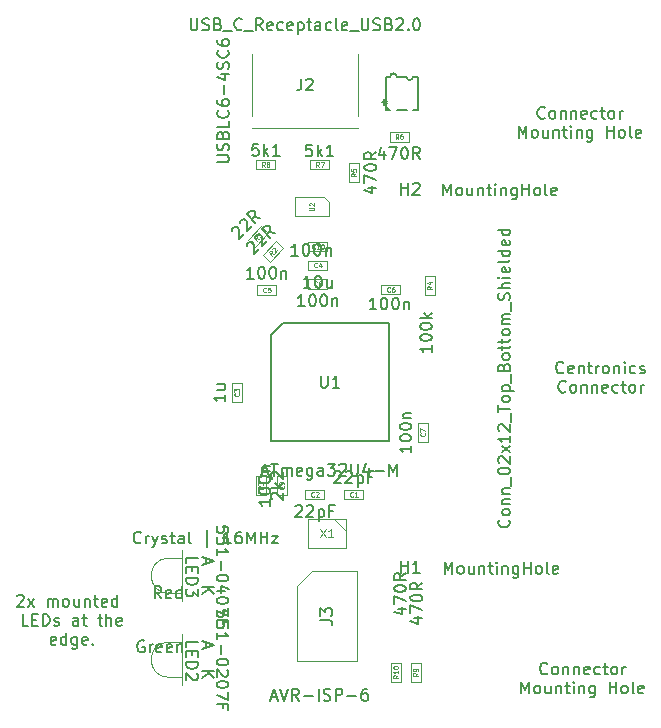
<source format=gbr>
%TF.GenerationSoftware,KiCad,Pcbnew,8.0.5*%
%TF.CreationDate,2024-11-06T11:00:09+13:00*%
%TF.ProjectId,usb_gpib_v3,7573625f-6770-4696-925f-76332e6b6963,C*%
%TF.SameCoordinates,Original*%
%TF.FileFunction,AssemblyDrawing,Top*%
%FSLAX46Y46*%
G04 Gerber Fmt 4.6, Leading zero omitted, Abs format (unit mm)*
G04 Created by KiCad (PCBNEW 8.0.5) date 2024-11-06 11:00:09*
%MOMM*%
%LPD*%
G01*
G04 APERTURE LIST*
%ADD10C,0.150000*%
%ADD11C,0.060000*%
%ADD12C,0.105000*%
%ADD13C,0.100000*%
%ADD14C,0.120000*%
%ADD15C,0.152400*%
G04 APERTURE END LIST*
D10*
X126622618Y-116979608D02*
X126574999Y-117027228D01*
X126574999Y-117027228D02*
X126432142Y-117074847D01*
X126432142Y-117074847D02*
X126336904Y-117074847D01*
X126336904Y-117074847D02*
X126194047Y-117027228D01*
X126194047Y-117027228D02*
X126098809Y-116931989D01*
X126098809Y-116931989D02*
X126051190Y-116836751D01*
X126051190Y-116836751D02*
X126003571Y-116646275D01*
X126003571Y-116646275D02*
X126003571Y-116503418D01*
X126003571Y-116503418D02*
X126051190Y-116312942D01*
X126051190Y-116312942D02*
X126098809Y-116217704D01*
X126098809Y-116217704D02*
X126194047Y-116122466D01*
X126194047Y-116122466D02*
X126336904Y-116074847D01*
X126336904Y-116074847D02*
X126432142Y-116074847D01*
X126432142Y-116074847D02*
X126574999Y-116122466D01*
X126574999Y-116122466D02*
X126622618Y-116170085D01*
X127194047Y-117074847D02*
X127098809Y-117027228D01*
X127098809Y-117027228D02*
X127051190Y-116979608D01*
X127051190Y-116979608D02*
X127003571Y-116884370D01*
X127003571Y-116884370D02*
X127003571Y-116598656D01*
X127003571Y-116598656D02*
X127051190Y-116503418D01*
X127051190Y-116503418D02*
X127098809Y-116455799D01*
X127098809Y-116455799D02*
X127194047Y-116408180D01*
X127194047Y-116408180D02*
X127336904Y-116408180D01*
X127336904Y-116408180D02*
X127432142Y-116455799D01*
X127432142Y-116455799D02*
X127479761Y-116503418D01*
X127479761Y-116503418D02*
X127527380Y-116598656D01*
X127527380Y-116598656D02*
X127527380Y-116884370D01*
X127527380Y-116884370D02*
X127479761Y-116979608D01*
X127479761Y-116979608D02*
X127432142Y-117027228D01*
X127432142Y-117027228D02*
X127336904Y-117074847D01*
X127336904Y-117074847D02*
X127194047Y-117074847D01*
X127955952Y-116408180D02*
X127955952Y-117074847D01*
X127955952Y-116503418D02*
X128003571Y-116455799D01*
X128003571Y-116455799D02*
X128098809Y-116408180D01*
X128098809Y-116408180D02*
X128241666Y-116408180D01*
X128241666Y-116408180D02*
X128336904Y-116455799D01*
X128336904Y-116455799D02*
X128384523Y-116551037D01*
X128384523Y-116551037D02*
X128384523Y-117074847D01*
X128860714Y-116408180D02*
X128860714Y-117074847D01*
X128860714Y-116503418D02*
X128908333Y-116455799D01*
X128908333Y-116455799D02*
X129003571Y-116408180D01*
X129003571Y-116408180D02*
X129146428Y-116408180D01*
X129146428Y-116408180D02*
X129241666Y-116455799D01*
X129241666Y-116455799D02*
X129289285Y-116551037D01*
X129289285Y-116551037D02*
X129289285Y-117074847D01*
X130146428Y-117027228D02*
X130051190Y-117074847D01*
X130051190Y-117074847D02*
X129860714Y-117074847D01*
X129860714Y-117074847D02*
X129765476Y-117027228D01*
X129765476Y-117027228D02*
X129717857Y-116931989D01*
X129717857Y-116931989D02*
X129717857Y-116551037D01*
X129717857Y-116551037D02*
X129765476Y-116455799D01*
X129765476Y-116455799D02*
X129860714Y-116408180D01*
X129860714Y-116408180D02*
X130051190Y-116408180D01*
X130051190Y-116408180D02*
X130146428Y-116455799D01*
X130146428Y-116455799D02*
X130194047Y-116551037D01*
X130194047Y-116551037D02*
X130194047Y-116646275D01*
X130194047Y-116646275D02*
X129717857Y-116741513D01*
X131051190Y-117027228D02*
X130955952Y-117074847D01*
X130955952Y-117074847D02*
X130765476Y-117074847D01*
X130765476Y-117074847D02*
X130670238Y-117027228D01*
X130670238Y-117027228D02*
X130622619Y-116979608D01*
X130622619Y-116979608D02*
X130575000Y-116884370D01*
X130575000Y-116884370D02*
X130575000Y-116598656D01*
X130575000Y-116598656D02*
X130622619Y-116503418D01*
X130622619Y-116503418D02*
X130670238Y-116455799D01*
X130670238Y-116455799D02*
X130765476Y-116408180D01*
X130765476Y-116408180D02*
X130955952Y-116408180D01*
X130955952Y-116408180D02*
X131051190Y-116455799D01*
X131336905Y-116408180D02*
X131717857Y-116408180D01*
X131479762Y-116074847D02*
X131479762Y-116931989D01*
X131479762Y-116931989D02*
X131527381Y-117027228D01*
X131527381Y-117027228D02*
X131622619Y-117074847D01*
X131622619Y-117074847D02*
X131717857Y-117074847D01*
X132194048Y-117074847D02*
X132098810Y-117027228D01*
X132098810Y-117027228D02*
X132051191Y-116979608D01*
X132051191Y-116979608D02*
X132003572Y-116884370D01*
X132003572Y-116884370D02*
X132003572Y-116598656D01*
X132003572Y-116598656D02*
X132051191Y-116503418D01*
X132051191Y-116503418D02*
X132098810Y-116455799D01*
X132098810Y-116455799D02*
X132194048Y-116408180D01*
X132194048Y-116408180D02*
X132336905Y-116408180D01*
X132336905Y-116408180D02*
X132432143Y-116455799D01*
X132432143Y-116455799D02*
X132479762Y-116503418D01*
X132479762Y-116503418D02*
X132527381Y-116598656D01*
X132527381Y-116598656D02*
X132527381Y-116884370D01*
X132527381Y-116884370D02*
X132479762Y-116979608D01*
X132479762Y-116979608D02*
X132432143Y-117027228D01*
X132432143Y-117027228D02*
X132336905Y-117074847D01*
X132336905Y-117074847D02*
X132194048Y-117074847D01*
X132955953Y-117074847D02*
X132955953Y-116408180D01*
X132955953Y-116598656D02*
X133003572Y-116503418D01*
X133003572Y-116503418D02*
X133051191Y-116455799D01*
X133051191Y-116455799D02*
X133146429Y-116408180D01*
X133146429Y-116408180D02*
X133241667Y-116408180D01*
X124408333Y-118684791D02*
X124408333Y-117684791D01*
X124408333Y-117684791D02*
X124741666Y-118399076D01*
X124741666Y-118399076D02*
X125074999Y-117684791D01*
X125074999Y-117684791D02*
X125074999Y-118684791D01*
X125694047Y-118684791D02*
X125598809Y-118637172D01*
X125598809Y-118637172D02*
X125551190Y-118589552D01*
X125551190Y-118589552D02*
X125503571Y-118494314D01*
X125503571Y-118494314D02*
X125503571Y-118208600D01*
X125503571Y-118208600D02*
X125551190Y-118113362D01*
X125551190Y-118113362D02*
X125598809Y-118065743D01*
X125598809Y-118065743D02*
X125694047Y-118018124D01*
X125694047Y-118018124D02*
X125836904Y-118018124D01*
X125836904Y-118018124D02*
X125932142Y-118065743D01*
X125932142Y-118065743D02*
X125979761Y-118113362D01*
X125979761Y-118113362D02*
X126027380Y-118208600D01*
X126027380Y-118208600D02*
X126027380Y-118494314D01*
X126027380Y-118494314D02*
X125979761Y-118589552D01*
X125979761Y-118589552D02*
X125932142Y-118637172D01*
X125932142Y-118637172D02*
X125836904Y-118684791D01*
X125836904Y-118684791D02*
X125694047Y-118684791D01*
X126884523Y-118018124D02*
X126884523Y-118684791D01*
X126455952Y-118018124D02*
X126455952Y-118541933D01*
X126455952Y-118541933D02*
X126503571Y-118637172D01*
X126503571Y-118637172D02*
X126598809Y-118684791D01*
X126598809Y-118684791D02*
X126741666Y-118684791D01*
X126741666Y-118684791D02*
X126836904Y-118637172D01*
X126836904Y-118637172D02*
X126884523Y-118589552D01*
X127360714Y-118018124D02*
X127360714Y-118684791D01*
X127360714Y-118113362D02*
X127408333Y-118065743D01*
X127408333Y-118065743D02*
X127503571Y-118018124D01*
X127503571Y-118018124D02*
X127646428Y-118018124D01*
X127646428Y-118018124D02*
X127741666Y-118065743D01*
X127741666Y-118065743D02*
X127789285Y-118160981D01*
X127789285Y-118160981D02*
X127789285Y-118684791D01*
X128122619Y-118018124D02*
X128503571Y-118018124D01*
X128265476Y-117684791D02*
X128265476Y-118541933D01*
X128265476Y-118541933D02*
X128313095Y-118637172D01*
X128313095Y-118637172D02*
X128408333Y-118684791D01*
X128408333Y-118684791D02*
X128503571Y-118684791D01*
X128836905Y-118684791D02*
X128836905Y-118018124D01*
X128836905Y-117684791D02*
X128789286Y-117732410D01*
X128789286Y-117732410D02*
X128836905Y-117780029D01*
X128836905Y-117780029D02*
X128884524Y-117732410D01*
X128884524Y-117732410D02*
X128836905Y-117684791D01*
X128836905Y-117684791D02*
X128836905Y-117780029D01*
X129313095Y-118018124D02*
X129313095Y-118684791D01*
X129313095Y-118113362D02*
X129360714Y-118065743D01*
X129360714Y-118065743D02*
X129455952Y-118018124D01*
X129455952Y-118018124D02*
X129598809Y-118018124D01*
X129598809Y-118018124D02*
X129694047Y-118065743D01*
X129694047Y-118065743D02*
X129741666Y-118160981D01*
X129741666Y-118160981D02*
X129741666Y-118684791D01*
X130646428Y-118018124D02*
X130646428Y-118827648D01*
X130646428Y-118827648D02*
X130598809Y-118922886D01*
X130598809Y-118922886D02*
X130551190Y-118970505D01*
X130551190Y-118970505D02*
X130455952Y-119018124D01*
X130455952Y-119018124D02*
X130313095Y-119018124D01*
X130313095Y-119018124D02*
X130217857Y-118970505D01*
X130646428Y-118637172D02*
X130551190Y-118684791D01*
X130551190Y-118684791D02*
X130360714Y-118684791D01*
X130360714Y-118684791D02*
X130265476Y-118637172D01*
X130265476Y-118637172D02*
X130217857Y-118589552D01*
X130217857Y-118589552D02*
X130170238Y-118494314D01*
X130170238Y-118494314D02*
X130170238Y-118208600D01*
X130170238Y-118208600D02*
X130217857Y-118113362D01*
X130217857Y-118113362D02*
X130265476Y-118065743D01*
X130265476Y-118065743D02*
X130360714Y-118018124D01*
X130360714Y-118018124D02*
X130551190Y-118018124D01*
X130551190Y-118018124D02*
X130646428Y-118065743D01*
X131884524Y-118684791D02*
X131884524Y-117684791D01*
X131884524Y-118160981D02*
X132455952Y-118160981D01*
X132455952Y-118684791D02*
X132455952Y-117684791D01*
X133075000Y-118684791D02*
X132979762Y-118637172D01*
X132979762Y-118637172D02*
X132932143Y-118589552D01*
X132932143Y-118589552D02*
X132884524Y-118494314D01*
X132884524Y-118494314D02*
X132884524Y-118208600D01*
X132884524Y-118208600D02*
X132932143Y-118113362D01*
X132932143Y-118113362D02*
X132979762Y-118065743D01*
X132979762Y-118065743D02*
X133075000Y-118018124D01*
X133075000Y-118018124D02*
X133217857Y-118018124D01*
X133217857Y-118018124D02*
X133313095Y-118065743D01*
X133313095Y-118065743D02*
X133360714Y-118113362D01*
X133360714Y-118113362D02*
X133408333Y-118208600D01*
X133408333Y-118208600D02*
X133408333Y-118494314D01*
X133408333Y-118494314D02*
X133360714Y-118589552D01*
X133360714Y-118589552D02*
X133313095Y-118637172D01*
X133313095Y-118637172D02*
X133217857Y-118684791D01*
X133217857Y-118684791D02*
X133075000Y-118684791D01*
X133979762Y-118684791D02*
X133884524Y-118637172D01*
X133884524Y-118637172D02*
X133836905Y-118541933D01*
X133836905Y-118541933D02*
X133836905Y-117684791D01*
X134741667Y-118637172D02*
X134646429Y-118684791D01*
X134646429Y-118684791D02*
X134455953Y-118684791D01*
X134455953Y-118684791D02*
X134360715Y-118637172D01*
X134360715Y-118637172D02*
X134313096Y-118541933D01*
X134313096Y-118541933D02*
X134313096Y-118160981D01*
X134313096Y-118160981D02*
X134360715Y-118065743D01*
X134360715Y-118065743D02*
X134455953Y-118018124D01*
X134455953Y-118018124D02*
X134646429Y-118018124D01*
X134646429Y-118018124D02*
X134741667Y-118065743D01*
X134741667Y-118065743D02*
X134789286Y-118160981D01*
X134789286Y-118160981D02*
X134789286Y-118256219D01*
X134789286Y-118256219D02*
X134313096Y-118351457D01*
X92467856Y-114252438D02*
X92372618Y-114204819D01*
X92372618Y-114204819D02*
X92229761Y-114204819D01*
X92229761Y-114204819D02*
X92086904Y-114252438D01*
X92086904Y-114252438D02*
X91991666Y-114347676D01*
X91991666Y-114347676D02*
X91944047Y-114442914D01*
X91944047Y-114442914D02*
X91896428Y-114633390D01*
X91896428Y-114633390D02*
X91896428Y-114776247D01*
X91896428Y-114776247D02*
X91944047Y-114966723D01*
X91944047Y-114966723D02*
X91991666Y-115061961D01*
X91991666Y-115061961D02*
X92086904Y-115157200D01*
X92086904Y-115157200D02*
X92229761Y-115204819D01*
X92229761Y-115204819D02*
X92324999Y-115204819D01*
X92324999Y-115204819D02*
X92467856Y-115157200D01*
X92467856Y-115157200D02*
X92515475Y-115109580D01*
X92515475Y-115109580D02*
X92515475Y-114776247D01*
X92515475Y-114776247D02*
X92324999Y-114776247D01*
X92944047Y-115204819D02*
X92944047Y-114538152D01*
X92944047Y-114728628D02*
X92991666Y-114633390D01*
X92991666Y-114633390D02*
X93039285Y-114585771D01*
X93039285Y-114585771D02*
X93134523Y-114538152D01*
X93134523Y-114538152D02*
X93229761Y-114538152D01*
X93944047Y-115157200D02*
X93848809Y-115204819D01*
X93848809Y-115204819D02*
X93658333Y-115204819D01*
X93658333Y-115204819D02*
X93563095Y-115157200D01*
X93563095Y-115157200D02*
X93515476Y-115061961D01*
X93515476Y-115061961D02*
X93515476Y-114681009D01*
X93515476Y-114681009D02*
X93563095Y-114585771D01*
X93563095Y-114585771D02*
X93658333Y-114538152D01*
X93658333Y-114538152D02*
X93848809Y-114538152D01*
X93848809Y-114538152D02*
X93944047Y-114585771D01*
X93944047Y-114585771D02*
X93991666Y-114681009D01*
X93991666Y-114681009D02*
X93991666Y-114776247D01*
X93991666Y-114776247D02*
X93515476Y-114871485D01*
X94801190Y-115157200D02*
X94705952Y-115204819D01*
X94705952Y-115204819D02*
X94515476Y-115204819D01*
X94515476Y-115204819D02*
X94420238Y-115157200D01*
X94420238Y-115157200D02*
X94372619Y-115061961D01*
X94372619Y-115061961D02*
X94372619Y-114681009D01*
X94372619Y-114681009D02*
X94420238Y-114585771D01*
X94420238Y-114585771D02*
X94515476Y-114538152D01*
X94515476Y-114538152D02*
X94705952Y-114538152D01*
X94705952Y-114538152D02*
X94801190Y-114585771D01*
X94801190Y-114585771D02*
X94848809Y-114681009D01*
X94848809Y-114681009D02*
X94848809Y-114776247D01*
X94848809Y-114776247D02*
X94372619Y-114871485D01*
X95277381Y-114538152D02*
X95277381Y-115204819D01*
X95277381Y-114633390D02*
X95325000Y-114585771D01*
X95325000Y-114585771D02*
X95420238Y-114538152D01*
X95420238Y-114538152D02*
X95563095Y-114538152D01*
X95563095Y-114538152D02*
X95658333Y-114585771D01*
X95658333Y-114585771D02*
X95705952Y-114681009D01*
X95705952Y-114681009D02*
X95705952Y-115204819D01*
X93928571Y-110629819D02*
X93595238Y-110153628D01*
X93357143Y-110629819D02*
X93357143Y-109629819D01*
X93357143Y-109629819D02*
X93738095Y-109629819D01*
X93738095Y-109629819D02*
X93833333Y-109677438D01*
X93833333Y-109677438D02*
X93880952Y-109725057D01*
X93880952Y-109725057D02*
X93928571Y-109820295D01*
X93928571Y-109820295D02*
X93928571Y-109963152D01*
X93928571Y-109963152D02*
X93880952Y-110058390D01*
X93880952Y-110058390D02*
X93833333Y-110106009D01*
X93833333Y-110106009D02*
X93738095Y-110153628D01*
X93738095Y-110153628D02*
X93357143Y-110153628D01*
X94738095Y-110582200D02*
X94642857Y-110629819D01*
X94642857Y-110629819D02*
X94452381Y-110629819D01*
X94452381Y-110629819D02*
X94357143Y-110582200D01*
X94357143Y-110582200D02*
X94309524Y-110486961D01*
X94309524Y-110486961D02*
X94309524Y-110106009D01*
X94309524Y-110106009D02*
X94357143Y-110010771D01*
X94357143Y-110010771D02*
X94452381Y-109963152D01*
X94452381Y-109963152D02*
X94642857Y-109963152D01*
X94642857Y-109963152D02*
X94738095Y-110010771D01*
X94738095Y-110010771D02*
X94785714Y-110106009D01*
X94785714Y-110106009D02*
X94785714Y-110201247D01*
X94785714Y-110201247D02*
X94309524Y-110296485D01*
X95642857Y-110629819D02*
X95642857Y-109629819D01*
X95642857Y-110582200D02*
X95547619Y-110629819D01*
X95547619Y-110629819D02*
X95357143Y-110629819D01*
X95357143Y-110629819D02*
X95261905Y-110582200D01*
X95261905Y-110582200D02*
X95214286Y-110534580D01*
X95214286Y-110534580D02*
X95166667Y-110439342D01*
X95166667Y-110439342D02*
X95166667Y-110153628D01*
X95166667Y-110153628D02*
X95214286Y-110058390D01*
X95214286Y-110058390D02*
X95261905Y-110010771D01*
X95261905Y-110010771D02*
X95357143Y-109963152D01*
X95357143Y-109963152D02*
X95547619Y-109963152D01*
X95547619Y-109963152D02*
X95642857Y-110010771D01*
X126397618Y-69929608D02*
X126349999Y-69977228D01*
X126349999Y-69977228D02*
X126207142Y-70024847D01*
X126207142Y-70024847D02*
X126111904Y-70024847D01*
X126111904Y-70024847D02*
X125969047Y-69977228D01*
X125969047Y-69977228D02*
X125873809Y-69881989D01*
X125873809Y-69881989D02*
X125826190Y-69786751D01*
X125826190Y-69786751D02*
X125778571Y-69596275D01*
X125778571Y-69596275D02*
X125778571Y-69453418D01*
X125778571Y-69453418D02*
X125826190Y-69262942D01*
X125826190Y-69262942D02*
X125873809Y-69167704D01*
X125873809Y-69167704D02*
X125969047Y-69072466D01*
X125969047Y-69072466D02*
X126111904Y-69024847D01*
X126111904Y-69024847D02*
X126207142Y-69024847D01*
X126207142Y-69024847D02*
X126349999Y-69072466D01*
X126349999Y-69072466D02*
X126397618Y-69120085D01*
X126969047Y-70024847D02*
X126873809Y-69977228D01*
X126873809Y-69977228D02*
X126826190Y-69929608D01*
X126826190Y-69929608D02*
X126778571Y-69834370D01*
X126778571Y-69834370D02*
X126778571Y-69548656D01*
X126778571Y-69548656D02*
X126826190Y-69453418D01*
X126826190Y-69453418D02*
X126873809Y-69405799D01*
X126873809Y-69405799D02*
X126969047Y-69358180D01*
X126969047Y-69358180D02*
X127111904Y-69358180D01*
X127111904Y-69358180D02*
X127207142Y-69405799D01*
X127207142Y-69405799D02*
X127254761Y-69453418D01*
X127254761Y-69453418D02*
X127302380Y-69548656D01*
X127302380Y-69548656D02*
X127302380Y-69834370D01*
X127302380Y-69834370D02*
X127254761Y-69929608D01*
X127254761Y-69929608D02*
X127207142Y-69977228D01*
X127207142Y-69977228D02*
X127111904Y-70024847D01*
X127111904Y-70024847D02*
X126969047Y-70024847D01*
X127730952Y-69358180D02*
X127730952Y-70024847D01*
X127730952Y-69453418D02*
X127778571Y-69405799D01*
X127778571Y-69405799D02*
X127873809Y-69358180D01*
X127873809Y-69358180D02*
X128016666Y-69358180D01*
X128016666Y-69358180D02*
X128111904Y-69405799D01*
X128111904Y-69405799D02*
X128159523Y-69501037D01*
X128159523Y-69501037D02*
X128159523Y-70024847D01*
X128635714Y-69358180D02*
X128635714Y-70024847D01*
X128635714Y-69453418D02*
X128683333Y-69405799D01*
X128683333Y-69405799D02*
X128778571Y-69358180D01*
X128778571Y-69358180D02*
X128921428Y-69358180D01*
X128921428Y-69358180D02*
X129016666Y-69405799D01*
X129016666Y-69405799D02*
X129064285Y-69501037D01*
X129064285Y-69501037D02*
X129064285Y-70024847D01*
X129921428Y-69977228D02*
X129826190Y-70024847D01*
X129826190Y-70024847D02*
X129635714Y-70024847D01*
X129635714Y-70024847D02*
X129540476Y-69977228D01*
X129540476Y-69977228D02*
X129492857Y-69881989D01*
X129492857Y-69881989D02*
X129492857Y-69501037D01*
X129492857Y-69501037D02*
X129540476Y-69405799D01*
X129540476Y-69405799D02*
X129635714Y-69358180D01*
X129635714Y-69358180D02*
X129826190Y-69358180D01*
X129826190Y-69358180D02*
X129921428Y-69405799D01*
X129921428Y-69405799D02*
X129969047Y-69501037D01*
X129969047Y-69501037D02*
X129969047Y-69596275D01*
X129969047Y-69596275D02*
X129492857Y-69691513D01*
X130826190Y-69977228D02*
X130730952Y-70024847D01*
X130730952Y-70024847D02*
X130540476Y-70024847D01*
X130540476Y-70024847D02*
X130445238Y-69977228D01*
X130445238Y-69977228D02*
X130397619Y-69929608D01*
X130397619Y-69929608D02*
X130350000Y-69834370D01*
X130350000Y-69834370D02*
X130350000Y-69548656D01*
X130350000Y-69548656D02*
X130397619Y-69453418D01*
X130397619Y-69453418D02*
X130445238Y-69405799D01*
X130445238Y-69405799D02*
X130540476Y-69358180D01*
X130540476Y-69358180D02*
X130730952Y-69358180D01*
X130730952Y-69358180D02*
X130826190Y-69405799D01*
X131111905Y-69358180D02*
X131492857Y-69358180D01*
X131254762Y-69024847D02*
X131254762Y-69881989D01*
X131254762Y-69881989D02*
X131302381Y-69977228D01*
X131302381Y-69977228D02*
X131397619Y-70024847D01*
X131397619Y-70024847D02*
X131492857Y-70024847D01*
X131969048Y-70024847D02*
X131873810Y-69977228D01*
X131873810Y-69977228D02*
X131826191Y-69929608D01*
X131826191Y-69929608D02*
X131778572Y-69834370D01*
X131778572Y-69834370D02*
X131778572Y-69548656D01*
X131778572Y-69548656D02*
X131826191Y-69453418D01*
X131826191Y-69453418D02*
X131873810Y-69405799D01*
X131873810Y-69405799D02*
X131969048Y-69358180D01*
X131969048Y-69358180D02*
X132111905Y-69358180D01*
X132111905Y-69358180D02*
X132207143Y-69405799D01*
X132207143Y-69405799D02*
X132254762Y-69453418D01*
X132254762Y-69453418D02*
X132302381Y-69548656D01*
X132302381Y-69548656D02*
X132302381Y-69834370D01*
X132302381Y-69834370D02*
X132254762Y-69929608D01*
X132254762Y-69929608D02*
X132207143Y-69977228D01*
X132207143Y-69977228D02*
X132111905Y-70024847D01*
X132111905Y-70024847D02*
X131969048Y-70024847D01*
X132730953Y-70024847D02*
X132730953Y-69358180D01*
X132730953Y-69548656D02*
X132778572Y-69453418D01*
X132778572Y-69453418D02*
X132826191Y-69405799D01*
X132826191Y-69405799D02*
X132921429Y-69358180D01*
X132921429Y-69358180D02*
X133016667Y-69358180D01*
X124183333Y-71634791D02*
X124183333Y-70634791D01*
X124183333Y-70634791D02*
X124516666Y-71349076D01*
X124516666Y-71349076D02*
X124849999Y-70634791D01*
X124849999Y-70634791D02*
X124849999Y-71634791D01*
X125469047Y-71634791D02*
X125373809Y-71587172D01*
X125373809Y-71587172D02*
X125326190Y-71539552D01*
X125326190Y-71539552D02*
X125278571Y-71444314D01*
X125278571Y-71444314D02*
X125278571Y-71158600D01*
X125278571Y-71158600D02*
X125326190Y-71063362D01*
X125326190Y-71063362D02*
X125373809Y-71015743D01*
X125373809Y-71015743D02*
X125469047Y-70968124D01*
X125469047Y-70968124D02*
X125611904Y-70968124D01*
X125611904Y-70968124D02*
X125707142Y-71015743D01*
X125707142Y-71015743D02*
X125754761Y-71063362D01*
X125754761Y-71063362D02*
X125802380Y-71158600D01*
X125802380Y-71158600D02*
X125802380Y-71444314D01*
X125802380Y-71444314D02*
X125754761Y-71539552D01*
X125754761Y-71539552D02*
X125707142Y-71587172D01*
X125707142Y-71587172D02*
X125611904Y-71634791D01*
X125611904Y-71634791D02*
X125469047Y-71634791D01*
X126659523Y-70968124D02*
X126659523Y-71634791D01*
X126230952Y-70968124D02*
X126230952Y-71491933D01*
X126230952Y-71491933D02*
X126278571Y-71587172D01*
X126278571Y-71587172D02*
X126373809Y-71634791D01*
X126373809Y-71634791D02*
X126516666Y-71634791D01*
X126516666Y-71634791D02*
X126611904Y-71587172D01*
X126611904Y-71587172D02*
X126659523Y-71539552D01*
X127135714Y-70968124D02*
X127135714Y-71634791D01*
X127135714Y-71063362D02*
X127183333Y-71015743D01*
X127183333Y-71015743D02*
X127278571Y-70968124D01*
X127278571Y-70968124D02*
X127421428Y-70968124D01*
X127421428Y-70968124D02*
X127516666Y-71015743D01*
X127516666Y-71015743D02*
X127564285Y-71110981D01*
X127564285Y-71110981D02*
X127564285Y-71634791D01*
X127897619Y-70968124D02*
X128278571Y-70968124D01*
X128040476Y-70634791D02*
X128040476Y-71491933D01*
X128040476Y-71491933D02*
X128088095Y-71587172D01*
X128088095Y-71587172D02*
X128183333Y-71634791D01*
X128183333Y-71634791D02*
X128278571Y-71634791D01*
X128611905Y-71634791D02*
X128611905Y-70968124D01*
X128611905Y-70634791D02*
X128564286Y-70682410D01*
X128564286Y-70682410D02*
X128611905Y-70730029D01*
X128611905Y-70730029D02*
X128659524Y-70682410D01*
X128659524Y-70682410D02*
X128611905Y-70634791D01*
X128611905Y-70634791D02*
X128611905Y-70730029D01*
X129088095Y-70968124D02*
X129088095Y-71634791D01*
X129088095Y-71063362D02*
X129135714Y-71015743D01*
X129135714Y-71015743D02*
X129230952Y-70968124D01*
X129230952Y-70968124D02*
X129373809Y-70968124D01*
X129373809Y-70968124D02*
X129469047Y-71015743D01*
X129469047Y-71015743D02*
X129516666Y-71110981D01*
X129516666Y-71110981D02*
X129516666Y-71634791D01*
X130421428Y-70968124D02*
X130421428Y-71777648D01*
X130421428Y-71777648D02*
X130373809Y-71872886D01*
X130373809Y-71872886D02*
X130326190Y-71920505D01*
X130326190Y-71920505D02*
X130230952Y-71968124D01*
X130230952Y-71968124D02*
X130088095Y-71968124D01*
X130088095Y-71968124D02*
X129992857Y-71920505D01*
X130421428Y-71587172D02*
X130326190Y-71634791D01*
X130326190Y-71634791D02*
X130135714Y-71634791D01*
X130135714Y-71634791D02*
X130040476Y-71587172D01*
X130040476Y-71587172D02*
X129992857Y-71539552D01*
X129992857Y-71539552D02*
X129945238Y-71444314D01*
X129945238Y-71444314D02*
X129945238Y-71158600D01*
X129945238Y-71158600D02*
X129992857Y-71063362D01*
X129992857Y-71063362D02*
X130040476Y-71015743D01*
X130040476Y-71015743D02*
X130135714Y-70968124D01*
X130135714Y-70968124D02*
X130326190Y-70968124D01*
X130326190Y-70968124D02*
X130421428Y-71015743D01*
X131659524Y-71634791D02*
X131659524Y-70634791D01*
X131659524Y-71110981D02*
X132230952Y-71110981D01*
X132230952Y-71634791D02*
X132230952Y-70634791D01*
X132850000Y-71634791D02*
X132754762Y-71587172D01*
X132754762Y-71587172D02*
X132707143Y-71539552D01*
X132707143Y-71539552D02*
X132659524Y-71444314D01*
X132659524Y-71444314D02*
X132659524Y-71158600D01*
X132659524Y-71158600D02*
X132707143Y-71063362D01*
X132707143Y-71063362D02*
X132754762Y-71015743D01*
X132754762Y-71015743D02*
X132850000Y-70968124D01*
X132850000Y-70968124D02*
X132992857Y-70968124D01*
X132992857Y-70968124D02*
X133088095Y-71015743D01*
X133088095Y-71015743D02*
X133135714Y-71063362D01*
X133135714Y-71063362D02*
X133183333Y-71158600D01*
X133183333Y-71158600D02*
X133183333Y-71444314D01*
X133183333Y-71444314D02*
X133135714Y-71539552D01*
X133135714Y-71539552D02*
X133088095Y-71587172D01*
X133088095Y-71587172D02*
X132992857Y-71634791D01*
X132992857Y-71634791D02*
X132850000Y-71634791D01*
X133754762Y-71634791D02*
X133659524Y-71587172D01*
X133659524Y-71587172D02*
X133611905Y-71491933D01*
X133611905Y-71491933D02*
X133611905Y-70634791D01*
X134516667Y-71587172D02*
X134421429Y-71634791D01*
X134421429Y-71634791D02*
X134230953Y-71634791D01*
X134230953Y-71634791D02*
X134135715Y-71587172D01*
X134135715Y-71587172D02*
X134088096Y-71491933D01*
X134088096Y-71491933D02*
X134088096Y-71110981D01*
X134088096Y-71110981D02*
X134135715Y-71015743D01*
X134135715Y-71015743D02*
X134230953Y-70968124D01*
X134230953Y-70968124D02*
X134421429Y-70968124D01*
X134421429Y-70968124D02*
X134516667Y-71015743D01*
X134516667Y-71015743D02*
X134564286Y-71110981D01*
X134564286Y-71110981D02*
X134564286Y-71206219D01*
X134564286Y-71206219D02*
X134088096Y-71301457D01*
X127982142Y-91504608D02*
X127934523Y-91552228D01*
X127934523Y-91552228D02*
X127791666Y-91599847D01*
X127791666Y-91599847D02*
X127696428Y-91599847D01*
X127696428Y-91599847D02*
X127553571Y-91552228D01*
X127553571Y-91552228D02*
X127458333Y-91456989D01*
X127458333Y-91456989D02*
X127410714Y-91361751D01*
X127410714Y-91361751D02*
X127363095Y-91171275D01*
X127363095Y-91171275D02*
X127363095Y-91028418D01*
X127363095Y-91028418D02*
X127410714Y-90837942D01*
X127410714Y-90837942D02*
X127458333Y-90742704D01*
X127458333Y-90742704D02*
X127553571Y-90647466D01*
X127553571Y-90647466D02*
X127696428Y-90599847D01*
X127696428Y-90599847D02*
X127791666Y-90599847D01*
X127791666Y-90599847D02*
X127934523Y-90647466D01*
X127934523Y-90647466D02*
X127982142Y-90695085D01*
X128791666Y-91552228D02*
X128696428Y-91599847D01*
X128696428Y-91599847D02*
X128505952Y-91599847D01*
X128505952Y-91599847D02*
X128410714Y-91552228D01*
X128410714Y-91552228D02*
X128363095Y-91456989D01*
X128363095Y-91456989D02*
X128363095Y-91076037D01*
X128363095Y-91076037D02*
X128410714Y-90980799D01*
X128410714Y-90980799D02*
X128505952Y-90933180D01*
X128505952Y-90933180D02*
X128696428Y-90933180D01*
X128696428Y-90933180D02*
X128791666Y-90980799D01*
X128791666Y-90980799D02*
X128839285Y-91076037D01*
X128839285Y-91076037D02*
X128839285Y-91171275D01*
X128839285Y-91171275D02*
X128363095Y-91266513D01*
X129267857Y-90933180D02*
X129267857Y-91599847D01*
X129267857Y-91028418D02*
X129315476Y-90980799D01*
X129315476Y-90980799D02*
X129410714Y-90933180D01*
X129410714Y-90933180D02*
X129553571Y-90933180D01*
X129553571Y-90933180D02*
X129648809Y-90980799D01*
X129648809Y-90980799D02*
X129696428Y-91076037D01*
X129696428Y-91076037D02*
X129696428Y-91599847D01*
X130029762Y-90933180D02*
X130410714Y-90933180D01*
X130172619Y-90599847D02*
X130172619Y-91456989D01*
X130172619Y-91456989D02*
X130220238Y-91552228D01*
X130220238Y-91552228D02*
X130315476Y-91599847D01*
X130315476Y-91599847D02*
X130410714Y-91599847D01*
X130744048Y-91599847D02*
X130744048Y-90933180D01*
X130744048Y-91123656D02*
X130791667Y-91028418D01*
X130791667Y-91028418D02*
X130839286Y-90980799D01*
X130839286Y-90980799D02*
X130934524Y-90933180D01*
X130934524Y-90933180D02*
X131029762Y-90933180D01*
X131505953Y-91599847D02*
X131410715Y-91552228D01*
X131410715Y-91552228D02*
X131363096Y-91504608D01*
X131363096Y-91504608D02*
X131315477Y-91409370D01*
X131315477Y-91409370D02*
X131315477Y-91123656D01*
X131315477Y-91123656D02*
X131363096Y-91028418D01*
X131363096Y-91028418D02*
X131410715Y-90980799D01*
X131410715Y-90980799D02*
X131505953Y-90933180D01*
X131505953Y-90933180D02*
X131648810Y-90933180D01*
X131648810Y-90933180D02*
X131744048Y-90980799D01*
X131744048Y-90980799D02*
X131791667Y-91028418D01*
X131791667Y-91028418D02*
X131839286Y-91123656D01*
X131839286Y-91123656D02*
X131839286Y-91409370D01*
X131839286Y-91409370D02*
X131791667Y-91504608D01*
X131791667Y-91504608D02*
X131744048Y-91552228D01*
X131744048Y-91552228D02*
X131648810Y-91599847D01*
X131648810Y-91599847D02*
X131505953Y-91599847D01*
X132267858Y-90933180D02*
X132267858Y-91599847D01*
X132267858Y-91028418D02*
X132315477Y-90980799D01*
X132315477Y-90980799D02*
X132410715Y-90933180D01*
X132410715Y-90933180D02*
X132553572Y-90933180D01*
X132553572Y-90933180D02*
X132648810Y-90980799D01*
X132648810Y-90980799D02*
X132696429Y-91076037D01*
X132696429Y-91076037D02*
X132696429Y-91599847D01*
X133172620Y-91599847D02*
X133172620Y-90933180D01*
X133172620Y-90599847D02*
X133125001Y-90647466D01*
X133125001Y-90647466D02*
X133172620Y-90695085D01*
X133172620Y-90695085D02*
X133220239Y-90647466D01*
X133220239Y-90647466D02*
X133172620Y-90599847D01*
X133172620Y-90599847D02*
X133172620Y-90695085D01*
X134077381Y-91552228D02*
X133982143Y-91599847D01*
X133982143Y-91599847D02*
X133791667Y-91599847D01*
X133791667Y-91599847D02*
X133696429Y-91552228D01*
X133696429Y-91552228D02*
X133648810Y-91504608D01*
X133648810Y-91504608D02*
X133601191Y-91409370D01*
X133601191Y-91409370D02*
X133601191Y-91123656D01*
X133601191Y-91123656D02*
X133648810Y-91028418D01*
X133648810Y-91028418D02*
X133696429Y-90980799D01*
X133696429Y-90980799D02*
X133791667Y-90933180D01*
X133791667Y-90933180D02*
X133982143Y-90933180D01*
X133982143Y-90933180D02*
X134077381Y-90980799D01*
X134458334Y-91552228D02*
X134553572Y-91599847D01*
X134553572Y-91599847D02*
X134744048Y-91599847D01*
X134744048Y-91599847D02*
X134839286Y-91552228D01*
X134839286Y-91552228D02*
X134886905Y-91456989D01*
X134886905Y-91456989D02*
X134886905Y-91409370D01*
X134886905Y-91409370D02*
X134839286Y-91314132D01*
X134839286Y-91314132D02*
X134744048Y-91266513D01*
X134744048Y-91266513D02*
X134601191Y-91266513D01*
X134601191Y-91266513D02*
X134505953Y-91218894D01*
X134505953Y-91218894D02*
X134458334Y-91123656D01*
X134458334Y-91123656D02*
X134458334Y-91076037D01*
X134458334Y-91076037D02*
X134505953Y-90980799D01*
X134505953Y-90980799D02*
X134601191Y-90933180D01*
X134601191Y-90933180D02*
X134744048Y-90933180D01*
X134744048Y-90933180D02*
X134839286Y-90980799D01*
X128172618Y-93114552D02*
X128124999Y-93162172D01*
X128124999Y-93162172D02*
X127982142Y-93209791D01*
X127982142Y-93209791D02*
X127886904Y-93209791D01*
X127886904Y-93209791D02*
X127744047Y-93162172D01*
X127744047Y-93162172D02*
X127648809Y-93066933D01*
X127648809Y-93066933D02*
X127601190Y-92971695D01*
X127601190Y-92971695D02*
X127553571Y-92781219D01*
X127553571Y-92781219D02*
X127553571Y-92638362D01*
X127553571Y-92638362D02*
X127601190Y-92447886D01*
X127601190Y-92447886D02*
X127648809Y-92352648D01*
X127648809Y-92352648D02*
X127744047Y-92257410D01*
X127744047Y-92257410D02*
X127886904Y-92209791D01*
X127886904Y-92209791D02*
X127982142Y-92209791D01*
X127982142Y-92209791D02*
X128124999Y-92257410D01*
X128124999Y-92257410D02*
X128172618Y-92305029D01*
X128744047Y-93209791D02*
X128648809Y-93162172D01*
X128648809Y-93162172D02*
X128601190Y-93114552D01*
X128601190Y-93114552D02*
X128553571Y-93019314D01*
X128553571Y-93019314D02*
X128553571Y-92733600D01*
X128553571Y-92733600D02*
X128601190Y-92638362D01*
X128601190Y-92638362D02*
X128648809Y-92590743D01*
X128648809Y-92590743D02*
X128744047Y-92543124D01*
X128744047Y-92543124D02*
X128886904Y-92543124D01*
X128886904Y-92543124D02*
X128982142Y-92590743D01*
X128982142Y-92590743D02*
X129029761Y-92638362D01*
X129029761Y-92638362D02*
X129077380Y-92733600D01*
X129077380Y-92733600D02*
X129077380Y-93019314D01*
X129077380Y-93019314D02*
X129029761Y-93114552D01*
X129029761Y-93114552D02*
X128982142Y-93162172D01*
X128982142Y-93162172D02*
X128886904Y-93209791D01*
X128886904Y-93209791D02*
X128744047Y-93209791D01*
X129505952Y-92543124D02*
X129505952Y-93209791D01*
X129505952Y-92638362D02*
X129553571Y-92590743D01*
X129553571Y-92590743D02*
X129648809Y-92543124D01*
X129648809Y-92543124D02*
X129791666Y-92543124D01*
X129791666Y-92543124D02*
X129886904Y-92590743D01*
X129886904Y-92590743D02*
X129934523Y-92685981D01*
X129934523Y-92685981D02*
X129934523Y-93209791D01*
X130410714Y-92543124D02*
X130410714Y-93209791D01*
X130410714Y-92638362D02*
X130458333Y-92590743D01*
X130458333Y-92590743D02*
X130553571Y-92543124D01*
X130553571Y-92543124D02*
X130696428Y-92543124D01*
X130696428Y-92543124D02*
X130791666Y-92590743D01*
X130791666Y-92590743D02*
X130839285Y-92685981D01*
X130839285Y-92685981D02*
X130839285Y-93209791D01*
X131696428Y-93162172D02*
X131601190Y-93209791D01*
X131601190Y-93209791D02*
X131410714Y-93209791D01*
X131410714Y-93209791D02*
X131315476Y-93162172D01*
X131315476Y-93162172D02*
X131267857Y-93066933D01*
X131267857Y-93066933D02*
X131267857Y-92685981D01*
X131267857Y-92685981D02*
X131315476Y-92590743D01*
X131315476Y-92590743D02*
X131410714Y-92543124D01*
X131410714Y-92543124D02*
X131601190Y-92543124D01*
X131601190Y-92543124D02*
X131696428Y-92590743D01*
X131696428Y-92590743D02*
X131744047Y-92685981D01*
X131744047Y-92685981D02*
X131744047Y-92781219D01*
X131744047Y-92781219D02*
X131267857Y-92876457D01*
X132601190Y-93162172D02*
X132505952Y-93209791D01*
X132505952Y-93209791D02*
X132315476Y-93209791D01*
X132315476Y-93209791D02*
X132220238Y-93162172D01*
X132220238Y-93162172D02*
X132172619Y-93114552D01*
X132172619Y-93114552D02*
X132125000Y-93019314D01*
X132125000Y-93019314D02*
X132125000Y-92733600D01*
X132125000Y-92733600D02*
X132172619Y-92638362D01*
X132172619Y-92638362D02*
X132220238Y-92590743D01*
X132220238Y-92590743D02*
X132315476Y-92543124D01*
X132315476Y-92543124D02*
X132505952Y-92543124D01*
X132505952Y-92543124D02*
X132601190Y-92590743D01*
X132886905Y-92543124D02*
X133267857Y-92543124D01*
X133029762Y-92209791D02*
X133029762Y-93066933D01*
X133029762Y-93066933D02*
X133077381Y-93162172D01*
X133077381Y-93162172D02*
X133172619Y-93209791D01*
X133172619Y-93209791D02*
X133267857Y-93209791D01*
X133744048Y-93209791D02*
X133648810Y-93162172D01*
X133648810Y-93162172D02*
X133601191Y-93114552D01*
X133601191Y-93114552D02*
X133553572Y-93019314D01*
X133553572Y-93019314D02*
X133553572Y-92733600D01*
X133553572Y-92733600D02*
X133601191Y-92638362D01*
X133601191Y-92638362D02*
X133648810Y-92590743D01*
X133648810Y-92590743D02*
X133744048Y-92543124D01*
X133744048Y-92543124D02*
X133886905Y-92543124D01*
X133886905Y-92543124D02*
X133982143Y-92590743D01*
X133982143Y-92590743D02*
X134029762Y-92638362D01*
X134029762Y-92638362D02*
X134077381Y-92733600D01*
X134077381Y-92733600D02*
X134077381Y-93019314D01*
X134077381Y-93019314D02*
X134029762Y-93114552D01*
X134029762Y-93114552D02*
X133982143Y-93162172D01*
X133982143Y-93162172D02*
X133886905Y-93209791D01*
X133886905Y-93209791D02*
X133744048Y-93209791D01*
X134505953Y-93209791D02*
X134505953Y-92543124D01*
X134505953Y-92733600D02*
X134553572Y-92638362D01*
X134553572Y-92638362D02*
X134601191Y-92590743D01*
X134601191Y-92590743D02*
X134696429Y-92543124D01*
X134696429Y-92543124D02*
X134791667Y-92543124D01*
X81732142Y-110440113D02*
X81779761Y-110392494D01*
X81779761Y-110392494D02*
X81874999Y-110344875D01*
X81874999Y-110344875D02*
X82113094Y-110344875D01*
X82113094Y-110344875D02*
X82208332Y-110392494D01*
X82208332Y-110392494D02*
X82255951Y-110440113D01*
X82255951Y-110440113D02*
X82303570Y-110535351D01*
X82303570Y-110535351D02*
X82303570Y-110630589D01*
X82303570Y-110630589D02*
X82255951Y-110773446D01*
X82255951Y-110773446D02*
X81684523Y-111344875D01*
X81684523Y-111344875D02*
X82303570Y-111344875D01*
X82636904Y-111344875D02*
X83160713Y-110678208D01*
X82636904Y-110678208D02*
X83160713Y-111344875D01*
X84303571Y-111344875D02*
X84303571Y-110678208D01*
X84303571Y-110773446D02*
X84351190Y-110725827D01*
X84351190Y-110725827D02*
X84446428Y-110678208D01*
X84446428Y-110678208D02*
X84589285Y-110678208D01*
X84589285Y-110678208D02*
X84684523Y-110725827D01*
X84684523Y-110725827D02*
X84732142Y-110821065D01*
X84732142Y-110821065D02*
X84732142Y-111344875D01*
X84732142Y-110821065D02*
X84779761Y-110725827D01*
X84779761Y-110725827D02*
X84874999Y-110678208D01*
X84874999Y-110678208D02*
X85017856Y-110678208D01*
X85017856Y-110678208D02*
X85113095Y-110725827D01*
X85113095Y-110725827D02*
X85160714Y-110821065D01*
X85160714Y-110821065D02*
X85160714Y-111344875D01*
X85779761Y-111344875D02*
X85684523Y-111297256D01*
X85684523Y-111297256D02*
X85636904Y-111249636D01*
X85636904Y-111249636D02*
X85589285Y-111154398D01*
X85589285Y-111154398D02*
X85589285Y-110868684D01*
X85589285Y-110868684D02*
X85636904Y-110773446D01*
X85636904Y-110773446D02*
X85684523Y-110725827D01*
X85684523Y-110725827D02*
X85779761Y-110678208D01*
X85779761Y-110678208D02*
X85922618Y-110678208D01*
X85922618Y-110678208D02*
X86017856Y-110725827D01*
X86017856Y-110725827D02*
X86065475Y-110773446D01*
X86065475Y-110773446D02*
X86113094Y-110868684D01*
X86113094Y-110868684D02*
X86113094Y-111154398D01*
X86113094Y-111154398D02*
X86065475Y-111249636D01*
X86065475Y-111249636D02*
X86017856Y-111297256D01*
X86017856Y-111297256D02*
X85922618Y-111344875D01*
X85922618Y-111344875D02*
X85779761Y-111344875D01*
X86970237Y-110678208D02*
X86970237Y-111344875D01*
X86541666Y-110678208D02*
X86541666Y-111202017D01*
X86541666Y-111202017D02*
X86589285Y-111297256D01*
X86589285Y-111297256D02*
X86684523Y-111344875D01*
X86684523Y-111344875D02*
X86827380Y-111344875D01*
X86827380Y-111344875D02*
X86922618Y-111297256D01*
X86922618Y-111297256D02*
X86970237Y-111249636D01*
X87446428Y-110678208D02*
X87446428Y-111344875D01*
X87446428Y-110773446D02*
X87494047Y-110725827D01*
X87494047Y-110725827D02*
X87589285Y-110678208D01*
X87589285Y-110678208D02*
X87732142Y-110678208D01*
X87732142Y-110678208D02*
X87827380Y-110725827D01*
X87827380Y-110725827D02*
X87874999Y-110821065D01*
X87874999Y-110821065D02*
X87874999Y-111344875D01*
X88208333Y-110678208D02*
X88589285Y-110678208D01*
X88351190Y-110344875D02*
X88351190Y-111202017D01*
X88351190Y-111202017D02*
X88398809Y-111297256D01*
X88398809Y-111297256D02*
X88494047Y-111344875D01*
X88494047Y-111344875D02*
X88589285Y-111344875D01*
X89303571Y-111297256D02*
X89208333Y-111344875D01*
X89208333Y-111344875D02*
X89017857Y-111344875D01*
X89017857Y-111344875D02*
X88922619Y-111297256D01*
X88922619Y-111297256D02*
X88875000Y-111202017D01*
X88875000Y-111202017D02*
X88875000Y-110821065D01*
X88875000Y-110821065D02*
X88922619Y-110725827D01*
X88922619Y-110725827D02*
X89017857Y-110678208D01*
X89017857Y-110678208D02*
X89208333Y-110678208D01*
X89208333Y-110678208D02*
X89303571Y-110725827D01*
X89303571Y-110725827D02*
X89351190Y-110821065D01*
X89351190Y-110821065D02*
X89351190Y-110916303D01*
X89351190Y-110916303D02*
X88875000Y-111011541D01*
X90208333Y-111344875D02*
X90208333Y-110344875D01*
X90208333Y-111297256D02*
X90113095Y-111344875D01*
X90113095Y-111344875D02*
X89922619Y-111344875D01*
X89922619Y-111344875D02*
X89827381Y-111297256D01*
X89827381Y-111297256D02*
X89779762Y-111249636D01*
X89779762Y-111249636D02*
X89732143Y-111154398D01*
X89732143Y-111154398D02*
X89732143Y-110868684D01*
X89732143Y-110868684D02*
X89779762Y-110773446D01*
X89779762Y-110773446D02*
X89827381Y-110725827D01*
X89827381Y-110725827D02*
X89922619Y-110678208D01*
X89922619Y-110678208D02*
X90113095Y-110678208D01*
X90113095Y-110678208D02*
X90208333Y-110725827D01*
X82660713Y-112954819D02*
X82184523Y-112954819D01*
X82184523Y-112954819D02*
X82184523Y-111954819D01*
X82994047Y-112431009D02*
X83327380Y-112431009D01*
X83470237Y-112954819D02*
X82994047Y-112954819D01*
X82994047Y-112954819D02*
X82994047Y-111954819D01*
X82994047Y-111954819D02*
X83470237Y-111954819D01*
X83898809Y-112954819D02*
X83898809Y-111954819D01*
X83898809Y-111954819D02*
X84136904Y-111954819D01*
X84136904Y-111954819D02*
X84279761Y-112002438D01*
X84279761Y-112002438D02*
X84374999Y-112097676D01*
X84374999Y-112097676D02*
X84422618Y-112192914D01*
X84422618Y-112192914D02*
X84470237Y-112383390D01*
X84470237Y-112383390D02*
X84470237Y-112526247D01*
X84470237Y-112526247D02*
X84422618Y-112716723D01*
X84422618Y-112716723D02*
X84374999Y-112811961D01*
X84374999Y-112811961D02*
X84279761Y-112907200D01*
X84279761Y-112907200D02*
X84136904Y-112954819D01*
X84136904Y-112954819D02*
X83898809Y-112954819D01*
X84851190Y-112907200D02*
X84946428Y-112954819D01*
X84946428Y-112954819D02*
X85136904Y-112954819D01*
X85136904Y-112954819D02*
X85232142Y-112907200D01*
X85232142Y-112907200D02*
X85279761Y-112811961D01*
X85279761Y-112811961D02*
X85279761Y-112764342D01*
X85279761Y-112764342D02*
X85232142Y-112669104D01*
X85232142Y-112669104D02*
X85136904Y-112621485D01*
X85136904Y-112621485D02*
X84994047Y-112621485D01*
X84994047Y-112621485D02*
X84898809Y-112573866D01*
X84898809Y-112573866D02*
X84851190Y-112478628D01*
X84851190Y-112478628D02*
X84851190Y-112431009D01*
X84851190Y-112431009D02*
X84898809Y-112335771D01*
X84898809Y-112335771D02*
X84994047Y-112288152D01*
X84994047Y-112288152D02*
X85136904Y-112288152D01*
X85136904Y-112288152D02*
X85232142Y-112335771D01*
X86898809Y-112954819D02*
X86898809Y-112431009D01*
X86898809Y-112431009D02*
X86851190Y-112335771D01*
X86851190Y-112335771D02*
X86755952Y-112288152D01*
X86755952Y-112288152D02*
X86565476Y-112288152D01*
X86565476Y-112288152D02*
X86470238Y-112335771D01*
X86898809Y-112907200D02*
X86803571Y-112954819D01*
X86803571Y-112954819D02*
X86565476Y-112954819D01*
X86565476Y-112954819D02*
X86470238Y-112907200D01*
X86470238Y-112907200D02*
X86422619Y-112811961D01*
X86422619Y-112811961D02*
X86422619Y-112716723D01*
X86422619Y-112716723D02*
X86470238Y-112621485D01*
X86470238Y-112621485D02*
X86565476Y-112573866D01*
X86565476Y-112573866D02*
X86803571Y-112573866D01*
X86803571Y-112573866D02*
X86898809Y-112526247D01*
X87232143Y-112288152D02*
X87613095Y-112288152D01*
X87375000Y-111954819D02*
X87375000Y-112811961D01*
X87375000Y-112811961D02*
X87422619Y-112907200D01*
X87422619Y-112907200D02*
X87517857Y-112954819D01*
X87517857Y-112954819D02*
X87613095Y-112954819D01*
X88565477Y-112288152D02*
X88946429Y-112288152D01*
X88708334Y-111954819D02*
X88708334Y-112811961D01*
X88708334Y-112811961D02*
X88755953Y-112907200D01*
X88755953Y-112907200D02*
X88851191Y-112954819D01*
X88851191Y-112954819D02*
X88946429Y-112954819D01*
X89279763Y-112954819D02*
X89279763Y-111954819D01*
X89708334Y-112954819D02*
X89708334Y-112431009D01*
X89708334Y-112431009D02*
X89660715Y-112335771D01*
X89660715Y-112335771D02*
X89565477Y-112288152D01*
X89565477Y-112288152D02*
X89422620Y-112288152D01*
X89422620Y-112288152D02*
X89327382Y-112335771D01*
X89327382Y-112335771D02*
X89279763Y-112383390D01*
X90565477Y-112907200D02*
X90470239Y-112954819D01*
X90470239Y-112954819D02*
X90279763Y-112954819D01*
X90279763Y-112954819D02*
X90184525Y-112907200D01*
X90184525Y-112907200D02*
X90136906Y-112811961D01*
X90136906Y-112811961D02*
X90136906Y-112431009D01*
X90136906Y-112431009D02*
X90184525Y-112335771D01*
X90184525Y-112335771D02*
X90279763Y-112288152D01*
X90279763Y-112288152D02*
X90470239Y-112288152D01*
X90470239Y-112288152D02*
X90565477Y-112335771D01*
X90565477Y-112335771D02*
X90613096Y-112431009D01*
X90613096Y-112431009D02*
X90613096Y-112526247D01*
X90613096Y-112526247D02*
X90136906Y-112621485D01*
X84994047Y-114517144D02*
X84898809Y-114564763D01*
X84898809Y-114564763D02*
X84708333Y-114564763D01*
X84708333Y-114564763D02*
X84613095Y-114517144D01*
X84613095Y-114517144D02*
X84565476Y-114421905D01*
X84565476Y-114421905D02*
X84565476Y-114040953D01*
X84565476Y-114040953D02*
X84613095Y-113945715D01*
X84613095Y-113945715D02*
X84708333Y-113898096D01*
X84708333Y-113898096D02*
X84898809Y-113898096D01*
X84898809Y-113898096D02*
X84994047Y-113945715D01*
X84994047Y-113945715D02*
X85041666Y-114040953D01*
X85041666Y-114040953D02*
X85041666Y-114136191D01*
X85041666Y-114136191D02*
X84565476Y-114231429D01*
X85898809Y-114564763D02*
X85898809Y-113564763D01*
X85898809Y-114517144D02*
X85803571Y-114564763D01*
X85803571Y-114564763D02*
X85613095Y-114564763D01*
X85613095Y-114564763D02*
X85517857Y-114517144D01*
X85517857Y-114517144D02*
X85470238Y-114469524D01*
X85470238Y-114469524D02*
X85422619Y-114374286D01*
X85422619Y-114374286D02*
X85422619Y-114088572D01*
X85422619Y-114088572D02*
X85470238Y-113993334D01*
X85470238Y-113993334D02*
X85517857Y-113945715D01*
X85517857Y-113945715D02*
X85613095Y-113898096D01*
X85613095Y-113898096D02*
X85803571Y-113898096D01*
X85803571Y-113898096D02*
X85898809Y-113945715D01*
X86803571Y-113898096D02*
X86803571Y-114707620D01*
X86803571Y-114707620D02*
X86755952Y-114802858D01*
X86755952Y-114802858D02*
X86708333Y-114850477D01*
X86708333Y-114850477D02*
X86613095Y-114898096D01*
X86613095Y-114898096D02*
X86470238Y-114898096D01*
X86470238Y-114898096D02*
X86375000Y-114850477D01*
X86803571Y-114517144D02*
X86708333Y-114564763D01*
X86708333Y-114564763D02*
X86517857Y-114564763D01*
X86517857Y-114564763D02*
X86422619Y-114517144D01*
X86422619Y-114517144D02*
X86375000Y-114469524D01*
X86375000Y-114469524D02*
X86327381Y-114374286D01*
X86327381Y-114374286D02*
X86327381Y-114088572D01*
X86327381Y-114088572D02*
X86375000Y-113993334D01*
X86375000Y-113993334D02*
X86422619Y-113945715D01*
X86422619Y-113945715D02*
X86517857Y-113898096D01*
X86517857Y-113898096D02*
X86708333Y-113898096D01*
X86708333Y-113898096D02*
X86803571Y-113945715D01*
X87660714Y-114517144D02*
X87565476Y-114564763D01*
X87565476Y-114564763D02*
X87375000Y-114564763D01*
X87375000Y-114564763D02*
X87279762Y-114517144D01*
X87279762Y-114517144D02*
X87232143Y-114421905D01*
X87232143Y-114421905D02*
X87232143Y-114040953D01*
X87232143Y-114040953D02*
X87279762Y-113945715D01*
X87279762Y-113945715D02*
X87375000Y-113898096D01*
X87375000Y-113898096D02*
X87565476Y-113898096D01*
X87565476Y-113898096D02*
X87660714Y-113945715D01*
X87660714Y-113945715D02*
X87708333Y-114040953D01*
X87708333Y-114040953D02*
X87708333Y-114136191D01*
X87708333Y-114136191D02*
X87232143Y-114231429D01*
X88136905Y-114469524D02*
X88184524Y-114517144D01*
X88184524Y-114517144D02*
X88136905Y-114564763D01*
X88136905Y-114564763D02*
X88089286Y-114517144D01*
X88089286Y-114517144D02*
X88136905Y-114469524D01*
X88136905Y-114469524D02*
X88136905Y-114564763D01*
X117789285Y-76526619D02*
X117789285Y-75526619D01*
X117789285Y-75526619D02*
X118122618Y-76240904D01*
X118122618Y-76240904D02*
X118455951Y-75526619D01*
X118455951Y-75526619D02*
X118455951Y-76526619D01*
X119074999Y-76526619D02*
X118979761Y-76479000D01*
X118979761Y-76479000D02*
X118932142Y-76431380D01*
X118932142Y-76431380D02*
X118884523Y-76336142D01*
X118884523Y-76336142D02*
X118884523Y-76050428D01*
X118884523Y-76050428D02*
X118932142Y-75955190D01*
X118932142Y-75955190D02*
X118979761Y-75907571D01*
X118979761Y-75907571D02*
X119074999Y-75859952D01*
X119074999Y-75859952D02*
X119217856Y-75859952D01*
X119217856Y-75859952D02*
X119313094Y-75907571D01*
X119313094Y-75907571D02*
X119360713Y-75955190D01*
X119360713Y-75955190D02*
X119408332Y-76050428D01*
X119408332Y-76050428D02*
X119408332Y-76336142D01*
X119408332Y-76336142D02*
X119360713Y-76431380D01*
X119360713Y-76431380D02*
X119313094Y-76479000D01*
X119313094Y-76479000D02*
X119217856Y-76526619D01*
X119217856Y-76526619D02*
X119074999Y-76526619D01*
X120265475Y-75859952D02*
X120265475Y-76526619D01*
X119836904Y-75859952D02*
X119836904Y-76383761D01*
X119836904Y-76383761D02*
X119884523Y-76479000D01*
X119884523Y-76479000D02*
X119979761Y-76526619D01*
X119979761Y-76526619D02*
X120122618Y-76526619D01*
X120122618Y-76526619D02*
X120217856Y-76479000D01*
X120217856Y-76479000D02*
X120265475Y-76431380D01*
X120741666Y-75859952D02*
X120741666Y-76526619D01*
X120741666Y-75955190D02*
X120789285Y-75907571D01*
X120789285Y-75907571D02*
X120884523Y-75859952D01*
X120884523Y-75859952D02*
X121027380Y-75859952D01*
X121027380Y-75859952D02*
X121122618Y-75907571D01*
X121122618Y-75907571D02*
X121170237Y-76002809D01*
X121170237Y-76002809D02*
X121170237Y-76526619D01*
X121503571Y-75859952D02*
X121884523Y-75859952D01*
X121646428Y-75526619D02*
X121646428Y-76383761D01*
X121646428Y-76383761D02*
X121694047Y-76479000D01*
X121694047Y-76479000D02*
X121789285Y-76526619D01*
X121789285Y-76526619D02*
X121884523Y-76526619D01*
X122217857Y-76526619D02*
X122217857Y-75859952D01*
X122217857Y-75526619D02*
X122170238Y-75574238D01*
X122170238Y-75574238D02*
X122217857Y-75621857D01*
X122217857Y-75621857D02*
X122265476Y-75574238D01*
X122265476Y-75574238D02*
X122217857Y-75526619D01*
X122217857Y-75526619D02*
X122217857Y-75621857D01*
X122694047Y-75859952D02*
X122694047Y-76526619D01*
X122694047Y-75955190D02*
X122741666Y-75907571D01*
X122741666Y-75907571D02*
X122836904Y-75859952D01*
X122836904Y-75859952D02*
X122979761Y-75859952D01*
X122979761Y-75859952D02*
X123074999Y-75907571D01*
X123074999Y-75907571D02*
X123122618Y-76002809D01*
X123122618Y-76002809D02*
X123122618Y-76526619D01*
X124027380Y-75859952D02*
X124027380Y-76669476D01*
X124027380Y-76669476D02*
X123979761Y-76764714D01*
X123979761Y-76764714D02*
X123932142Y-76812333D01*
X123932142Y-76812333D02*
X123836904Y-76859952D01*
X123836904Y-76859952D02*
X123694047Y-76859952D01*
X123694047Y-76859952D02*
X123598809Y-76812333D01*
X124027380Y-76479000D02*
X123932142Y-76526619D01*
X123932142Y-76526619D02*
X123741666Y-76526619D01*
X123741666Y-76526619D02*
X123646428Y-76479000D01*
X123646428Y-76479000D02*
X123598809Y-76431380D01*
X123598809Y-76431380D02*
X123551190Y-76336142D01*
X123551190Y-76336142D02*
X123551190Y-76050428D01*
X123551190Y-76050428D02*
X123598809Y-75955190D01*
X123598809Y-75955190D02*
X123646428Y-75907571D01*
X123646428Y-75907571D02*
X123741666Y-75859952D01*
X123741666Y-75859952D02*
X123932142Y-75859952D01*
X123932142Y-75859952D02*
X124027380Y-75907571D01*
X124503571Y-76526619D02*
X124503571Y-75526619D01*
X124503571Y-76002809D02*
X125074999Y-76002809D01*
X125074999Y-76526619D02*
X125074999Y-75526619D01*
X125694047Y-76526619D02*
X125598809Y-76479000D01*
X125598809Y-76479000D02*
X125551190Y-76431380D01*
X125551190Y-76431380D02*
X125503571Y-76336142D01*
X125503571Y-76336142D02*
X125503571Y-76050428D01*
X125503571Y-76050428D02*
X125551190Y-75955190D01*
X125551190Y-75955190D02*
X125598809Y-75907571D01*
X125598809Y-75907571D02*
X125694047Y-75859952D01*
X125694047Y-75859952D02*
X125836904Y-75859952D01*
X125836904Y-75859952D02*
X125932142Y-75907571D01*
X125932142Y-75907571D02*
X125979761Y-75955190D01*
X125979761Y-75955190D02*
X126027380Y-76050428D01*
X126027380Y-76050428D02*
X126027380Y-76336142D01*
X126027380Y-76336142D02*
X125979761Y-76431380D01*
X125979761Y-76431380D02*
X125932142Y-76479000D01*
X125932142Y-76479000D02*
X125836904Y-76526619D01*
X125836904Y-76526619D02*
X125694047Y-76526619D01*
X126598809Y-76526619D02*
X126503571Y-76479000D01*
X126503571Y-76479000D02*
X126455952Y-76383761D01*
X126455952Y-76383761D02*
X126455952Y-75526619D01*
X127360714Y-76479000D02*
X127265476Y-76526619D01*
X127265476Y-76526619D02*
X127075000Y-76526619D01*
X127075000Y-76526619D02*
X126979762Y-76479000D01*
X126979762Y-76479000D02*
X126932143Y-76383761D01*
X126932143Y-76383761D02*
X126932143Y-76002809D01*
X126932143Y-76002809D02*
X126979762Y-75907571D01*
X126979762Y-75907571D02*
X127075000Y-75859952D01*
X127075000Y-75859952D02*
X127265476Y-75859952D01*
X127265476Y-75859952D02*
X127360714Y-75907571D01*
X127360714Y-75907571D02*
X127408333Y-76002809D01*
X127408333Y-76002809D02*
X127408333Y-76098047D01*
X127408333Y-76098047D02*
X126932143Y-76193285D01*
X114238095Y-76451619D02*
X114238095Y-75451619D01*
X114238095Y-75927809D02*
X114809523Y-75927809D01*
X114809523Y-76451619D02*
X114809523Y-75451619D01*
X115238095Y-75546857D02*
X115285714Y-75499238D01*
X115285714Y-75499238D02*
X115380952Y-75451619D01*
X115380952Y-75451619D02*
X115619047Y-75451619D01*
X115619047Y-75451619D02*
X115714285Y-75499238D01*
X115714285Y-75499238D02*
X115761904Y-75546857D01*
X115761904Y-75546857D02*
X115809523Y-75642095D01*
X115809523Y-75642095D02*
X115809523Y-75737333D01*
X115809523Y-75737333D02*
X115761904Y-75880190D01*
X115761904Y-75880190D02*
X115190476Y-76451619D01*
X115190476Y-76451619D02*
X115809523Y-76451619D01*
X105291143Y-102834057D02*
X105338762Y-102786438D01*
X105338762Y-102786438D02*
X105434000Y-102738819D01*
X105434000Y-102738819D02*
X105672095Y-102738819D01*
X105672095Y-102738819D02*
X105767333Y-102786438D01*
X105767333Y-102786438D02*
X105814952Y-102834057D01*
X105814952Y-102834057D02*
X105862571Y-102929295D01*
X105862571Y-102929295D02*
X105862571Y-103024533D01*
X105862571Y-103024533D02*
X105814952Y-103167390D01*
X105814952Y-103167390D02*
X105243524Y-103738819D01*
X105243524Y-103738819D02*
X105862571Y-103738819D01*
X106243524Y-102834057D02*
X106291143Y-102786438D01*
X106291143Y-102786438D02*
X106386381Y-102738819D01*
X106386381Y-102738819D02*
X106624476Y-102738819D01*
X106624476Y-102738819D02*
X106719714Y-102786438D01*
X106719714Y-102786438D02*
X106767333Y-102834057D01*
X106767333Y-102834057D02*
X106814952Y-102929295D01*
X106814952Y-102929295D02*
X106814952Y-103024533D01*
X106814952Y-103024533D02*
X106767333Y-103167390D01*
X106767333Y-103167390D02*
X106195905Y-103738819D01*
X106195905Y-103738819D02*
X106814952Y-103738819D01*
X107243524Y-103072152D02*
X107243524Y-104072152D01*
X107243524Y-103119771D02*
X107338762Y-103072152D01*
X107338762Y-103072152D02*
X107529238Y-103072152D01*
X107529238Y-103072152D02*
X107624476Y-103119771D01*
X107624476Y-103119771D02*
X107672095Y-103167390D01*
X107672095Y-103167390D02*
X107719714Y-103262628D01*
X107719714Y-103262628D02*
X107719714Y-103548342D01*
X107719714Y-103548342D02*
X107672095Y-103643580D01*
X107672095Y-103643580D02*
X107624476Y-103691200D01*
X107624476Y-103691200D02*
X107529238Y-103738819D01*
X107529238Y-103738819D02*
X107338762Y-103738819D01*
X107338762Y-103738819D02*
X107243524Y-103691200D01*
X108481619Y-103215009D02*
X108148286Y-103215009D01*
X108148286Y-103738819D02*
X108148286Y-102738819D01*
X108148286Y-102738819D02*
X108624476Y-102738819D01*
D11*
X106867333Y-101997832D02*
X106848285Y-102016880D01*
X106848285Y-102016880D02*
X106791143Y-102035927D01*
X106791143Y-102035927D02*
X106753047Y-102035927D01*
X106753047Y-102035927D02*
X106695904Y-102016880D01*
X106695904Y-102016880D02*
X106657809Y-101978784D01*
X106657809Y-101978784D02*
X106638762Y-101940689D01*
X106638762Y-101940689D02*
X106619714Y-101864499D01*
X106619714Y-101864499D02*
X106619714Y-101807356D01*
X106619714Y-101807356D02*
X106638762Y-101731165D01*
X106638762Y-101731165D02*
X106657809Y-101693070D01*
X106657809Y-101693070D02*
X106695904Y-101654975D01*
X106695904Y-101654975D02*
X106753047Y-101635927D01*
X106753047Y-101635927D02*
X106791143Y-101635927D01*
X106791143Y-101635927D02*
X106848285Y-101654975D01*
X106848285Y-101654975D02*
X106867333Y-101674022D01*
X107019714Y-101674022D02*
X107038762Y-101654975D01*
X107038762Y-101654975D02*
X107076857Y-101635927D01*
X107076857Y-101635927D02*
X107172095Y-101635927D01*
X107172095Y-101635927D02*
X107210190Y-101654975D01*
X107210190Y-101654975D02*
X107229238Y-101674022D01*
X107229238Y-101674022D02*
X107248285Y-101712118D01*
X107248285Y-101712118D02*
X107248285Y-101750213D01*
X107248285Y-101750213D02*
X107229238Y-101807356D01*
X107229238Y-101807356D02*
X107000666Y-102035927D01*
X107000666Y-102035927D02*
X107248285Y-102035927D01*
D10*
X113980152Y-111515204D02*
X114646819Y-111515204D01*
X113599200Y-111753299D02*
X114313485Y-111991394D01*
X114313485Y-111991394D02*
X114313485Y-111372347D01*
X113646819Y-111086632D02*
X113646819Y-110419966D01*
X113646819Y-110419966D02*
X114646819Y-110848537D01*
X113646819Y-109848537D02*
X113646819Y-109753299D01*
X113646819Y-109753299D02*
X113694438Y-109658061D01*
X113694438Y-109658061D02*
X113742057Y-109610442D01*
X113742057Y-109610442D02*
X113837295Y-109562823D01*
X113837295Y-109562823D02*
X114027771Y-109515204D01*
X114027771Y-109515204D02*
X114265866Y-109515204D01*
X114265866Y-109515204D02*
X114456342Y-109562823D01*
X114456342Y-109562823D02*
X114551580Y-109610442D01*
X114551580Y-109610442D02*
X114599200Y-109658061D01*
X114599200Y-109658061D02*
X114646819Y-109753299D01*
X114646819Y-109753299D02*
X114646819Y-109848537D01*
X114646819Y-109848537D02*
X114599200Y-109943775D01*
X114599200Y-109943775D02*
X114551580Y-109991394D01*
X114551580Y-109991394D02*
X114456342Y-110039013D01*
X114456342Y-110039013D02*
X114265866Y-110086632D01*
X114265866Y-110086632D02*
X114027771Y-110086632D01*
X114027771Y-110086632D02*
X113837295Y-110039013D01*
X113837295Y-110039013D02*
X113742057Y-109991394D01*
X113742057Y-109991394D02*
X113694438Y-109943775D01*
X113694438Y-109943775D02*
X113646819Y-109848537D01*
X114646819Y-108515204D02*
X114170628Y-108848537D01*
X114646819Y-109086632D02*
X113646819Y-109086632D01*
X113646819Y-109086632D02*
X113646819Y-108705680D01*
X113646819Y-108705680D02*
X113694438Y-108610442D01*
X113694438Y-108610442D02*
X113742057Y-108562823D01*
X113742057Y-108562823D02*
X113837295Y-108515204D01*
X113837295Y-108515204D02*
X113980152Y-108515204D01*
X113980152Y-108515204D02*
X114075390Y-108562823D01*
X114075390Y-108562823D02*
X114123009Y-108610442D01*
X114123009Y-108610442D02*
X114170628Y-108705680D01*
X114170628Y-108705680D02*
X114170628Y-109086632D01*
D11*
X113973927Y-117147942D02*
X113783451Y-117281275D01*
X113973927Y-117376513D02*
X113573927Y-117376513D01*
X113573927Y-117376513D02*
X113573927Y-117224132D01*
X113573927Y-117224132D02*
X113592975Y-117186037D01*
X113592975Y-117186037D02*
X113612022Y-117166990D01*
X113612022Y-117166990D02*
X113650118Y-117147942D01*
X113650118Y-117147942D02*
X113707260Y-117147942D01*
X113707260Y-117147942D02*
X113745356Y-117166990D01*
X113745356Y-117166990D02*
X113764403Y-117186037D01*
X113764403Y-117186037D02*
X113783451Y-117224132D01*
X113783451Y-117224132D02*
X113783451Y-117376513D01*
X113973927Y-116766990D02*
X113973927Y-116995561D01*
X113973927Y-116881275D02*
X113573927Y-116881275D01*
X113573927Y-116881275D02*
X113631070Y-116919371D01*
X113631070Y-116919371D02*
X113669165Y-116957466D01*
X113669165Y-116957466D02*
X113688213Y-116995561D01*
X113573927Y-116519371D02*
X113573927Y-116481276D01*
X113573927Y-116481276D02*
X113592975Y-116443180D01*
X113592975Y-116443180D02*
X113612022Y-116424133D01*
X113612022Y-116424133D02*
X113650118Y-116405085D01*
X113650118Y-116405085D02*
X113726308Y-116386038D01*
X113726308Y-116386038D02*
X113821546Y-116386038D01*
X113821546Y-116386038D02*
X113897737Y-116405085D01*
X113897737Y-116405085D02*
X113935832Y-116424133D01*
X113935832Y-116424133D02*
X113954880Y-116443180D01*
X113954880Y-116443180D02*
X113973927Y-116481276D01*
X113973927Y-116481276D02*
X113973927Y-116519371D01*
X113973927Y-116519371D02*
X113954880Y-116557466D01*
X113954880Y-116557466D02*
X113935832Y-116576514D01*
X113935832Y-116576514D02*
X113897737Y-116595561D01*
X113897737Y-116595561D02*
X113821546Y-116614609D01*
X113821546Y-116614609D02*
X113726308Y-116614609D01*
X113726308Y-116614609D02*
X113650118Y-116595561D01*
X113650118Y-116595561D02*
X113612022Y-116576514D01*
X113612022Y-116576514D02*
X113592975Y-116557466D01*
X113592975Y-116557466D02*
X113573927Y-116519371D01*
D10*
X112130952Y-86179819D02*
X111559524Y-86179819D01*
X111845238Y-86179819D02*
X111845238Y-85179819D01*
X111845238Y-85179819D02*
X111750000Y-85322676D01*
X111750000Y-85322676D02*
X111654762Y-85417914D01*
X111654762Y-85417914D02*
X111559524Y-85465533D01*
X112750000Y-85179819D02*
X112845238Y-85179819D01*
X112845238Y-85179819D02*
X112940476Y-85227438D01*
X112940476Y-85227438D02*
X112988095Y-85275057D01*
X112988095Y-85275057D02*
X113035714Y-85370295D01*
X113035714Y-85370295D02*
X113083333Y-85560771D01*
X113083333Y-85560771D02*
X113083333Y-85798866D01*
X113083333Y-85798866D02*
X113035714Y-85989342D01*
X113035714Y-85989342D02*
X112988095Y-86084580D01*
X112988095Y-86084580D02*
X112940476Y-86132200D01*
X112940476Y-86132200D02*
X112845238Y-86179819D01*
X112845238Y-86179819D02*
X112750000Y-86179819D01*
X112750000Y-86179819D02*
X112654762Y-86132200D01*
X112654762Y-86132200D02*
X112607143Y-86084580D01*
X112607143Y-86084580D02*
X112559524Y-85989342D01*
X112559524Y-85989342D02*
X112511905Y-85798866D01*
X112511905Y-85798866D02*
X112511905Y-85560771D01*
X112511905Y-85560771D02*
X112559524Y-85370295D01*
X112559524Y-85370295D02*
X112607143Y-85275057D01*
X112607143Y-85275057D02*
X112654762Y-85227438D01*
X112654762Y-85227438D02*
X112750000Y-85179819D01*
X113702381Y-85179819D02*
X113797619Y-85179819D01*
X113797619Y-85179819D02*
X113892857Y-85227438D01*
X113892857Y-85227438D02*
X113940476Y-85275057D01*
X113940476Y-85275057D02*
X113988095Y-85370295D01*
X113988095Y-85370295D02*
X114035714Y-85560771D01*
X114035714Y-85560771D02*
X114035714Y-85798866D01*
X114035714Y-85798866D02*
X113988095Y-85989342D01*
X113988095Y-85989342D02*
X113940476Y-86084580D01*
X113940476Y-86084580D02*
X113892857Y-86132200D01*
X113892857Y-86132200D02*
X113797619Y-86179819D01*
X113797619Y-86179819D02*
X113702381Y-86179819D01*
X113702381Y-86179819D02*
X113607143Y-86132200D01*
X113607143Y-86132200D02*
X113559524Y-86084580D01*
X113559524Y-86084580D02*
X113511905Y-85989342D01*
X113511905Y-85989342D02*
X113464286Y-85798866D01*
X113464286Y-85798866D02*
X113464286Y-85560771D01*
X113464286Y-85560771D02*
X113511905Y-85370295D01*
X113511905Y-85370295D02*
X113559524Y-85275057D01*
X113559524Y-85275057D02*
X113607143Y-85227438D01*
X113607143Y-85227438D02*
X113702381Y-85179819D01*
X114464286Y-85513152D02*
X114464286Y-86179819D01*
X114464286Y-85608390D02*
X114511905Y-85560771D01*
X114511905Y-85560771D02*
X114607143Y-85513152D01*
X114607143Y-85513152D02*
X114750000Y-85513152D01*
X114750000Y-85513152D02*
X114845238Y-85560771D01*
X114845238Y-85560771D02*
X114892857Y-85656009D01*
X114892857Y-85656009D02*
X114892857Y-86179819D01*
D11*
X113308333Y-84643832D02*
X113289285Y-84662880D01*
X113289285Y-84662880D02*
X113232143Y-84681927D01*
X113232143Y-84681927D02*
X113194047Y-84681927D01*
X113194047Y-84681927D02*
X113136904Y-84662880D01*
X113136904Y-84662880D02*
X113098809Y-84624784D01*
X113098809Y-84624784D02*
X113079762Y-84586689D01*
X113079762Y-84586689D02*
X113060714Y-84510499D01*
X113060714Y-84510499D02*
X113060714Y-84453356D01*
X113060714Y-84453356D02*
X113079762Y-84377165D01*
X113079762Y-84377165D02*
X113098809Y-84339070D01*
X113098809Y-84339070D02*
X113136904Y-84300975D01*
X113136904Y-84300975D02*
X113194047Y-84281927D01*
X113194047Y-84281927D02*
X113232143Y-84281927D01*
X113232143Y-84281927D02*
X113289285Y-84300975D01*
X113289285Y-84300975D02*
X113308333Y-84320022D01*
X113651190Y-84281927D02*
X113575000Y-84281927D01*
X113575000Y-84281927D02*
X113536904Y-84300975D01*
X113536904Y-84300975D02*
X113517857Y-84320022D01*
X113517857Y-84320022D02*
X113479762Y-84377165D01*
X113479762Y-84377165D02*
X113460714Y-84453356D01*
X113460714Y-84453356D02*
X113460714Y-84605737D01*
X113460714Y-84605737D02*
X113479762Y-84643832D01*
X113479762Y-84643832D02*
X113498809Y-84662880D01*
X113498809Y-84662880D02*
X113536904Y-84681927D01*
X113536904Y-84681927D02*
X113613095Y-84681927D01*
X113613095Y-84681927D02*
X113651190Y-84662880D01*
X113651190Y-84662880D02*
X113670238Y-84643832D01*
X113670238Y-84643832D02*
X113689285Y-84605737D01*
X113689285Y-84605737D02*
X113689285Y-84510499D01*
X113689285Y-84510499D02*
X113670238Y-84472403D01*
X113670238Y-84472403D02*
X113651190Y-84453356D01*
X113651190Y-84453356D02*
X113613095Y-84434308D01*
X113613095Y-84434308D02*
X113536904Y-84434308D01*
X113536904Y-84434308D02*
X113498809Y-84453356D01*
X113498809Y-84453356D02*
X113479762Y-84472403D01*
X113479762Y-84472403D02*
X113460714Y-84510499D01*
D10*
X106682142Y-72218819D02*
X106205952Y-72218819D01*
X106205952Y-72218819D02*
X106158333Y-72695009D01*
X106158333Y-72695009D02*
X106205952Y-72647390D01*
X106205952Y-72647390D02*
X106301190Y-72599771D01*
X106301190Y-72599771D02*
X106539285Y-72599771D01*
X106539285Y-72599771D02*
X106634523Y-72647390D01*
X106634523Y-72647390D02*
X106682142Y-72695009D01*
X106682142Y-72695009D02*
X106729761Y-72790247D01*
X106729761Y-72790247D02*
X106729761Y-73028342D01*
X106729761Y-73028342D02*
X106682142Y-73123580D01*
X106682142Y-73123580D02*
X106634523Y-73171200D01*
X106634523Y-73171200D02*
X106539285Y-73218819D01*
X106539285Y-73218819D02*
X106301190Y-73218819D01*
X106301190Y-73218819D02*
X106205952Y-73171200D01*
X106205952Y-73171200D02*
X106158333Y-73123580D01*
X107158333Y-73218819D02*
X107158333Y-72218819D01*
X107253571Y-72837866D02*
X107539285Y-73218819D01*
X107539285Y-72552152D02*
X107158333Y-72933104D01*
X108491666Y-73218819D02*
X107920238Y-73218819D01*
X108205952Y-73218819D02*
X108205952Y-72218819D01*
X108205952Y-72218819D02*
X108110714Y-72361676D01*
X108110714Y-72361676D02*
X108015476Y-72456914D01*
X108015476Y-72456914D02*
X107920238Y-72504533D01*
D11*
X107283333Y-74095927D02*
X107150000Y-73905451D01*
X107054762Y-74095927D02*
X107054762Y-73695927D01*
X107054762Y-73695927D02*
X107207143Y-73695927D01*
X107207143Y-73695927D02*
X107245238Y-73714975D01*
X107245238Y-73714975D02*
X107264285Y-73734022D01*
X107264285Y-73734022D02*
X107283333Y-73772118D01*
X107283333Y-73772118D02*
X107283333Y-73829260D01*
X107283333Y-73829260D02*
X107264285Y-73867356D01*
X107264285Y-73867356D02*
X107245238Y-73886403D01*
X107245238Y-73886403D02*
X107207143Y-73905451D01*
X107207143Y-73905451D02*
X107054762Y-73905451D01*
X107416666Y-73695927D02*
X107683333Y-73695927D01*
X107683333Y-73695927D02*
X107511904Y-74095927D01*
D10*
X102132142Y-72168819D02*
X101655952Y-72168819D01*
X101655952Y-72168819D02*
X101608333Y-72645009D01*
X101608333Y-72645009D02*
X101655952Y-72597390D01*
X101655952Y-72597390D02*
X101751190Y-72549771D01*
X101751190Y-72549771D02*
X101989285Y-72549771D01*
X101989285Y-72549771D02*
X102084523Y-72597390D01*
X102084523Y-72597390D02*
X102132142Y-72645009D01*
X102132142Y-72645009D02*
X102179761Y-72740247D01*
X102179761Y-72740247D02*
X102179761Y-72978342D01*
X102179761Y-72978342D02*
X102132142Y-73073580D01*
X102132142Y-73073580D02*
X102084523Y-73121200D01*
X102084523Y-73121200D02*
X101989285Y-73168819D01*
X101989285Y-73168819D02*
X101751190Y-73168819D01*
X101751190Y-73168819D02*
X101655952Y-73121200D01*
X101655952Y-73121200D02*
X101608333Y-73073580D01*
X102608333Y-73168819D02*
X102608333Y-72168819D01*
X102703571Y-72787866D02*
X102989285Y-73168819D01*
X102989285Y-72502152D02*
X102608333Y-72883104D01*
X103941666Y-73168819D02*
X103370238Y-73168819D01*
X103655952Y-73168819D02*
X103655952Y-72168819D01*
X103655952Y-72168819D02*
X103560714Y-72311676D01*
X103560714Y-72311676D02*
X103465476Y-72406914D01*
X103465476Y-72406914D02*
X103370238Y-72454533D01*
D11*
X102708333Y-74095927D02*
X102575000Y-73905451D01*
X102479762Y-74095927D02*
X102479762Y-73695927D01*
X102479762Y-73695927D02*
X102632143Y-73695927D01*
X102632143Y-73695927D02*
X102670238Y-73714975D01*
X102670238Y-73714975D02*
X102689285Y-73734022D01*
X102689285Y-73734022D02*
X102708333Y-73772118D01*
X102708333Y-73772118D02*
X102708333Y-73829260D01*
X102708333Y-73829260D02*
X102689285Y-73867356D01*
X102689285Y-73867356D02*
X102670238Y-73886403D01*
X102670238Y-73886403D02*
X102632143Y-73905451D01*
X102632143Y-73905451D02*
X102479762Y-73905451D01*
X102936904Y-73867356D02*
X102898809Y-73848308D01*
X102898809Y-73848308D02*
X102879762Y-73829260D01*
X102879762Y-73829260D02*
X102860714Y-73791165D01*
X102860714Y-73791165D02*
X102860714Y-73772118D01*
X102860714Y-73772118D02*
X102879762Y-73734022D01*
X102879762Y-73734022D02*
X102898809Y-73714975D01*
X102898809Y-73714975D02*
X102936904Y-73695927D01*
X102936904Y-73695927D02*
X103013095Y-73695927D01*
X103013095Y-73695927D02*
X103051190Y-73714975D01*
X103051190Y-73714975D02*
X103070238Y-73734022D01*
X103070238Y-73734022D02*
X103089285Y-73772118D01*
X103089285Y-73772118D02*
X103089285Y-73791165D01*
X103089285Y-73791165D02*
X103070238Y-73829260D01*
X103070238Y-73829260D02*
X103051190Y-73848308D01*
X103051190Y-73848308D02*
X103013095Y-73867356D01*
X103013095Y-73867356D02*
X102936904Y-73867356D01*
X102936904Y-73867356D02*
X102898809Y-73886403D01*
X102898809Y-73886403D02*
X102879762Y-73905451D01*
X102879762Y-73905451D02*
X102860714Y-73943546D01*
X102860714Y-73943546D02*
X102860714Y-74019737D01*
X102860714Y-74019737D02*
X102879762Y-74057832D01*
X102879762Y-74057832D02*
X102898809Y-74076880D01*
X102898809Y-74076880D02*
X102936904Y-74095927D01*
X102936904Y-74095927D02*
X103013095Y-74095927D01*
X103013095Y-74095927D02*
X103051190Y-74076880D01*
X103051190Y-74076880D02*
X103070238Y-74057832D01*
X103070238Y-74057832D02*
X103089285Y-74019737D01*
X103089285Y-74019737D02*
X103089285Y-73943546D01*
X103089285Y-73943546D02*
X103070238Y-73905451D01*
X103070238Y-73905451D02*
X103051190Y-73886403D01*
X103051190Y-73886403D02*
X103013095Y-73867356D01*
D10*
X115356552Y-112317104D02*
X116023219Y-112317104D01*
X114975600Y-112555199D02*
X115689885Y-112793294D01*
X115689885Y-112793294D02*
X115689885Y-112174247D01*
X115023219Y-111888532D02*
X115023219Y-111221866D01*
X115023219Y-111221866D02*
X116023219Y-111650437D01*
X115023219Y-110650437D02*
X115023219Y-110555199D01*
X115023219Y-110555199D02*
X115070838Y-110459961D01*
X115070838Y-110459961D02*
X115118457Y-110412342D01*
X115118457Y-110412342D02*
X115213695Y-110364723D01*
X115213695Y-110364723D02*
X115404171Y-110317104D01*
X115404171Y-110317104D02*
X115642266Y-110317104D01*
X115642266Y-110317104D02*
X115832742Y-110364723D01*
X115832742Y-110364723D02*
X115927980Y-110412342D01*
X115927980Y-110412342D02*
X115975600Y-110459961D01*
X115975600Y-110459961D02*
X116023219Y-110555199D01*
X116023219Y-110555199D02*
X116023219Y-110650437D01*
X116023219Y-110650437D02*
X115975600Y-110745675D01*
X115975600Y-110745675D02*
X115927980Y-110793294D01*
X115927980Y-110793294D02*
X115832742Y-110840913D01*
X115832742Y-110840913D02*
X115642266Y-110888532D01*
X115642266Y-110888532D02*
X115404171Y-110888532D01*
X115404171Y-110888532D02*
X115213695Y-110840913D01*
X115213695Y-110840913D02*
X115118457Y-110793294D01*
X115118457Y-110793294D02*
X115070838Y-110745675D01*
X115070838Y-110745675D02*
X115023219Y-110650437D01*
X116023219Y-109317104D02*
X115547028Y-109650437D01*
X116023219Y-109888532D02*
X115023219Y-109888532D01*
X115023219Y-109888532D02*
X115023219Y-109507580D01*
X115023219Y-109507580D02*
X115070838Y-109412342D01*
X115070838Y-109412342D02*
X115118457Y-109364723D01*
X115118457Y-109364723D02*
X115213695Y-109317104D01*
X115213695Y-109317104D02*
X115356552Y-109317104D01*
X115356552Y-109317104D02*
X115451790Y-109364723D01*
X115451790Y-109364723D02*
X115499409Y-109412342D01*
X115499409Y-109412342D02*
X115547028Y-109507580D01*
X115547028Y-109507580D02*
X115547028Y-109888532D01*
D11*
X115650327Y-116959366D02*
X115459851Y-117092699D01*
X115650327Y-117187937D02*
X115250327Y-117187937D01*
X115250327Y-117187937D02*
X115250327Y-117035556D01*
X115250327Y-117035556D02*
X115269375Y-116997461D01*
X115269375Y-116997461D02*
X115288422Y-116978414D01*
X115288422Y-116978414D02*
X115326518Y-116959366D01*
X115326518Y-116959366D02*
X115383660Y-116959366D01*
X115383660Y-116959366D02*
X115421756Y-116978414D01*
X115421756Y-116978414D02*
X115440803Y-116997461D01*
X115440803Y-116997461D02*
X115459851Y-117035556D01*
X115459851Y-117035556D02*
X115459851Y-117187937D01*
X115650327Y-116768890D02*
X115650327Y-116692699D01*
X115650327Y-116692699D02*
X115631280Y-116654604D01*
X115631280Y-116654604D02*
X115612232Y-116635556D01*
X115612232Y-116635556D02*
X115555089Y-116597461D01*
X115555089Y-116597461D02*
X115478899Y-116578414D01*
X115478899Y-116578414D02*
X115326518Y-116578414D01*
X115326518Y-116578414D02*
X115288422Y-116597461D01*
X115288422Y-116597461D02*
X115269375Y-116616509D01*
X115269375Y-116616509D02*
X115250327Y-116654604D01*
X115250327Y-116654604D02*
X115250327Y-116730795D01*
X115250327Y-116730795D02*
X115269375Y-116768890D01*
X115269375Y-116768890D02*
X115288422Y-116787937D01*
X115288422Y-116787937D02*
X115326518Y-116806985D01*
X115326518Y-116806985D02*
X115421756Y-116806985D01*
X115421756Y-116806985D02*
X115459851Y-116787937D01*
X115459851Y-116787937D02*
X115478899Y-116768890D01*
X115478899Y-116768890D02*
X115497946Y-116730795D01*
X115497946Y-116730795D02*
X115497946Y-116654604D01*
X115497946Y-116654604D02*
X115478899Y-116616509D01*
X115478899Y-116616509D02*
X115459851Y-116597461D01*
X115459851Y-116597461D02*
X115421756Y-116578414D01*
D10*
X101750952Y-83574819D02*
X101179524Y-83574819D01*
X101465238Y-83574819D02*
X101465238Y-82574819D01*
X101465238Y-82574819D02*
X101370000Y-82717676D01*
X101370000Y-82717676D02*
X101274762Y-82812914D01*
X101274762Y-82812914D02*
X101179524Y-82860533D01*
X102370000Y-82574819D02*
X102465238Y-82574819D01*
X102465238Y-82574819D02*
X102560476Y-82622438D01*
X102560476Y-82622438D02*
X102608095Y-82670057D01*
X102608095Y-82670057D02*
X102655714Y-82765295D01*
X102655714Y-82765295D02*
X102703333Y-82955771D01*
X102703333Y-82955771D02*
X102703333Y-83193866D01*
X102703333Y-83193866D02*
X102655714Y-83384342D01*
X102655714Y-83384342D02*
X102608095Y-83479580D01*
X102608095Y-83479580D02*
X102560476Y-83527200D01*
X102560476Y-83527200D02*
X102465238Y-83574819D01*
X102465238Y-83574819D02*
X102370000Y-83574819D01*
X102370000Y-83574819D02*
X102274762Y-83527200D01*
X102274762Y-83527200D02*
X102227143Y-83479580D01*
X102227143Y-83479580D02*
X102179524Y-83384342D01*
X102179524Y-83384342D02*
X102131905Y-83193866D01*
X102131905Y-83193866D02*
X102131905Y-82955771D01*
X102131905Y-82955771D02*
X102179524Y-82765295D01*
X102179524Y-82765295D02*
X102227143Y-82670057D01*
X102227143Y-82670057D02*
X102274762Y-82622438D01*
X102274762Y-82622438D02*
X102370000Y-82574819D01*
X103322381Y-82574819D02*
X103417619Y-82574819D01*
X103417619Y-82574819D02*
X103512857Y-82622438D01*
X103512857Y-82622438D02*
X103560476Y-82670057D01*
X103560476Y-82670057D02*
X103608095Y-82765295D01*
X103608095Y-82765295D02*
X103655714Y-82955771D01*
X103655714Y-82955771D02*
X103655714Y-83193866D01*
X103655714Y-83193866D02*
X103608095Y-83384342D01*
X103608095Y-83384342D02*
X103560476Y-83479580D01*
X103560476Y-83479580D02*
X103512857Y-83527200D01*
X103512857Y-83527200D02*
X103417619Y-83574819D01*
X103417619Y-83574819D02*
X103322381Y-83574819D01*
X103322381Y-83574819D02*
X103227143Y-83527200D01*
X103227143Y-83527200D02*
X103179524Y-83479580D01*
X103179524Y-83479580D02*
X103131905Y-83384342D01*
X103131905Y-83384342D02*
X103084286Y-83193866D01*
X103084286Y-83193866D02*
X103084286Y-82955771D01*
X103084286Y-82955771D02*
X103131905Y-82765295D01*
X103131905Y-82765295D02*
X103179524Y-82670057D01*
X103179524Y-82670057D02*
X103227143Y-82622438D01*
X103227143Y-82622438D02*
X103322381Y-82574819D01*
X104084286Y-82908152D02*
X104084286Y-83574819D01*
X104084286Y-83003390D02*
X104131905Y-82955771D01*
X104131905Y-82955771D02*
X104227143Y-82908152D01*
X104227143Y-82908152D02*
X104370000Y-82908152D01*
X104370000Y-82908152D02*
X104465238Y-82955771D01*
X104465238Y-82955771D02*
X104512857Y-83051009D01*
X104512857Y-83051009D02*
X104512857Y-83574819D01*
D11*
X102803333Y-84693832D02*
X102784285Y-84712880D01*
X102784285Y-84712880D02*
X102727143Y-84731927D01*
X102727143Y-84731927D02*
X102689047Y-84731927D01*
X102689047Y-84731927D02*
X102631904Y-84712880D01*
X102631904Y-84712880D02*
X102593809Y-84674784D01*
X102593809Y-84674784D02*
X102574762Y-84636689D01*
X102574762Y-84636689D02*
X102555714Y-84560499D01*
X102555714Y-84560499D02*
X102555714Y-84503356D01*
X102555714Y-84503356D02*
X102574762Y-84427165D01*
X102574762Y-84427165D02*
X102593809Y-84389070D01*
X102593809Y-84389070D02*
X102631904Y-84350975D01*
X102631904Y-84350975D02*
X102689047Y-84331927D01*
X102689047Y-84331927D02*
X102727143Y-84331927D01*
X102727143Y-84331927D02*
X102784285Y-84350975D01*
X102784285Y-84350975D02*
X102803333Y-84370022D01*
X103165238Y-84331927D02*
X102974762Y-84331927D01*
X102974762Y-84331927D02*
X102955714Y-84522403D01*
X102955714Y-84522403D02*
X102974762Y-84503356D01*
X102974762Y-84503356D02*
X103012857Y-84484308D01*
X103012857Y-84484308D02*
X103108095Y-84484308D01*
X103108095Y-84484308D02*
X103146190Y-84503356D01*
X103146190Y-84503356D02*
X103165238Y-84522403D01*
X103165238Y-84522403D02*
X103184285Y-84560499D01*
X103184285Y-84560499D02*
X103184285Y-84655737D01*
X103184285Y-84655737D02*
X103165238Y-84693832D01*
X103165238Y-84693832D02*
X103146190Y-84712880D01*
X103146190Y-84712880D02*
X103108095Y-84731927D01*
X103108095Y-84731927D02*
X103012857Y-84731927D01*
X103012857Y-84731927D02*
X102974762Y-84712880D01*
X102974762Y-84712880D02*
X102955714Y-84693832D01*
D10*
X117914285Y-108555619D02*
X117914285Y-107555619D01*
X117914285Y-107555619D02*
X118247618Y-108269904D01*
X118247618Y-108269904D02*
X118580951Y-107555619D01*
X118580951Y-107555619D02*
X118580951Y-108555619D01*
X119199999Y-108555619D02*
X119104761Y-108508000D01*
X119104761Y-108508000D02*
X119057142Y-108460380D01*
X119057142Y-108460380D02*
X119009523Y-108365142D01*
X119009523Y-108365142D02*
X119009523Y-108079428D01*
X119009523Y-108079428D02*
X119057142Y-107984190D01*
X119057142Y-107984190D02*
X119104761Y-107936571D01*
X119104761Y-107936571D02*
X119199999Y-107888952D01*
X119199999Y-107888952D02*
X119342856Y-107888952D01*
X119342856Y-107888952D02*
X119438094Y-107936571D01*
X119438094Y-107936571D02*
X119485713Y-107984190D01*
X119485713Y-107984190D02*
X119533332Y-108079428D01*
X119533332Y-108079428D02*
X119533332Y-108365142D01*
X119533332Y-108365142D02*
X119485713Y-108460380D01*
X119485713Y-108460380D02*
X119438094Y-108508000D01*
X119438094Y-108508000D02*
X119342856Y-108555619D01*
X119342856Y-108555619D02*
X119199999Y-108555619D01*
X120390475Y-107888952D02*
X120390475Y-108555619D01*
X119961904Y-107888952D02*
X119961904Y-108412761D01*
X119961904Y-108412761D02*
X120009523Y-108508000D01*
X120009523Y-108508000D02*
X120104761Y-108555619D01*
X120104761Y-108555619D02*
X120247618Y-108555619D01*
X120247618Y-108555619D02*
X120342856Y-108508000D01*
X120342856Y-108508000D02*
X120390475Y-108460380D01*
X120866666Y-107888952D02*
X120866666Y-108555619D01*
X120866666Y-107984190D02*
X120914285Y-107936571D01*
X120914285Y-107936571D02*
X121009523Y-107888952D01*
X121009523Y-107888952D02*
X121152380Y-107888952D01*
X121152380Y-107888952D02*
X121247618Y-107936571D01*
X121247618Y-107936571D02*
X121295237Y-108031809D01*
X121295237Y-108031809D02*
X121295237Y-108555619D01*
X121628571Y-107888952D02*
X122009523Y-107888952D01*
X121771428Y-107555619D02*
X121771428Y-108412761D01*
X121771428Y-108412761D02*
X121819047Y-108508000D01*
X121819047Y-108508000D02*
X121914285Y-108555619D01*
X121914285Y-108555619D02*
X122009523Y-108555619D01*
X122342857Y-108555619D02*
X122342857Y-107888952D01*
X122342857Y-107555619D02*
X122295238Y-107603238D01*
X122295238Y-107603238D02*
X122342857Y-107650857D01*
X122342857Y-107650857D02*
X122390476Y-107603238D01*
X122390476Y-107603238D02*
X122342857Y-107555619D01*
X122342857Y-107555619D02*
X122342857Y-107650857D01*
X122819047Y-107888952D02*
X122819047Y-108555619D01*
X122819047Y-107984190D02*
X122866666Y-107936571D01*
X122866666Y-107936571D02*
X122961904Y-107888952D01*
X122961904Y-107888952D02*
X123104761Y-107888952D01*
X123104761Y-107888952D02*
X123199999Y-107936571D01*
X123199999Y-107936571D02*
X123247618Y-108031809D01*
X123247618Y-108031809D02*
X123247618Y-108555619D01*
X124152380Y-107888952D02*
X124152380Y-108698476D01*
X124152380Y-108698476D02*
X124104761Y-108793714D01*
X124104761Y-108793714D02*
X124057142Y-108841333D01*
X124057142Y-108841333D02*
X123961904Y-108888952D01*
X123961904Y-108888952D02*
X123819047Y-108888952D01*
X123819047Y-108888952D02*
X123723809Y-108841333D01*
X124152380Y-108508000D02*
X124057142Y-108555619D01*
X124057142Y-108555619D02*
X123866666Y-108555619D01*
X123866666Y-108555619D02*
X123771428Y-108508000D01*
X123771428Y-108508000D02*
X123723809Y-108460380D01*
X123723809Y-108460380D02*
X123676190Y-108365142D01*
X123676190Y-108365142D02*
X123676190Y-108079428D01*
X123676190Y-108079428D02*
X123723809Y-107984190D01*
X123723809Y-107984190D02*
X123771428Y-107936571D01*
X123771428Y-107936571D02*
X123866666Y-107888952D01*
X123866666Y-107888952D02*
X124057142Y-107888952D01*
X124057142Y-107888952D02*
X124152380Y-107936571D01*
X124628571Y-108555619D02*
X124628571Y-107555619D01*
X124628571Y-108031809D02*
X125199999Y-108031809D01*
X125199999Y-108555619D02*
X125199999Y-107555619D01*
X125819047Y-108555619D02*
X125723809Y-108508000D01*
X125723809Y-108508000D02*
X125676190Y-108460380D01*
X125676190Y-108460380D02*
X125628571Y-108365142D01*
X125628571Y-108365142D02*
X125628571Y-108079428D01*
X125628571Y-108079428D02*
X125676190Y-107984190D01*
X125676190Y-107984190D02*
X125723809Y-107936571D01*
X125723809Y-107936571D02*
X125819047Y-107888952D01*
X125819047Y-107888952D02*
X125961904Y-107888952D01*
X125961904Y-107888952D02*
X126057142Y-107936571D01*
X126057142Y-107936571D02*
X126104761Y-107984190D01*
X126104761Y-107984190D02*
X126152380Y-108079428D01*
X126152380Y-108079428D02*
X126152380Y-108365142D01*
X126152380Y-108365142D02*
X126104761Y-108460380D01*
X126104761Y-108460380D02*
X126057142Y-108508000D01*
X126057142Y-108508000D02*
X125961904Y-108555619D01*
X125961904Y-108555619D02*
X125819047Y-108555619D01*
X126723809Y-108555619D02*
X126628571Y-108508000D01*
X126628571Y-108508000D02*
X126580952Y-108412761D01*
X126580952Y-108412761D02*
X126580952Y-107555619D01*
X127485714Y-108508000D02*
X127390476Y-108555619D01*
X127390476Y-108555619D02*
X127200000Y-108555619D01*
X127200000Y-108555619D02*
X127104762Y-108508000D01*
X127104762Y-108508000D02*
X127057143Y-108412761D01*
X127057143Y-108412761D02*
X127057143Y-108031809D01*
X127057143Y-108031809D02*
X127104762Y-107936571D01*
X127104762Y-107936571D02*
X127200000Y-107888952D01*
X127200000Y-107888952D02*
X127390476Y-107888952D01*
X127390476Y-107888952D02*
X127485714Y-107936571D01*
X127485714Y-107936571D02*
X127533333Y-108031809D01*
X127533333Y-108031809D02*
X127533333Y-108127047D01*
X127533333Y-108127047D02*
X127057143Y-108222285D01*
X114238095Y-108455619D02*
X114238095Y-107455619D01*
X114238095Y-107931809D02*
X114809523Y-107931809D01*
X114809523Y-108455619D02*
X114809523Y-107455619D01*
X115809523Y-108455619D02*
X115238095Y-108455619D01*
X115523809Y-108455619D02*
X115523809Y-107455619D01*
X115523809Y-107455619D02*
X115428571Y-107598476D01*
X115428571Y-107598476D02*
X115333333Y-107693714D01*
X115333333Y-107693714D02*
X115238095Y-107741333D01*
X99886377Y-79572980D02*
X99886377Y-79505637D01*
X99886377Y-79505637D02*
X99920049Y-79404622D01*
X99920049Y-79404622D02*
X100088408Y-79236263D01*
X100088408Y-79236263D02*
X100189423Y-79202591D01*
X100189423Y-79202591D02*
X100256767Y-79202591D01*
X100256767Y-79202591D02*
X100357782Y-79236263D01*
X100357782Y-79236263D02*
X100425125Y-79303606D01*
X100425125Y-79303606D02*
X100492469Y-79438293D01*
X100492469Y-79438293D02*
X100492469Y-80246415D01*
X100492469Y-80246415D02*
X100930202Y-79808683D01*
X100559812Y-78899545D02*
X100559812Y-78832202D01*
X100559812Y-78832202D02*
X100593484Y-78731186D01*
X100593484Y-78731186D02*
X100761843Y-78562828D01*
X100761843Y-78562828D02*
X100862858Y-78529156D01*
X100862858Y-78529156D02*
X100930202Y-78529156D01*
X100930202Y-78529156D02*
X101031217Y-78562828D01*
X101031217Y-78562828D02*
X101098560Y-78630171D01*
X101098560Y-78630171D02*
X101165904Y-78764858D01*
X101165904Y-78764858D02*
X101165904Y-79572980D01*
X101165904Y-79572980D02*
X101603637Y-79135247D01*
X102310744Y-78428141D02*
X101738324Y-78327125D01*
X101906683Y-78832202D02*
X101199576Y-78125095D01*
X101199576Y-78125095D02*
X101468950Y-77855721D01*
X101468950Y-77855721D02*
X101569965Y-77822049D01*
X101569965Y-77822049D02*
X101637309Y-77822049D01*
X101637309Y-77822049D02*
X101738324Y-77855721D01*
X101738324Y-77855721D02*
X101839339Y-77956736D01*
X101839339Y-77956736D02*
X101873011Y-78057751D01*
X101873011Y-78057751D02*
X101873011Y-78125095D01*
X101873011Y-78125095D02*
X101839339Y-78226110D01*
X101839339Y-78226110D02*
X101569965Y-78495484D01*
D11*
X102189501Y-80185782D02*
X101960534Y-80145376D01*
X102027877Y-80347406D02*
X101745034Y-80064564D01*
X101745034Y-80064564D02*
X101852784Y-79956814D01*
X101852784Y-79956814D02*
X101893190Y-79943345D01*
X101893190Y-79943345D02*
X101920127Y-79943345D01*
X101920127Y-79943345D02*
X101960534Y-79956814D01*
X101960534Y-79956814D02*
X102000940Y-79997220D01*
X102000940Y-79997220D02*
X102014408Y-80037626D01*
X102014408Y-80037626D02*
X102014408Y-80064564D01*
X102014408Y-80064564D02*
X102000940Y-80104970D01*
X102000940Y-80104970D02*
X101893190Y-80212719D01*
X102458875Y-79916408D02*
X102297251Y-80078032D01*
X102378063Y-79997220D02*
X102095221Y-79714378D01*
X102095221Y-79714378D02*
X102108689Y-79781721D01*
X102108689Y-79781721D02*
X102108689Y-79835596D01*
X102108689Y-79835596D02*
X102095221Y-79876002D01*
D10*
X102442095Y-99959104D02*
X102918285Y-99959104D01*
X102346857Y-100244819D02*
X102680190Y-99244819D01*
X102680190Y-99244819D02*
X103013523Y-100244819D01*
X103204000Y-99244819D02*
X103775428Y-99244819D01*
X103489714Y-100244819D02*
X103489714Y-99244819D01*
X104108762Y-100244819D02*
X104108762Y-99578152D01*
X104108762Y-99673390D02*
X104156381Y-99625771D01*
X104156381Y-99625771D02*
X104251619Y-99578152D01*
X104251619Y-99578152D02*
X104394476Y-99578152D01*
X104394476Y-99578152D02*
X104489714Y-99625771D01*
X104489714Y-99625771D02*
X104537333Y-99721009D01*
X104537333Y-99721009D02*
X104537333Y-100244819D01*
X104537333Y-99721009D02*
X104584952Y-99625771D01*
X104584952Y-99625771D02*
X104680190Y-99578152D01*
X104680190Y-99578152D02*
X104823047Y-99578152D01*
X104823047Y-99578152D02*
X104918286Y-99625771D01*
X104918286Y-99625771D02*
X104965905Y-99721009D01*
X104965905Y-99721009D02*
X104965905Y-100244819D01*
X105823047Y-100197200D02*
X105727809Y-100244819D01*
X105727809Y-100244819D02*
X105537333Y-100244819D01*
X105537333Y-100244819D02*
X105442095Y-100197200D01*
X105442095Y-100197200D02*
X105394476Y-100101961D01*
X105394476Y-100101961D02*
X105394476Y-99721009D01*
X105394476Y-99721009D02*
X105442095Y-99625771D01*
X105442095Y-99625771D02*
X105537333Y-99578152D01*
X105537333Y-99578152D02*
X105727809Y-99578152D01*
X105727809Y-99578152D02*
X105823047Y-99625771D01*
X105823047Y-99625771D02*
X105870666Y-99721009D01*
X105870666Y-99721009D02*
X105870666Y-99816247D01*
X105870666Y-99816247D02*
X105394476Y-99911485D01*
X106727809Y-99578152D02*
X106727809Y-100387676D01*
X106727809Y-100387676D02*
X106680190Y-100482914D01*
X106680190Y-100482914D02*
X106632571Y-100530533D01*
X106632571Y-100530533D02*
X106537333Y-100578152D01*
X106537333Y-100578152D02*
X106394476Y-100578152D01*
X106394476Y-100578152D02*
X106299238Y-100530533D01*
X106727809Y-100197200D02*
X106632571Y-100244819D01*
X106632571Y-100244819D02*
X106442095Y-100244819D01*
X106442095Y-100244819D02*
X106346857Y-100197200D01*
X106346857Y-100197200D02*
X106299238Y-100149580D01*
X106299238Y-100149580D02*
X106251619Y-100054342D01*
X106251619Y-100054342D02*
X106251619Y-99768628D01*
X106251619Y-99768628D02*
X106299238Y-99673390D01*
X106299238Y-99673390D02*
X106346857Y-99625771D01*
X106346857Y-99625771D02*
X106442095Y-99578152D01*
X106442095Y-99578152D02*
X106632571Y-99578152D01*
X106632571Y-99578152D02*
X106727809Y-99625771D01*
X107632571Y-100244819D02*
X107632571Y-99721009D01*
X107632571Y-99721009D02*
X107584952Y-99625771D01*
X107584952Y-99625771D02*
X107489714Y-99578152D01*
X107489714Y-99578152D02*
X107299238Y-99578152D01*
X107299238Y-99578152D02*
X107204000Y-99625771D01*
X107632571Y-100197200D02*
X107537333Y-100244819D01*
X107537333Y-100244819D02*
X107299238Y-100244819D01*
X107299238Y-100244819D02*
X107204000Y-100197200D01*
X107204000Y-100197200D02*
X107156381Y-100101961D01*
X107156381Y-100101961D02*
X107156381Y-100006723D01*
X107156381Y-100006723D02*
X107204000Y-99911485D01*
X107204000Y-99911485D02*
X107299238Y-99863866D01*
X107299238Y-99863866D02*
X107537333Y-99863866D01*
X107537333Y-99863866D02*
X107632571Y-99816247D01*
X108013524Y-99244819D02*
X108632571Y-99244819D01*
X108632571Y-99244819D02*
X108299238Y-99625771D01*
X108299238Y-99625771D02*
X108442095Y-99625771D01*
X108442095Y-99625771D02*
X108537333Y-99673390D01*
X108537333Y-99673390D02*
X108584952Y-99721009D01*
X108584952Y-99721009D02*
X108632571Y-99816247D01*
X108632571Y-99816247D02*
X108632571Y-100054342D01*
X108632571Y-100054342D02*
X108584952Y-100149580D01*
X108584952Y-100149580D02*
X108537333Y-100197200D01*
X108537333Y-100197200D02*
X108442095Y-100244819D01*
X108442095Y-100244819D02*
X108156381Y-100244819D01*
X108156381Y-100244819D02*
X108061143Y-100197200D01*
X108061143Y-100197200D02*
X108013524Y-100149580D01*
X109013524Y-99340057D02*
X109061143Y-99292438D01*
X109061143Y-99292438D02*
X109156381Y-99244819D01*
X109156381Y-99244819D02*
X109394476Y-99244819D01*
X109394476Y-99244819D02*
X109489714Y-99292438D01*
X109489714Y-99292438D02*
X109537333Y-99340057D01*
X109537333Y-99340057D02*
X109584952Y-99435295D01*
X109584952Y-99435295D02*
X109584952Y-99530533D01*
X109584952Y-99530533D02*
X109537333Y-99673390D01*
X109537333Y-99673390D02*
X108965905Y-100244819D01*
X108965905Y-100244819D02*
X109584952Y-100244819D01*
X110013524Y-99244819D02*
X110013524Y-100054342D01*
X110013524Y-100054342D02*
X110061143Y-100149580D01*
X110061143Y-100149580D02*
X110108762Y-100197200D01*
X110108762Y-100197200D02*
X110204000Y-100244819D01*
X110204000Y-100244819D02*
X110394476Y-100244819D01*
X110394476Y-100244819D02*
X110489714Y-100197200D01*
X110489714Y-100197200D02*
X110537333Y-100149580D01*
X110537333Y-100149580D02*
X110584952Y-100054342D01*
X110584952Y-100054342D02*
X110584952Y-99244819D01*
X111489714Y-99578152D02*
X111489714Y-100244819D01*
X111251619Y-99197200D02*
X111013524Y-99911485D01*
X111013524Y-99911485D02*
X111632571Y-99911485D01*
X112013524Y-99863866D02*
X112775429Y-99863866D01*
X113251619Y-100244819D02*
X113251619Y-99244819D01*
X113251619Y-99244819D02*
X113584952Y-99959104D01*
X113584952Y-99959104D02*
X113918285Y-99244819D01*
X113918285Y-99244819D02*
X113918285Y-100244819D01*
X107442095Y-91794819D02*
X107442095Y-92604342D01*
X107442095Y-92604342D02*
X107489714Y-92699580D01*
X107489714Y-92699580D02*
X107537333Y-92747200D01*
X107537333Y-92747200D02*
X107632571Y-92794819D01*
X107632571Y-92794819D02*
X107823047Y-92794819D01*
X107823047Y-92794819D02*
X107918285Y-92747200D01*
X107918285Y-92747200D02*
X107965904Y-92699580D01*
X107965904Y-92699580D02*
X108013523Y-92604342D01*
X108013523Y-92604342D02*
X108013523Y-91794819D01*
X109013523Y-92794819D02*
X108442095Y-92794819D01*
X108727809Y-92794819D02*
X108727809Y-91794819D01*
X108727809Y-91794819D02*
X108632571Y-91937676D01*
X108632571Y-91937676D02*
X108537333Y-92032914D01*
X108537333Y-92032914D02*
X108442095Y-92080533D01*
X99621180Y-112167333D02*
X99621180Y-111691143D01*
X99621180Y-111691143D02*
X99144990Y-111643524D01*
X99144990Y-111643524D02*
X99192609Y-111691143D01*
X99192609Y-111691143D02*
X99240228Y-111786381D01*
X99240228Y-111786381D02*
X99240228Y-112024476D01*
X99240228Y-112024476D02*
X99192609Y-112119714D01*
X99192609Y-112119714D02*
X99144990Y-112167333D01*
X99144990Y-112167333D02*
X99049752Y-112214952D01*
X99049752Y-112214952D02*
X98811657Y-112214952D01*
X98811657Y-112214952D02*
X98716419Y-112167333D01*
X98716419Y-112167333D02*
X98668800Y-112119714D01*
X98668800Y-112119714D02*
X98621180Y-112024476D01*
X98621180Y-112024476D02*
X98621180Y-111786381D01*
X98621180Y-111786381D02*
X98668800Y-111691143D01*
X98668800Y-111691143D02*
X98716419Y-111643524D01*
X99621180Y-113119714D02*
X99621180Y-112643524D01*
X99621180Y-112643524D02*
X99144990Y-112595905D01*
X99144990Y-112595905D02*
X99192609Y-112643524D01*
X99192609Y-112643524D02*
X99240228Y-112738762D01*
X99240228Y-112738762D02*
X99240228Y-112976857D01*
X99240228Y-112976857D02*
X99192609Y-113072095D01*
X99192609Y-113072095D02*
X99144990Y-113119714D01*
X99144990Y-113119714D02*
X99049752Y-113167333D01*
X99049752Y-113167333D02*
X98811657Y-113167333D01*
X98811657Y-113167333D02*
X98716419Y-113119714D01*
X98716419Y-113119714D02*
X98668800Y-113072095D01*
X98668800Y-113072095D02*
X98621180Y-112976857D01*
X98621180Y-112976857D02*
X98621180Y-112738762D01*
X98621180Y-112738762D02*
X98668800Y-112643524D01*
X98668800Y-112643524D02*
X98716419Y-112595905D01*
X98621180Y-114119714D02*
X98621180Y-113548286D01*
X98621180Y-113834000D02*
X99621180Y-113834000D01*
X99621180Y-113834000D02*
X99478323Y-113738762D01*
X99478323Y-113738762D02*
X99383085Y-113643524D01*
X99383085Y-113643524D02*
X99335466Y-113548286D01*
X99002133Y-114548286D02*
X99002133Y-115310191D01*
X99621180Y-115976857D02*
X99621180Y-116072095D01*
X99621180Y-116072095D02*
X99573561Y-116167333D01*
X99573561Y-116167333D02*
X99525942Y-116214952D01*
X99525942Y-116214952D02*
X99430704Y-116262571D01*
X99430704Y-116262571D02*
X99240228Y-116310190D01*
X99240228Y-116310190D02*
X99002133Y-116310190D01*
X99002133Y-116310190D02*
X98811657Y-116262571D01*
X98811657Y-116262571D02*
X98716419Y-116214952D01*
X98716419Y-116214952D02*
X98668800Y-116167333D01*
X98668800Y-116167333D02*
X98621180Y-116072095D01*
X98621180Y-116072095D02*
X98621180Y-115976857D01*
X98621180Y-115976857D02*
X98668800Y-115881619D01*
X98668800Y-115881619D02*
X98716419Y-115834000D01*
X98716419Y-115834000D02*
X98811657Y-115786381D01*
X98811657Y-115786381D02*
X99002133Y-115738762D01*
X99002133Y-115738762D02*
X99240228Y-115738762D01*
X99240228Y-115738762D02*
X99430704Y-115786381D01*
X99430704Y-115786381D02*
X99525942Y-115834000D01*
X99525942Y-115834000D02*
X99573561Y-115881619D01*
X99573561Y-115881619D02*
X99621180Y-115976857D01*
X99525942Y-116691143D02*
X99573561Y-116738762D01*
X99573561Y-116738762D02*
X99621180Y-116834000D01*
X99621180Y-116834000D02*
X99621180Y-117072095D01*
X99621180Y-117072095D02*
X99573561Y-117167333D01*
X99573561Y-117167333D02*
X99525942Y-117214952D01*
X99525942Y-117214952D02*
X99430704Y-117262571D01*
X99430704Y-117262571D02*
X99335466Y-117262571D01*
X99335466Y-117262571D02*
X99192609Y-117214952D01*
X99192609Y-117214952D02*
X98621180Y-116643524D01*
X98621180Y-116643524D02*
X98621180Y-117262571D01*
X99621180Y-117881619D02*
X99621180Y-117976857D01*
X99621180Y-117976857D02*
X99573561Y-118072095D01*
X99573561Y-118072095D02*
X99525942Y-118119714D01*
X99525942Y-118119714D02*
X99430704Y-118167333D01*
X99430704Y-118167333D02*
X99240228Y-118214952D01*
X99240228Y-118214952D02*
X99002133Y-118214952D01*
X99002133Y-118214952D02*
X98811657Y-118167333D01*
X98811657Y-118167333D02*
X98716419Y-118119714D01*
X98716419Y-118119714D02*
X98668800Y-118072095D01*
X98668800Y-118072095D02*
X98621180Y-117976857D01*
X98621180Y-117976857D02*
X98621180Y-117881619D01*
X98621180Y-117881619D02*
X98668800Y-117786381D01*
X98668800Y-117786381D02*
X98716419Y-117738762D01*
X98716419Y-117738762D02*
X98811657Y-117691143D01*
X98811657Y-117691143D02*
X99002133Y-117643524D01*
X99002133Y-117643524D02*
X99240228Y-117643524D01*
X99240228Y-117643524D02*
X99430704Y-117691143D01*
X99430704Y-117691143D02*
X99525942Y-117738762D01*
X99525942Y-117738762D02*
X99573561Y-117786381D01*
X99573561Y-117786381D02*
X99621180Y-117881619D01*
X99621180Y-118548286D02*
X99621180Y-119214952D01*
X99621180Y-119214952D02*
X98621180Y-118786381D01*
X99144990Y-119929238D02*
X99144990Y-119595905D01*
X98621180Y-119595905D02*
X99621180Y-119595905D01*
X99621180Y-119595905D02*
X99621180Y-120072095D01*
X96021180Y-114794952D02*
X96021180Y-114318762D01*
X96021180Y-114318762D02*
X97021180Y-114318762D01*
X96544990Y-115128286D02*
X96544990Y-115461619D01*
X96021180Y-115604476D02*
X96021180Y-115128286D01*
X96021180Y-115128286D02*
X97021180Y-115128286D01*
X97021180Y-115128286D02*
X97021180Y-115604476D01*
X96021180Y-116033048D02*
X97021180Y-116033048D01*
X97021180Y-116033048D02*
X97021180Y-116271143D01*
X97021180Y-116271143D02*
X96973561Y-116414000D01*
X96973561Y-116414000D02*
X96878323Y-116509238D01*
X96878323Y-116509238D02*
X96783085Y-116556857D01*
X96783085Y-116556857D02*
X96592609Y-116604476D01*
X96592609Y-116604476D02*
X96449752Y-116604476D01*
X96449752Y-116604476D02*
X96259276Y-116556857D01*
X96259276Y-116556857D02*
X96164038Y-116509238D01*
X96164038Y-116509238D02*
X96068800Y-116414000D01*
X96068800Y-116414000D02*
X96021180Y-116271143D01*
X96021180Y-116271143D02*
X96021180Y-116033048D01*
X96925942Y-116985429D02*
X96973561Y-117033048D01*
X96973561Y-117033048D02*
X97021180Y-117128286D01*
X97021180Y-117128286D02*
X97021180Y-117366381D01*
X97021180Y-117366381D02*
X96973561Y-117461619D01*
X96973561Y-117461619D02*
X96925942Y-117509238D01*
X96925942Y-117509238D02*
X96830704Y-117556857D01*
X96830704Y-117556857D02*
X96735466Y-117556857D01*
X96735466Y-117556857D02*
X96592609Y-117509238D01*
X96592609Y-117509238D02*
X96021180Y-116937810D01*
X96021180Y-116937810D02*
X96021180Y-117556857D01*
X97676895Y-114385905D02*
X97676895Y-114862095D01*
X97391180Y-114290667D02*
X98391180Y-114624000D01*
X98391180Y-114624000D02*
X97391180Y-114957333D01*
X97391180Y-116822095D02*
X98391180Y-116822095D01*
X97391180Y-117393523D02*
X97962609Y-116964952D01*
X98391180Y-117393523D02*
X97819752Y-116822095D01*
X106545142Y-84324819D02*
X105973714Y-84324819D01*
X106259428Y-84324819D02*
X106259428Y-83324819D01*
X106259428Y-83324819D02*
X106164190Y-83467676D01*
X106164190Y-83467676D02*
X106068952Y-83562914D01*
X106068952Y-83562914D02*
X105973714Y-83610533D01*
X107164190Y-83324819D02*
X107259428Y-83324819D01*
X107259428Y-83324819D02*
X107354666Y-83372438D01*
X107354666Y-83372438D02*
X107402285Y-83420057D01*
X107402285Y-83420057D02*
X107449904Y-83515295D01*
X107449904Y-83515295D02*
X107497523Y-83705771D01*
X107497523Y-83705771D02*
X107497523Y-83943866D01*
X107497523Y-83943866D02*
X107449904Y-84134342D01*
X107449904Y-84134342D02*
X107402285Y-84229580D01*
X107402285Y-84229580D02*
X107354666Y-84277200D01*
X107354666Y-84277200D02*
X107259428Y-84324819D01*
X107259428Y-84324819D02*
X107164190Y-84324819D01*
X107164190Y-84324819D02*
X107068952Y-84277200D01*
X107068952Y-84277200D02*
X107021333Y-84229580D01*
X107021333Y-84229580D02*
X106973714Y-84134342D01*
X106973714Y-84134342D02*
X106926095Y-83943866D01*
X106926095Y-83943866D02*
X106926095Y-83705771D01*
X106926095Y-83705771D02*
X106973714Y-83515295D01*
X106973714Y-83515295D02*
X107021333Y-83420057D01*
X107021333Y-83420057D02*
X107068952Y-83372438D01*
X107068952Y-83372438D02*
X107164190Y-83324819D01*
X108354666Y-83658152D02*
X108354666Y-84324819D01*
X107926095Y-83658152D02*
X107926095Y-84181961D01*
X107926095Y-84181961D02*
X107973714Y-84277200D01*
X107973714Y-84277200D02*
X108068952Y-84324819D01*
X108068952Y-84324819D02*
X108211809Y-84324819D01*
X108211809Y-84324819D02*
X108307047Y-84277200D01*
X108307047Y-84277200D02*
X108354666Y-84229580D01*
D11*
X107121333Y-82583832D02*
X107102285Y-82602880D01*
X107102285Y-82602880D02*
X107045143Y-82621927D01*
X107045143Y-82621927D02*
X107007047Y-82621927D01*
X107007047Y-82621927D02*
X106949904Y-82602880D01*
X106949904Y-82602880D02*
X106911809Y-82564784D01*
X106911809Y-82564784D02*
X106892762Y-82526689D01*
X106892762Y-82526689D02*
X106873714Y-82450499D01*
X106873714Y-82450499D02*
X106873714Y-82393356D01*
X106873714Y-82393356D02*
X106892762Y-82317165D01*
X106892762Y-82317165D02*
X106911809Y-82279070D01*
X106911809Y-82279070D02*
X106949904Y-82240975D01*
X106949904Y-82240975D02*
X107007047Y-82221927D01*
X107007047Y-82221927D02*
X107045143Y-82221927D01*
X107045143Y-82221927D02*
X107102285Y-82240975D01*
X107102285Y-82240975D02*
X107121333Y-82260022D01*
X107464190Y-82355260D02*
X107464190Y-82621927D01*
X107368952Y-82202880D02*
X107273714Y-82488594D01*
X107273714Y-82488594D02*
X107521333Y-82488594D01*
D10*
X101156377Y-80842980D02*
X101156377Y-80775637D01*
X101156377Y-80775637D02*
X101190049Y-80674622D01*
X101190049Y-80674622D02*
X101358408Y-80506263D01*
X101358408Y-80506263D02*
X101459423Y-80472591D01*
X101459423Y-80472591D02*
X101526767Y-80472591D01*
X101526767Y-80472591D02*
X101627782Y-80506263D01*
X101627782Y-80506263D02*
X101695125Y-80573606D01*
X101695125Y-80573606D02*
X101762469Y-80708293D01*
X101762469Y-80708293D02*
X101762469Y-81516415D01*
X101762469Y-81516415D02*
X102200202Y-81078683D01*
X101829812Y-80169545D02*
X101829812Y-80102202D01*
X101829812Y-80102202D02*
X101863484Y-80001186D01*
X101863484Y-80001186D02*
X102031843Y-79832828D01*
X102031843Y-79832828D02*
X102132858Y-79799156D01*
X102132858Y-79799156D02*
X102200202Y-79799156D01*
X102200202Y-79799156D02*
X102301217Y-79832828D01*
X102301217Y-79832828D02*
X102368560Y-79900171D01*
X102368560Y-79900171D02*
X102435904Y-80034858D01*
X102435904Y-80034858D02*
X102435904Y-80842980D01*
X102435904Y-80842980D02*
X102873637Y-80405247D01*
X103580744Y-79698141D02*
X103008324Y-79597125D01*
X103176683Y-80102202D02*
X102469576Y-79395095D01*
X102469576Y-79395095D02*
X102738950Y-79125721D01*
X102738950Y-79125721D02*
X102839965Y-79092049D01*
X102839965Y-79092049D02*
X102907309Y-79092049D01*
X102907309Y-79092049D02*
X103008324Y-79125721D01*
X103008324Y-79125721D02*
X103109339Y-79226736D01*
X103109339Y-79226736D02*
X103143011Y-79327751D01*
X103143011Y-79327751D02*
X103143011Y-79395095D01*
X103143011Y-79395095D02*
X103109339Y-79496110D01*
X103109339Y-79496110D02*
X102839965Y-79765484D01*
D11*
X103459501Y-81455782D02*
X103230534Y-81415376D01*
X103297877Y-81617406D02*
X103015034Y-81334564D01*
X103015034Y-81334564D02*
X103122784Y-81226814D01*
X103122784Y-81226814D02*
X103163190Y-81213345D01*
X103163190Y-81213345D02*
X103190127Y-81213345D01*
X103190127Y-81213345D02*
X103230534Y-81226814D01*
X103230534Y-81226814D02*
X103270940Y-81267220D01*
X103270940Y-81267220D02*
X103284408Y-81307626D01*
X103284408Y-81307626D02*
X103284408Y-81334564D01*
X103284408Y-81334564D02*
X103270940Y-81374970D01*
X103270940Y-81374970D02*
X103163190Y-81482719D01*
X103311346Y-81092127D02*
X103311346Y-81065190D01*
X103311346Y-81065190D02*
X103324814Y-81024784D01*
X103324814Y-81024784D02*
X103392158Y-80957440D01*
X103392158Y-80957440D02*
X103432564Y-80943971D01*
X103432564Y-80943971D02*
X103459501Y-80943971D01*
X103459501Y-80943971D02*
X103499908Y-80957440D01*
X103499908Y-80957440D02*
X103526845Y-80984378D01*
X103526845Y-80984378D02*
X103553782Y-81038252D01*
X103553782Y-81038252D02*
X103553782Y-81361501D01*
X103553782Y-81361501D02*
X103728875Y-81186408D01*
D10*
X106068952Y-85904819D02*
X105497524Y-85904819D01*
X105783238Y-85904819D02*
X105783238Y-84904819D01*
X105783238Y-84904819D02*
X105688000Y-85047676D01*
X105688000Y-85047676D02*
X105592762Y-85142914D01*
X105592762Y-85142914D02*
X105497524Y-85190533D01*
X106688000Y-84904819D02*
X106783238Y-84904819D01*
X106783238Y-84904819D02*
X106878476Y-84952438D01*
X106878476Y-84952438D02*
X106926095Y-85000057D01*
X106926095Y-85000057D02*
X106973714Y-85095295D01*
X106973714Y-85095295D02*
X107021333Y-85285771D01*
X107021333Y-85285771D02*
X107021333Y-85523866D01*
X107021333Y-85523866D02*
X106973714Y-85714342D01*
X106973714Y-85714342D02*
X106926095Y-85809580D01*
X106926095Y-85809580D02*
X106878476Y-85857200D01*
X106878476Y-85857200D02*
X106783238Y-85904819D01*
X106783238Y-85904819D02*
X106688000Y-85904819D01*
X106688000Y-85904819D02*
X106592762Y-85857200D01*
X106592762Y-85857200D02*
X106545143Y-85809580D01*
X106545143Y-85809580D02*
X106497524Y-85714342D01*
X106497524Y-85714342D02*
X106449905Y-85523866D01*
X106449905Y-85523866D02*
X106449905Y-85285771D01*
X106449905Y-85285771D02*
X106497524Y-85095295D01*
X106497524Y-85095295D02*
X106545143Y-85000057D01*
X106545143Y-85000057D02*
X106592762Y-84952438D01*
X106592762Y-84952438D02*
X106688000Y-84904819D01*
X107640381Y-84904819D02*
X107735619Y-84904819D01*
X107735619Y-84904819D02*
X107830857Y-84952438D01*
X107830857Y-84952438D02*
X107878476Y-85000057D01*
X107878476Y-85000057D02*
X107926095Y-85095295D01*
X107926095Y-85095295D02*
X107973714Y-85285771D01*
X107973714Y-85285771D02*
X107973714Y-85523866D01*
X107973714Y-85523866D02*
X107926095Y-85714342D01*
X107926095Y-85714342D02*
X107878476Y-85809580D01*
X107878476Y-85809580D02*
X107830857Y-85857200D01*
X107830857Y-85857200D02*
X107735619Y-85904819D01*
X107735619Y-85904819D02*
X107640381Y-85904819D01*
X107640381Y-85904819D02*
X107545143Y-85857200D01*
X107545143Y-85857200D02*
X107497524Y-85809580D01*
X107497524Y-85809580D02*
X107449905Y-85714342D01*
X107449905Y-85714342D02*
X107402286Y-85523866D01*
X107402286Y-85523866D02*
X107402286Y-85285771D01*
X107402286Y-85285771D02*
X107449905Y-85095295D01*
X107449905Y-85095295D02*
X107497524Y-85000057D01*
X107497524Y-85000057D02*
X107545143Y-84952438D01*
X107545143Y-84952438D02*
X107640381Y-84904819D01*
X108402286Y-85238152D02*
X108402286Y-85904819D01*
X108402286Y-85333390D02*
X108449905Y-85285771D01*
X108449905Y-85285771D02*
X108545143Y-85238152D01*
X108545143Y-85238152D02*
X108688000Y-85238152D01*
X108688000Y-85238152D02*
X108783238Y-85285771D01*
X108783238Y-85285771D02*
X108830857Y-85381009D01*
X108830857Y-85381009D02*
X108830857Y-85904819D01*
D11*
X107121333Y-84163832D02*
X107102285Y-84182880D01*
X107102285Y-84182880D02*
X107045143Y-84201927D01*
X107045143Y-84201927D02*
X107007047Y-84201927D01*
X107007047Y-84201927D02*
X106949904Y-84182880D01*
X106949904Y-84182880D02*
X106911809Y-84144784D01*
X106911809Y-84144784D02*
X106892762Y-84106689D01*
X106892762Y-84106689D02*
X106873714Y-84030499D01*
X106873714Y-84030499D02*
X106873714Y-83973356D01*
X106873714Y-83973356D02*
X106892762Y-83897165D01*
X106892762Y-83897165D02*
X106911809Y-83859070D01*
X106911809Y-83859070D02*
X106949904Y-83820975D01*
X106949904Y-83820975D02*
X107007047Y-83801927D01*
X107007047Y-83801927D02*
X107045143Y-83801927D01*
X107045143Y-83801927D02*
X107102285Y-83820975D01*
X107102285Y-83820975D02*
X107121333Y-83840022D01*
X107349904Y-83973356D02*
X107311809Y-83954308D01*
X107311809Y-83954308D02*
X107292762Y-83935260D01*
X107292762Y-83935260D02*
X107273714Y-83897165D01*
X107273714Y-83897165D02*
X107273714Y-83878118D01*
X107273714Y-83878118D02*
X107292762Y-83840022D01*
X107292762Y-83840022D02*
X107311809Y-83820975D01*
X107311809Y-83820975D02*
X107349904Y-83801927D01*
X107349904Y-83801927D02*
X107426095Y-83801927D01*
X107426095Y-83801927D02*
X107464190Y-83820975D01*
X107464190Y-83820975D02*
X107483238Y-83840022D01*
X107483238Y-83840022D02*
X107502285Y-83878118D01*
X107502285Y-83878118D02*
X107502285Y-83897165D01*
X107502285Y-83897165D02*
X107483238Y-83935260D01*
X107483238Y-83935260D02*
X107464190Y-83954308D01*
X107464190Y-83954308D02*
X107426095Y-83973356D01*
X107426095Y-83973356D02*
X107349904Y-83973356D01*
X107349904Y-83973356D02*
X107311809Y-83992403D01*
X107311809Y-83992403D02*
X107292762Y-84011451D01*
X107292762Y-84011451D02*
X107273714Y-84049546D01*
X107273714Y-84049546D02*
X107273714Y-84125737D01*
X107273714Y-84125737D02*
X107292762Y-84163832D01*
X107292762Y-84163832D02*
X107311809Y-84182880D01*
X107311809Y-84182880D02*
X107349904Y-84201927D01*
X107349904Y-84201927D02*
X107426095Y-84201927D01*
X107426095Y-84201927D02*
X107464190Y-84182880D01*
X107464190Y-84182880D02*
X107483238Y-84163832D01*
X107483238Y-84163832D02*
X107502285Y-84125737D01*
X107502285Y-84125737D02*
X107502285Y-84049546D01*
X107502285Y-84049546D02*
X107483238Y-84011451D01*
X107483238Y-84011451D02*
X107464190Y-83992403D01*
X107464190Y-83992403D02*
X107426095Y-83973356D01*
D10*
X112813095Y-72768152D02*
X112813095Y-73434819D01*
X112575000Y-72387200D02*
X112336905Y-73101485D01*
X112336905Y-73101485D02*
X112955952Y-73101485D01*
X113241667Y-72434819D02*
X113908333Y-72434819D01*
X113908333Y-72434819D02*
X113479762Y-73434819D01*
X114479762Y-72434819D02*
X114575000Y-72434819D01*
X114575000Y-72434819D02*
X114670238Y-72482438D01*
X114670238Y-72482438D02*
X114717857Y-72530057D01*
X114717857Y-72530057D02*
X114765476Y-72625295D01*
X114765476Y-72625295D02*
X114813095Y-72815771D01*
X114813095Y-72815771D02*
X114813095Y-73053866D01*
X114813095Y-73053866D02*
X114765476Y-73244342D01*
X114765476Y-73244342D02*
X114717857Y-73339580D01*
X114717857Y-73339580D02*
X114670238Y-73387200D01*
X114670238Y-73387200D02*
X114575000Y-73434819D01*
X114575000Y-73434819D02*
X114479762Y-73434819D01*
X114479762Y-73434819D02*
X114384524Y-73387200D01*
X114384524Y-73387200D02*
X114336905Y-73339580D01*
X114336905Y-73339580D02*
X114289286Y-73244342D01*
X114289286Y-73244342D02*
X114241667Y-73053866D01*
X114241667Y-73053866D02*
X114241667Y-72815771D01*
X114241667Y-72815771D02*
X114289286Y-72625295D01*
X114289286Y-72625295D02*
X114336905Y-72530057D01*
X114336905Y-72530057D02*
X114384524Y-72482438D01*
X114384524Y-72482438D02*
X114479762Y-72434819D01*
X115813095Y-73434819D02*
X115479762Y-72958628D01*
X115241667Y-73434819D02*
X115241667Y-72434819D01*
X115241667Y-72434819D02*
X115622619Y-72434819D01*
X115622619Y-72434819D02*
X115717857Y-72482438D01*
X115717857Y-72482438D02*
X115765476Y-72530057D01*
X115765476Y-72530057D02*
X115813095Y-72625295D01*
X115813095Y-72625295D02*
X115813095Y-72768152D01*
X115813095Y-72768152D02*
X115765476Y-72863390D01*
X115765476Y-72863390D02*
X115717857Y-72911009D01*
X115717857Y-72911009D02*
X115622619Y-72958628D01*
X115622619Y-72958628D02*
X115241667Y-72958628D01*
D11*
X114008333Y-71731927D02*
X113875000Y-71541451D01*
X113779762Y-71731927D02*
X113779762Y-71331927D01*
X113779762Y-71331927D02*
X113932143Y-71331927D01*
X113932143Y-71331927D02*
X113970238Y-71350975D01*
X113970238Y-71350975D02*
X113989285Y-71370022D01*
X113989285Y-71370022D02*
X114008333Y-71408118D01*
X114008333Y-71408118D02*
X114008333Y-71465260D01*
X114008333Y-71465260D02*
X113989285Y-71503356D01*
X113989285Y-71503356D02*
X113970238Y-71522403D01*
X113970238Y-71522403D02*
X113932143Y-71541451D01*
X113932143Y-71541451D02*
X113779762Y-71541451D01*
X114351190Y-71331927D02*
X114275000Y-71331927D01*
X114275000Y-71331927D02*
X114236904Y-71350975D01*
X114236904Y-71350975D02*
X114217857Y-71370022D01*
X114217857Y-71370022D02*
X114179762Y-71427165D01*
X114179762Y-71427165D02*
X114160714Y-71503356D01*
X114160714Y-71503356D02*
X114160714Y-71655737D01*
X114160714Y-71655737D02*
X114179762Y-71693832D01*
X114179762Y-71693832D02*
X114198809Y-71712880D01*
X114198809Y-71712880D02*
X114236904Y-71731927D01*
X114236904Y-71731927D02*
X114313095Y-71731927D01*
X114313095Y-71731927D02*
X114351190Y-71712880D01*
X114351190Y-71712880D02*
X114370238Y-71693832D01*
X114370238Y-71693832D02*
X114389285Y-71655737D01*
X114389285Y-71655737D02*
X114389285Y-71560499D01*
X114389285Y-71560499D02*
X114370238Y-71522403D01*
X114370238Y-71522403D02*
X114351190Y-71503356D01*
X114351190Y-71503356D02*
X114313095Y-71484308D01*
X114313095Y-71484308D02*
X114236904Y-71484308D01*
X114236904Y-71484308D02*
X114198809Y-71503356D01*
X114198809Y-71503356D02*
X114179762Y-71522403D01*
X114179762Y-71522403D02*
X114160714Y-71560499D01*
D10*
X96409523Y-61529819D02*
X96409523Y-62339342D01*
X96409523Y-62339342D02*
X96457142Y-62434580D01*
X96457142Y-62434580D02*
X96504761Y-62482200D01*
X96504761Y-62482200D02*
X96599999Y-62529819D01*
X96599999Y-62529819D02*
X96790475Y-62529819D01*
X96790475Y-62529819D02*
X96885713Y-62482200D01*
X96885713Y-62482200D02*
X96933332Y-62434580D01*
X96933332Y-62434580D02*
X96980951Y-62339342D01*
X96980951Y-62339342D02*
X96980951Y-61529819D01*
X97409523Y-62482200D02*
X97552380Y-62529819D01*
X97552380Y-62529819D02*
X97790475Y-62529819D01*
X97790475Y-62529819D02*
X97885713Y-62482200D01*
X97885713Y-62482200D02*
X97933332Y-62434580D01*
X97933332Y-62434580D02*
X97980951Y-62339342D01*
X97980951Y-62339342D02*
X97980951Y-62244104D01*
X97980951Y-62244104D02*
X97933332Y-62148866D01*
X97933332Y-62148866D02*
X97885713Y-62101247D01*
X97885713Y-62101247D02*
X97790475Y-62053628D01*
X97790475Y-62053628D02*
X97599999Y-62006009D01*
X97599999Y-62006009D02*
X97504761Y-61958390D01*
X97504761Y-61958390D02*
X97457142Y-61910771D01*
X97457142Y-61910771D02*
X97409523Y-61815533D01*
X97409523Y-61815533D02*
X97409523Y-61720295D01*
X97409523Y-61720295D02*
X97457142Y-61625057D01*
X97457142Y-61625057D02*
X97504761Y-61577438D01*
X97504761Y-61577438D02*
X97599999Y-61529819D01*
X97599999Y-61529819D02*
X97838094Y-61529819D01*
X97838094Y-61529819D02*
X97980951Y-61577438D01*
X98742856Y-62006009D02*
X98885713Y-62053628D01*
X98885713Y-62053628D02*
X98933332Y-62101247D01*
X98933332Y-62101247D02*
X98980951Y-62196485D01*
X98980951Y-62196485D02*
X98980951Y-62339342D01*
X98980951Y-62339342D02*
X98933332Y-62434580D01*
X98933332Y-62434580D02*
X98885713Y-62482200D01*
X98885713Y-62482200D02*
X98790475Y-62529819D01*
X98790475Y-62529819D02*
X98409523Y-62529819D01*
X98409523Y-62529819D02*
X98409523Y-61529819D01*
X98409523Y-61529819D02*
X98742856Y-61529819D01*
X98742856Y-61529819D02*
X98838094Y-61577438D01*
X98838094Y-61577438D02*
X98885713Y-61625057D01*
X98885713Y-61625057D02*
X98933332Y-61720295D01*
X98933332Y-61720295D02*
X98933332Y-61815533D01*
X98933332Y-61815533D02*
X98885713Y-61910771D01*
X98885713Y-61910771D02*
X98838094Y-61958390D01*
X98838094Y-61958390D02*
X98742856Y-62006009D01*
X98742856Y-62006009D02*
X98409523Y-62006009D01*
X99171428Y-62625057D02*
X99933332Y-62625057D01*
X100742856Y-62434580D02*
X100695237Y-62482200D01*
X100695237Y-62482200D02*
X100552380Y-62529819D01*
X100552380Y-62529819D02*
X100457142Y-62529819D01*
X100457142Y-62529819D02*
X100314285Y-62482200D01*
X100314285Y-62482200D02*
X100219047Y-62386961D01*
X100219047Y-62386961D02*
X100171428Y-62291723D01*
X100171428Y-62291723D02*
X100123809Y-62101247D01*
X100123809Y-62101247D02*
X100123809Y-61958390D01*
X100123809Y-61958390D02*
X100171428Y-61767914D01*
X100171428Y-61767914D02*
X100219047Y-61672676D01*
X100219047Y-61672676D02*
X100314285Y-61577438D01*
X100314285Y-61577438D02*
X100457142Y-61529819D01*
X100457142Y-61529819D02*
X100552380Y-61529819D01*
X100552380Y-61529819D02*
X100695237Y-61577438D01*
X100695237Y-61577438D02*
X100742856Y-61625057D01*
X100933333Y-62625057D02*
X101695237Y-62625057D01*
X102504761Y-62529819D02*
X102171428Y-62053628D01*
X101933333Y-62529819D02*
X101933333Y-61529819D01*
X101933333Y-61529819D02*
X102314285Y-61529819D01*
X102314285Y-61529819D02*
X102409523Y-61577438D01*
X102409523Y-61577438D02*
X102457142Y-61625057D01*
X102457142Y-61625057D02*
X102504761Y-61720295D01*
X102504761Y-61720295D02*
X102504761Y-61863152D01*
X102504761Y-61863152D02*
X102457142Y-61958390D01*
X102457142Y-61958390D02*
X102409523Y-62006009D01*
X102409523Y-62006009D02*
X102314285Y-62053628D01*
X102314285Y-62053628D02*
X101933333Y-62053628D01*
X103314285Y-62482200D02*
X103219047Y-62529819D01*
X103219047Y-62529819D02*
X103028571Y-62529819D01*
X103028571Y-62529819D02*
X102933333Y-62482200D01*
X102933333Y-62482200D02*
X102885714Y-62386961D01*
X102885714Y-62386961D02*
X102885714Y-62006009D01*
X102885714Y-62006009D02*
X102933333Y-61910771D01*
X102933333Y-61910771D02*
X103028571Y-61863152D01*
X103028571Y-61863152D02*
X103219047Y-61863152D01*
X103219047Y-61863152D02*
X103314285Y-61910771D01*
X103314285Y-61910771D02*
X103361904Y-62006009D01*
X103361904Y-62006009D02*
X103361904Y-62101247D01*
X103361904Y-62101247D02*
X102885714Y-62196485D01*
X104219047Y-62482200D02*
X104123809Y-62529819D01*
X104123809Y-62529819D02*
X103933333Y-62529819D01*
X103933333Y-62529819D02*
X103838095Y-62482200D01*
X103838095Y-62482200D02*
X103790476Y-62434580D01*
X103790476Y-62434580D02*
X103742857Y-62339342D01*
X103742857Y-62339342D02*
X103742857Y-62053628D01*
X103742857Y-62053628D02*
X103790476Y-61958390D01*
X103790476Y-61958390D02*
X103838095Y-61910771D01*
X103838095Y-61910771D02*
X103933333Y-61863152D01*
X103933333Y-61863152D02*
X104123809Y-61863152D01*
X104123809Y-61863152D02*
X104219047Y-61910771D01*
X105028571Y-62482200D02*
X104933333Y-62529819D01*
X104933333Y-62529819D02*
X104742857Y-62529819D01*
X104742857Y-62529819D02*
X104647619Y-62482200D01*
X104647619Y-62482200D02*
X104600000Y-62386961D01*
X104600000Y-62386961D02*
X104600000Y-62006009D01*
X104600000Y-62006009D02*
X104647619Y-61910771D01*
X104647619Y-61910771D02*
X104742857Y-61863152D01*
X104742857Y-61863152D02*
X104933333Y-61863152D01*
X104933333Y-61863152D02*
X105028571Y-61910771D01*
X105028571Y-61910771D02*
X105076190Y-62006009D01*
X105076190Y-62006009D02*
X105076190Y-62101247D01*
X105076190Y-62101247D02*
X104600000Y-62196485D01*
X105504762Y-61863152D02*
X105504762Y-62863152D01*
X105504762Y-61910771D02*
X105600000Y-61863152D01*
X105600000Y-61863152D02*
X105790476Y-61863152D01*
X105790476Y-61863152D02*
X105885714Y-61910771D01*
X105885714Y-61910771D02*
X105933333Y-61958390D01*
X105933333Y-61958390D02*
X105980952Y-62053628D01*
X105980952Y-62053628D02*
X105980952Y-62339342D01*
X105980952Y-62339342D02*
X105933333Y-62434580D01*
X105933333Y-62434580D02*
X105885714Y-62482200D01*
X105885714Y-62482200D02*
X105790476Y-62529819D01*
X105790476Y-62529819D02*
X105600000Y-62529819D01*
X105600000Y-62529819D02*
X105504762Y-62482200D01*
X106266667Y-61863152D02*
X106647619Y-61863152D01*
X106409524Y-61529819D02*
X106409524Y-62386961D01*
X106409524Y-62386961D02*
X106457143Y-62482200D01*
X106457143Y-62482200D02*
X106552381Y-62529819D01*
X106552381Y-62529819D02*
X106647619Y-62529819D01*
X107409524Y-62529819D02*
X107409524Y-62006009D01*
X107409524Y-62006009D02*
X107361905Y-61910771D01*
X107361905Y-61910771D02*
X107266667Y-61863152D01*
X107266667Y-61863152D02*
X107076191Y-61863152D01*
X107076191Y-61863152D02*
X106980953Y-61910771D01*
X107409524Y-62482200D02*
X107314286Y-62529819D01*
X107314286Y-62529819D02*
X107076191Y-62529819D01*
X107076191Y-62529819D02*
X106980953Y-62482200D01*
X106980953Y-62482200D02*
X106933334Y-62386961D01*
X106933334Y-62386961D02*
X106933334Y-62291723D01*
X106933334Y-62291723D02*
X106980953Y-62196485D01*
X106980953Y-62196485D02*
X107076191Y-62148866D01*
X107076191Y-62148866D02*
X107314286Y-62148866D01*
X107314286Y-62148866D02*
X107409524Y-62101247D01*
X108314286Y-62482200D02*
X108219048Y-62529819D01*
X108219048Y-62529819D02*
X108028572Y-62529819D01*
X108028572Y-62529819D02*
X107933334Y-62482200D01*
X107933334Y-62482200D02*
X107885715Y-62434580D01*
X107885715Y-62434580D02*
X107838096Y-62339342D01*
X107838096Y-62339342D02*
X107838096Y-62053628D01*
X107838096Y-62053628D02*
X107885715Y-61958390D01*
X107885715Y-61958390D02*
X107933334Y-61910771D01*
X107933334Y-61910771D02*
X108028572Y-61863152D01*
X108028572Y-61863152D02*
X108219048Y-61863152D01*
X108219048Y-61863152D02*
X108314286Y-61910771D01*
X108885715Y-62529819D02*
X108790477Y-62482200D01*
X108790477Y-62482200D02*
X108742858Y-62386961D01*
X108742858Y-62386961D02*
X108742858Y-61529819D01*
X109647620Y-62482200D02*
X109552382Y-62529819D01*
X109552382Y-62529819D02*
X109361906Y-62529819D01*
X109361906Y-62529819D02*
X109266668Y-62482200D01*
X109266668Y-62482200D02*
X109219049Y-62386961D01*
X109219049Y-62386961D02*
X109219049Y-62006009D01*
X109219049Y-62006009D02*
X109266668Y-61910771D01*
X109266668Y-61910771D02*
X109361906Y-61863152D01*
X109361906Y-61863152D02*
X109552382Y-61863152D01*
X109552382Y-61863152D02*
X109647620Y-61910771D01*
X109647620Y-61910771D02*
X109695239Y-62006009D01*
X109695239Y-62006009D02*
X109695239Y-62101247D01*
X109695239Y-62101247D02*
X109219049Y-62196485D01*
X109885716Y-62625057D02*
X110647620Y-62625057D01*
X110885716Y-61529819D02*
X110885716Y-62339342D01*
X110885716Y-62339342D02*
X110933335Y-62434580D01*
X110933335Y-62434580D02*
X110980954Y-62482200D01*
X110980954Y-62482200D02*
X111076192Y-62529819D01*
X111076192Y-62529819D02*
X111266668Y-62529819D01*
X111266668Y-62529819D02*
X111361906Y-62482200D01*
X111361906Y-62482200D02*
X111409525Y-62434580D01*
X111409525Y-62434580D02*
X111457144Y-62339342D01*
X111457144Y-62339342D02*
X111457144Y-61529819D01*
X111885716Y-62482200D02*
X112028573Y-62529819D01*
X112028573Y-62529819D02*
X112266668Y-62529819D01*
X112266668Y-62529819D02*
X112361906Y-62482200D01*
X112361906Y-62482200D02*
X112409525Y-62434580D01*
X112409525Y-62434580D02*
X112457144Y-62339342D01*
X112457144Y-62339342D02*
X112457144Y-62244104D01*
X112457144Y-62244104D02*
X112409525Y-62148866D01*
X112409525Y-62148866D02*
X112361906Y-62101247D01*
X112361906Y-62101247D02*
X112266668Y-62053628D01*
X112266668Y-62053628D02*
X112076192Y-62006009D01*
X112076192Y-62006009D02*
X111980954Y-61958390D01*
X111980954Y-61958390D02*
X111933335Y-61910771D01*
X111933335Y-61910771D02*
X111885716Y-61815533D01*
X111885716Y-61815533D02*
X111885716Y-61720295D01*
X111885716Y-61720295D02*
X111933335Y-61625057D01*
X111933335Y-61625057D02*
X111980954Y-61577438D01*
X111980954Y-61577438D02*
X112076192Y-61529819D01*
X112076192Y-61529819D02*
X112314287Y-61529819D01*
X112314287Y-61529819D02*
X112457144Y-61577438D01*
X113219049Y-62006009D02*
X113361906Y-62053628D01*
X113361906Y-62053628D02*
X113409525Y-62101247D01*
X113409525Y-62101247D02*
X113457144Y-62196485D01*
X113457144Y-62196485D02*
X113457144Y-62339342D01*
X113457144Y-62339342D02*
X113409525Y-62434580D01*
X113409525Y-62434580D02*
X113361906Y-62482200D01*
X113361906Y-62482200D02*
X113266668Y-62529819D01*
X113266668Y-62529819D02*
X112885716Y-62529819D01*
X112885716Y-62529819D02*
X112885716Y-61529819D01*
X112885716Y-61529819D02*
X113219049Y-61529819D01*
X113219049Y-61529819D02*
X113314287Y-61577438D01*
X113314287Y-61577438D02*
X113361906Y-61625057D01*
X113361906Y-61625057D02*
X113409525Y-61720295D01*
X113409525Y-61720295D02*
X113409525Y-61815533D01*
X113409525Y-61815533D02*
X113361906Y-61910771D01*
X113361906Y-61910771D02*
X113314287Y-61958390D01*
X113314287Y-61958390D02*
X113219049Y-62006009D01*
X113219049Y-62006009D02*
X112885716Y-62006009D01*
X113838097Y-61625057D02*
X113885716Y-61577438D01*
X113885716Y-61577438D02*
X113980954Y-61529819D01*
X113980954Y-61529819D02*
X114219049Y-61529819D01*
X114219049Y-61529819D02*
X114314287Y-61577438D01*
X114314287Y-61577438D02*
X114361906Y-61625057D01*
X114361906Y-61625057D02*
X114409525Y-61720295D01*
X114409525Y-61720295D02*
X114409525Y-61815533D01*
X114409525Y-61815533D02*
X114361906Y-61958390D01*
X114361906Y-61958390D02*
X113790478Y-62529819D01*
X113790478Y-62529819D02*
X114409525Y-62529819D01*
X114838097Y-62434580D02*
X114885716Y-62482200D01*
X114885716Y-62482200D02*
X114838097Y-62529819D01*
X114838097Y-62529819D02*
X114790478Y-62482200D01*
X114790478Y-62482200D02*
X114838097Y-62434580D01*
X114838097Y-62434580D02*
X114838097Y-62529819D01*
X115504763Y-61529819D02*
X115600001Y-61529819D01*
X115600001Y-61529819D02*
X115695239Y-61577438D01*
X115695239Y-61577438D02*
X115742858Y-61625057D01*
X115742858Y-61625057D02*
X115790477Y-61720295D01*
X115790477Y-61720295D02*
X115838096Y-61910771D01*
X115838096Y-61910771D02*
X115838096Y-62148866D01*
X115838096Y-62148866D02*
X115790477Y-62339342D01*
X115790477Y-62339342D02*
X115742858Y-62434580D01*
X115742858Y-62434580D02*
X115695239Y-62482200D01*
X115695239Y-62482200D02*
X115600001Y-62529819D01*
X115600001Y-62529819D02*
X115504763Y-62529819D01*
X115504763Y-62529819D02*
X115409525Y-62482200D01*
X115409525Y-62482200D02*
X115361906Y-62434580D01*
X115361906Y-62434580D02*
X115314287Y-62339342D01*
X115314287Y-62339342D02*
X115266668Y-62148866D01*
X115266668Y-62148866D02*
X115266668Y-61910771D01*
X115266668Y-61910771D02*
X115314287Y-61720295D01*
X115314287Y-61720295D02*
X115361906Y-61625057D01*
X115361906Y-61625057D02*
X115409525Y-61577438D01*
X115409525Y-61577438D02*
X115504763Y-61529819D01*
X105766666Y-66629819D02*
X105766666Y-67344104D01*
X105766666Y-67344104D02*
X105719047Y-67486961D01*
X105719047Y-67486961D02*
X105623809Y-67582200D01*
X105623809Y-67582200D02*
X105480952Y-67629819D01*
X105480952Y-67629819D02*
X105385714Y-67629819D01*
X106195238Y-66725057D02*
X106242857Y-66677438D01*
X106242857Y-66677438D02*
X106338095Y-66629819D01*
X106338095Y-66629819D02*
X106576190Y-66629819D01*
X106576190Y-66629819D02*
X106671428Y-66677438D01*
X106671428Y-66677438D02*
X106719047Y-66725057D01*
X106719047Y-66725057D02*
X106766666Y-66820295D01*
X106766666Y-66820295D02*
X106766666Y-66915533D01*
X106766666Y-66915533D02*
X106719047Y-67058390D01*
X106719047Y-67058390D02*
X106147619Y-67629819D01*
X106147619Y-67629819D02*
X106766666Y-67629819D01*
X99621180Y-105055333D02*
X99621180Y-104579143D01*
X99621180Y-104579143D02*
X99144990Y-104531524D01*
X99144990Y-104531524D02*
X99192609Y-104579143D01*
X99192609Y-104579143D02*
X99240228Y-104674381D01*
X99240228Y-104674381D02*
X99240228Y-104912476D01*
X99240228Y-104912476D02*
X99192609Y-105007714D01*
X99192609Y-105007714D02*
X99144990Y-105055333D01*
X99144990Y-105055333D02*
X99049752Y-105102952D01*
X99049752Y-105102952D02*
X98811657Y-105102952D01*
X98811657Y-105102952D02*
X98716419Y-105055333D01*
X98716419Y-105055333D02*
X98668800Y-105007714D01*
X98668800Y-105007714D02*
X98621180Y-104912476D01*
X98621180Y-104912476D02*
X98621180Y-104674381D01*
X98621180Y-104674381D02*
X98668800Y-104579143D01*
X98668800Y-104579143D02*
X98716419Y-104531524D01*
X99621180Y-106007714D02*
X99621180Y-105531524D01*
X99621180Y-105531524D02*
X99144990Y-105483905D01*
X99144990Y-105483905D02*
X99192609Y-105531524D01*
X99192609Y-105531524D02*
X99240228Y-105626762D01*
X99240228Y-105626762D02*
X99240228Y-105864857D01*
X99240228Y-105864857D02*
X99192609Y-105960095D01*
X99192609Y-105960095D02*
X99144990Y-106007714D01*
X99144990Y-106007714D02*
X99049752Y-106055333D01*
X99049752Y-106055333D02*
X98811657Y-106055333D01*
X98811657Y-106055333D02*
X98716419Y-106007714D01*
X98716419Y-106007714D02*
X98668800Y-105960095D01*
X98668800Y-105960095D02*
X98621180Y-105864857D01*
X98621180Y-105864857D02*
X98621180Y-105626762D01*
X98621180Y-105626762D02*
X98668800Y-105531524D01*
X98668800Y-105531524D02*
X98716419Y-105483905D01*
X98621180Y-107007714D02*
X98621180Y-106436286D01*
X98621180Y-106722000D02*
X99621180Y-106722000D01*
X99621180Y-106722000D02*
X99478323Y-106626762D01*
X99478323Y-106626762D02*
X99383085Y-106531524D01*
X99383085Y-106531524D02*
X99335466Y-106436286D01*
X99002133Y-107436286D02*
X99002133Y-108198191D01*
X99621180Y-108864857D02*
X99621180Y-108960095D01*
X99621180Y-108960095D02*
X99573561Y-109055333D01*
X99573561Y-109055333D02*
X99525942Y-109102952D01*
X99525942Y-109102952D02*
X99430704Y-109150571D01*
X99430704Y-109150571D02*
X99240228Y-109198190D01*
X99240228Y-109198190D02*
X99002133Y-109198190D01*
X99002133Y-109198190D02*
X98811657Y-109150571D01*
X98811657Y-109150571D02*
X98716419Y-109102952D01*
X98716419Y-109102952D02*
X98668800Y-109055333D01*
X98668800Y-109055333D02*
X98621180Y-108960095D01*
X98621180Y-108960095D02*
X98621180Y-108864857D01*
X98621180Y-108864857D02*
X98668800Y-108769619D01*
X98668800Y-108769619D02*
X98716419Y-108722000D01*
X98716419Y-108722000D02*
X98811657Y-108674381D01*
X98811657Y-108674381D02*
X99002133Y-108626762D01*
X99002133Y-108626762D02*
X99240228Y-108626762D01*
X99240228Y-108626762D02*
X99430704Y-108674381D01*
X99430704Y-108674381D02*
X99525942Y-108722000D01*
X99525942Y-108722000D02*
X99573561Y-108769619D01*
X99573561Y-108769619D02*
X99621180Y-108864857D01*
X99287847Y-110055333D02*
X98621180Y-110055333D01*
X99668800Y-109817238D02*
X98954514Y-109579143D01*
X98954514Y-109579143D02*
X98954514Y-110198190D01*
X99621180Y-110769619D02*
X99621180Y-110864857D01*
X99621180Y-110864857D02*
X99573561Y-110960095D01*
X99573561Y-110960095D02*
X99525942Y-111007714D01*
X99525942Y-111007714D02*
X99430704Y-111055333D01*
X99430704Y-111055333D02*
X99240228Y-111102952D01*
X99240228Y-111102952D02*
X99002133Y-111102952D01*
X99002133Y-111102952D02*
X98811657Y-111055333D01*
X98811657Y-111055333D02*
X98716419Y-111007714D01*
X98716419Y-111007714D02*
X98668800Y-110960095D01*
X98668800Y-110960095D02*
X98621180Y-110864857D01*
X98621180Y-110864857D02*
X98621180Y-110769619D01*
X98621180Y-110769619D02*
X98668800Y-110674381D01*
X98668800Y-110674381D02*
X98716419Y-110626762D01*
X98716419Y-110626762D02*
X98811657Y-110579143D01*
X98811657Y-110579143D02*
X99002133Y-110531524D01*
X99002133Y-110531524D02*
X99240228Y-110531524D01*
X99240228Y-110531524D02*
X99430704Y-110579143D01*
X99430704Y-110579143D02*
X99525942Y-110626762D01*
X99525942Y-110626762D02*
X99573561Y-110674381D01*
X99573561Y-110674381D02*
X99621180Y-110769619D01*
X99621180Y-111436286D02*
X99621180Y-112102952D01*
X99621180Y-112102952D02*
X98621180Y-111674381D01*
X99144990Y-112817238D02*
X99144990Y-112483905D01*
X98621180Y-112483905D02*
X99621180Y-112483905D01*
X99621180Y-112483905D02*
X99621180Y-112960095D01*
X97391180Y-109710095D02*
X98391180Y-109710095D01*
X97391180Y-110281523D02*
X97962609Y-109852952D01*
X98391180Y-110281523D02*
X97819752Y-109710095D01*
X96021180Y-107682952D02*
X96021180Y-107206762D01*
X96021180Y-107206762D02*
X97021180Y-107206762D01*
X96544990Y-108016286D02*
X96544990Y-108349619D01*
X96021180Y-108492476D02*
X96021180Y-108016286D01*
X96021180Y-108016286D02*
X97021180Y-108016286D01*
X97021180Y-108016286D02*
X97021180Y-108492476D01*
X96021180Y-108921048D02*
X97021180Y-108921048D01*
X97021180Y-108921048D02*
X97021180Y-109159143D01*
X97021180Y-109159143D02*
X96973561Y-109302000D01*
X96973561Y-109302000D02*
X96878323Y-109397238D01*
X96878323Y-109397238D02*
X96783085Y-109444857D01*
X96783085Y-109444857D02*
X96592609Y-109492476D01*
X96592609Y-109492476D02*
X96449752Y-109492476D01*
X96449752Y-109492476D02*
X96259276Y-109444857D01*
X96259276Y-109444857D02*
X96164038Y-109397238D01*
X96164038Y-109397238D02*
X96068800Y-109302000D01*
X96068800Y-109302000D02*
X96021180Y-109159143D01*
X96021180Y-109159143D02*
X96021180Y-108921048D01*
X97021180Y-109825810D02*
X97021180Y-110444857D01*
X97021180Y-110444857D02*
X96640228Y-110111524D01*
X96640228Y-110111524D02*
X96640228Y-110254381D01*
X96640228Y-110254381D02*
X96592609Y-110349619D01*
X96592609Y-110349619D02*
X96544990Y-110397238D01*
X96544990Y-110397238D02*
X96449752Y-110444857D01*
X96449752Y-110444857D02*
X96211657Y-110444857D01*
X96211657Y-110444857D02*
X96116419Y-110397238D01*
X96116419Y-110397238D02*
X96068800Y-110349619D01*
X96068800Y-110349619D02*
X96021180Y-110254381D01*
X96021180Y-110254381D02*
X96021180Y-109968667D01*
X96021180Y-109968667D02*
X96068800Y-109873429D01*
X96068800Y-109873429D02*
X96116419Y-109825810D01*
X97676895Y-107273905D02*
X97676895Y-107750095D01*
X97391180Y-107178667D02*
X98391180Y-107512000D01*
X98391180Y-107512000D02*
X97391180Y-107845333D01*
X123359580Y-104000001D02*
X123407200Y-104047620D01*
X123407200Y-104047620D02*
X123454819Y-104190477D01*
X123454819Y-104190477D02*
X123454819Y-104285715D01*
X123454819Y-104285715D02*
X123407200Y-104428572D01*
X123407200Y-104428572D02*
X123311961Y-104523810D01*
X123311961Y-104523810D02*
X123216723Y-104571429D01*
X123216723Y-104571429D02*
X123026247Y-104619048D01*
X123026247Y-104619048D02*
X122883390Y-104619048D01*
X122883390Y-104619048D02*
X122692914Y-104571429D01*
X122692914Y-104571429D02*
X122597676Y-104523810D01*
X122597676Y-104523810D02*
X122502438Y-104428572D01*
X122502438Y-104428572D02*
X122454819Y-104285715D01*
X122454819Y-104285715D02*
X122454819Y-104190477D01*
X122454819Y-104190477D02*
X122502438Y-104047620D01*
X122502438Y-104047620D02*
X122550057Y-104000001D01*
X123454819Y-103428572D02*
X123407200Y-103523810D01*
X123407200Y-103523810D02*
X123359580Y-103571429D01*
X123359580Y-103571429D02*
X123264342Y-103619048D01*
X123264342Y-103619048D02*
X122978628Y-103619048D01*
X122978628Y-103619048D02*
X122883390Y-103571429D01*
X122883390Y-103571429D02*
X122835771Y-103523810D01*
X122835771Y-103523810D02*
X122788152Y-103428572D01*
X122788152Y-103428572D02*
X122788152Y-103285715D01*
X122788152Y-103285715D02*
X122835771Y-103190477D01*
X122835771Y-103190477D02*
X122883390Y-103142858D01*
X122883390Y-103142858D02*
X122978628Y-103095239D01*
X122978628Y-103095239D02*
X123264342Y-103095239D01*
X123264342Y-103095239D02*
X123359580Y-103142858D01*
X123359580Y-103142858D02*
X123407200Y-103190477D01*
X123407200Y-103190477D02*
X123454819Y-103285715D01*
X123454819Y-103285715D02*
X123454819Y-103428572D01*
X122788152Y-102666667D02*
X123454819Y-102666667D01*
X122883390Y-102666667D02*
X122835771Y-102619048D01*
X122835771Y-102619048D02*
X122788152Y-102523810D01*
X122788152Y-102523810D02*
X122788152Y-102380953D01*
X122788152Y-102380953D02*
X122835771Y-102285715D01*
X122835771Y-102285715D02*
X122931009Y-102238096D01*
X122931009Y-102238096D02*
X123454819Y-102238096D01*
X122788152Y-101761905D02*
X123454819Y-101761905D01*
X122883390Y-101761905D02*
X122835771Y-101714286D01*
X122835771Y-101714286D02*
X122788152Y-101619048D01*
X122788152Y-101619048D02*
X122788152Y-101476191D01*
X122788152Y-101476191D02*
X122835771Y-101380953D01*
X122835771Y-101380953D02*
X122931009Y-101333334D01*
X122931009Y-101333334D02*
X123454819Y-101333334D01*
X123550057Y-101095239D02*
X123550057Y-100333334D01*
X122454819Y-99904762D02*
X122454819Y-99809524D01*
X122454819Y-99809524D02*
X122502438Y-99714286D01*
X122502438Y-99714286D02*
X122550057Y-99666667D01*
X122550057Y-99666667D02*
X122645295Y-99619048D01*
X122645295Y-99619048D02*
X122835771Y-99571429D01*
X122835771Y-99571429D02*
X123073866Y-99571429D01*
X123073866Y-99571429D02*
X123264342Y-99619048D01*
X123264342Y-99619048D02*
X123359580Y-99666667D01*
X123359580Y-99666667D02*
X123407200Y-99714286D01*
X123407200Y-99714286D02*
X123454819Y-99809524D01*
X123454819Y-99809524D02*
X123454819Y-99904762D01*
X123454819Y-99904762D02*
X123407200Y-100000000D01*
X123407200Y-100000000D02*
X123359580Y-100047619D01*
X123359580Y-100047619D02*
X123264342Y-100095238D01*
X123264342Y-100095238D02*
X123073866Y-100142857D01*
X123073866Y-100142857D02*
X122835771Y-100142857D01*
X122835771Y-100142857D02*
X122645295Y-100095238D01*
X122645295Y-100095238D02*
X122550057Y-100047619D01*
X122550057Y-100047619D02*
X122502438Y-100000000D01*
X122502438Y-100000000D02*
X122454819Y-99904762D01*
X122550057Y-99190476D02*
X122502438Y-99142857D01*
X122502438Y-99142857D02*
X122454819Y-99047619D01*
X122454819Y-99047619D02*
X122454819Y-98809524D01*
X122454819Y-98809524D02*
X122502438Y-98714286D01*
X122502438Y-98714286D02*
X122550057Y-98666667D01*
X122550057Y-98666667D02*
X122645295Y-98619048D01*
X122645295Y-98619048D02*
X122740533Y-98619048D01*
X122740533Y-98619048D02*
X122883390Y-98666667D01*
X122883390Y-98666667D02*
X123454819Y-99238095D01*
X123454819Y-99238095D02*
X123454819Y-98619048D01*
X123454819Y-98285714D02*
X122788152Y-97761905D01*
X122788152Y-98285714D02*
X123454819Y-97761905D01*
X123454819Y-96857143D02*
X123454819Y-97428571D01*
X123454819Y-97142857D02*
X122454819Y-97142857D01*
X122454819Y-97142857D02*
X122597676Y-97238095D01*
X122597676Y-97238095D02*
X122692914Y-97333333D01*
X122692914Y-97333333D02*
X122740533Y-97428571D01*
X122550057Y-96476190D02*
X122502438Y-96428571D01*
X122502438Y-96428571D02*
X122454819Y-96333333D01*
X122454819Y-96333333D02*
X122454819Y-96095238D01*
X122454819Y-96095238D02*
X122502438Y-96000000D01*
X122502438Y-96000000D02*
X122550057Y-95952381D01*
X122550057Y-95952381D02*
X122645295Y-95904762D01*
X122645295Y-95904762D02*
X122740533Y-95904762D01*
X122740533Y-95904762D02*
X122883390Y-95952381D01*
X122883390Y-95952381D02*
X123454819Y-96523809D01*
X123454819Y-96523809D02*
X123454819Y-95904762D01*
X123550057Y-95714286D02*
X123550057Y-94952381D01*
X122454819Y-94857142D02*
X122454819Y-94285714D01*
X123454819Y-94571428D02*
X122454819Y-94571428D01*
X123454819Y-93809523D02*
X123407200Y-93904761D01*
X123407200Y-93904761D02*
X123359580Y-93952380D01*
X123359580Y-93952380D02*
X123264342Y-93999999D01*
X123264342Y-93999999D02*
X122978628Y-93999999D01*
X122978628Y-93999999D02*
X122883390Y-93952380D01*
X122883390Y-93952380D02*
X122835771Y-93904761D01*
X122835771Y-93904761D02*
X122788152Y-93809523D01*
X122788152Y-93809523D02*
X122788152Y-93666666D01*
X122788152Y-93666666D02*
X122835771Y-93571428D01*
X122835771Y-93571428D02*
X122883390Y-93523809D01*
X122883390Y-93523809D02*
X122978628Y-93476190D01*
X122978628Y-93476190D02*
X123264342Y-93476190D01*
X123264342Y-93476190D02*
X123359580Y-93523809D01*
X123359580Y-93523809D02*
X123407200Y-93571428D01*
X123407200Y-93571428D02*
X123454819Y-93666666D01*
X123454819Y-93666666D02*
X123454819Y-93809523D01*
X122788152Y-93047618D02*
X123788152Y-93047618D01*
X122835771Y-93047618D02*
X122788152Y-92952380D01*
X122788152Y-92952380D02*
X122788152Y-92761904D01*
X122788152Y-92761904D02*
X122835771Y-92666666D01*
X122835771Y-92666666D02*
X122883390Y-92619047D01*
X122883390Y-92619047D02*
X122978628Y-92571428D01*
X122978628Y-92571428D02*
X123264342Y-92571428D01*
X123264342Y-92571428D02*
X123359580Y-92619047D01*
X123359580Y-92619047D02*
X123407200Y-92666666D01*
X123407200Y-92666666D02*
X123454819Y-92761904D01*
X123454819Y-92761904D02*
X123454819Y-92952380D01*
X123454819Y-92952380D02*
X123407200Y-93047618D01*
X123550057Y-92380952D02*
X123550057Y-91619047D01*
X122931009Y-91047618D02*
X122978628Y-90904761D01*
X122978628Y-90904761D02*
X123026247Y-90857142D01*
X123026247Y-90857142D02*
X123121485Y-90809523D01*
X123121485Y-90809523D02*
X123264342Y-90809523D01*
X123264342Y-90809523D02*
X123359580Y-90857142D01*
X123359580Y-90857142D02*
X123407200Y-90904761D01*
X123407200Y-90904761D02*
X123454819Y-90999999D01*
X123454819Y-90999999D02*
X123454819Y-91380951D01*
X123454819Y-91380951D02*
X122454819Y-91380951D01*
X122454819Y-91380951D02*
X122454819Y-91047618D01*
X122454819Y-91047618D02*
X122502438Y-90952380D01*
X122502438Y-90952380D02*
X122550057Y-90904761D01*
X122550057Y-90904761D02*
X122645295Y-90857142D01*
X122645295Y-90857142D02*
X122740533Y-90857142D01*
X122740533Y-90857142D02*
X122835771Y-90904761D01*
X122835771Y-90904761D02*
X122883390Y-90952380D01*
X122883390Y-90952380D02*
X122931009Y-91047618D01*
X122931009Y-91047618D02*
X122931009Y-91380951D01*
X123454819Y-90238094D02*
X123407200Y-90333332D01*
X123407200Y-90333332D02*
X123359580Y-90380951D01*
X123359580Y-90380951D02*
X123264342Y-90428570D01*
X123264342Y-90428570D02*
X122978628Y-90428570D01*
X122978628Y-90428570D02*
X122883390Y-90380951D01*
X122883390Y-90380951D02*
X122835771Y-90333332D01*
X122835771Y-90333332D02*
X122788152Y-90238094D01*
X122788152Y-90238094D02*
X122788152Y-90095237D01*
X122788152Y-90095237D02*
X122835771Y-89999999D01*
X122835771Y-89999999D02*
X122883390Y-89952380D01*
X122883390Y-89952380D02*
X122978628Y-89904761D01*
X122978628Y-89904761D02*
X123264342Y-89904761D01*
X123264342Y-89904761D02*
X123359580Y-89952380D01*
X123359580Y-89952380D02*
X123407200Y-89999999D01*
X123407200Y-89999999D02*
X123454819Y-90095237D01*
X123454819Y-90095237D02*
X123454819Y-90238094D01*
X122788152Y-89619046D02*
X122788152Y-89238094D01*
X122454819Y-89476189D02*
X123311961Y-89476189D01*
X123311961Y-89476189D02*
X123407200Y-89428570D01*
X123407200Y-89428570D02*
X123454819Y-89333332D01*
X123454819Y-89333332D02*
X123454819Y-89238094D01*
X122788152Y-89047617D02*
X122788152Y-88666665D01*
X122454819Y-88904760D02*
X123311961Y-88904760D01*
X123311961Y-88904760D02*
X123407200Y-88857141D01*
X123407200Y-88857141D02*
X123454819Y-88761903D01*
X123454819Y-88761903D02*
X123454819Y-88666665D01*
X123454819Y-88190474D02*
X123407200Y-88285712D01*
X123407200Y-88285712D02*
X123359580Y-88333331D01*
X123359580Y-88333331D02*
X123264342Y-88380950D01*
X123264342Y-88380950D02*
X122978628Y-88380950D01*
X122978628Y-88380950D02*
X122883390Y-88333331D01*
X122883390Y-88333331D02*
X122835771Y-88285712D01*
X122835771Y-88285712D02*
X122788152Y-88190474D01*
X122788152Y-88190474D02*
X122788152Y-88047617D01*
X122788152Y-88047617D02*
X122835771Y-87952379D01*
X122835771Y-87952379D02*
X122883390Y-87904760D01*
X122883390Y-87904760D02*
X122978628Y-87857141D01*
X122978628Y-87857141D02*
X123264342Y-87857141D01*
X123264342Y-87857141D02*
X123359580Y-87904760D01*
X123359580Y-87904760D02*
X123407200Y-87952379D01*
X123407200Y-87952379D02*
X123454819Y-88047617D01*
X123454819Y-88047617D02*
X123454819Y-88190474D01*
X123454819Y-87428569D02*
X122788152Y-87428569D01*
X122883390Y-87428569D02*
X122835771Y-87380950D01*
X122835771Y-87380950D02*
X122788152Y-87285712D01*
X122788152Y-87285712D02*
X122788152Y-87142855D01*
X122788152Y-87142855D02*
X122835771Y-87047617D01*
X122835771Y-87047617D02*
X122931009Y-86999998D01*
X122931009Y-86999998D02*
X123454819Y-86999998D01*
X122931009Y-86999998D02*
X122835771Y-86952379D01*
X122835771Y-86952379D02*
X122788152Y-86857141D01*
X122788152Y-86857141D02*
X122788152Y-86714284D01*
X122788152Y-86714284D02*
X122835771Y-86619045D01*
X122835771Y-86619045D02*
X122931009Y-86571426D01*
X122931009Y-86571426D02*
X123454819Y-86571426D01*
X123550057Y-86333332D02*
X123550057Y-85571427D01*
X123407200Y-85380950D02*
X123454819Y-85238093D01*
X123454819Y-85238093D02*
X123454819Y-84999998D01*
X123454819Y-84999998D02*
X123407200Y-84904760D01*
X123407200Y-84904760D02*
X123359580Y-84857141D01*
X123359580Y-84857141D02*
X123264342Y-84809522D01*
X123264342Y-84809522D02*
X123169104Y-84809522D01*
X123169104Y-84809522D02*
X123073866Y-84857141D01*
X123073866Y-84857141D02*
X123026247Y-84904760D01*
X123026247Y-84904760D02*
X122978628Y-84999998D01*
X122978628Y-84999998D02*
X122931009Y-85190474D01*
X122931009Y-85190474D02*
X122883390Y-85285712D01*
X122883390Y-85285712D02*
X122835771Y-85333331D01*
X122835771Y-85333331D02*
X122740533Y-85380950D01*
X122740533Y-85380950D02*
X122645295Y-85380950D01*
X122645295Y-85380950D02*
X122550057Y-85333331D01*
X122550057Y-85333331D02*
X122502438Y-85285712D01*
X122502438Y-85285712D02*
X122454819Y-85190474D01*
X122454819Y-85190474D02*
X122454819Y-84952379D01*
X122454819Y-84952379D02*
X122502438Y-84809522D01*
X123454819Y-84380950D02*
X122454819Y-84380950D01*
X123454819Y-83952379D02*
X122931009Y-83952379D01*
X122931009Y-83952379D02*
X122835771Y-83999998D01*
X122835771Y-83999998D02*
X122788152Y-84095236D01*
X122788152Y-84095236D02*
X122788152Y-84238093D01*
X122788152Y-84238093D02*
X122835771Y-84333331D01*
X122835771Y-84333331D02*
X122883390Y-84380950D01*
X123454819Y-83476188D02*
X122788152Y-83476188D01*
X122454819Y-83476188D02*
X122502438Y-83523807D01*
X122502438Y-83523807D02*
X122550057Y-83476188D01*
X122550057Y-83476188D02*
X122502438Y-83428569D01*
X122502438Y-83428569D02*
X122454819Y-83476188D01*
X122454819Y-83476188D02*
X122550057Y-83476188D01*
X123407200Y-82619046D02*
X123454819Y-82714284D01*
X123454819Y-82714284D02*
X123454819Y-82904760D01*
X123454819Y-82904760D02*
X123407200Y-82999998D01*
X123407200Y-82999998D02*
X123311961Y-83047617D01*
X123311961Y-83047617D02*
X122931009Y-83047617D01*
X122931009Y-83047617D02*
X122835771Y-82999998D01*
X122835771Y-82999998D02*
X122788152Y-82904760D01*
X122788152Y-82904760D02*
X122788152Y-82714284D01*
X122788152Y-82714284D02*
X122835771Y-82619046D01*
X122835771Y-82619046D02*
X122931009Y-82571427D01*
X122931009Y-82571427D02*
X123026247Y-82571427D01*
X123026247Y-82571427D02*
X123121485Y-83047617D01*
X123454819Y-81999998D02*
X123407200Y-82095236D01*
X123407200Y-82095236D02*
X123311961Y-82142855D01*
X123311961Y-82142855D02*
X122454819Y-82142855D01*
X123454819Y-81190474D02*
X122454819Y-81190474D01*
X123407200Y-81190474D02*
X123454819Y-81285712D01*
X123454819Y-81285712D02*
X123454819Y-81476188D01*
X123454819Y-81476188D02*
X123407200Y-81571426D01*
X123407200Y-81571426D02*
X123359580Y-81619045D01*
X123359580Y-81619045D02*
X123264342Y-81666664D01*
X123264342Y-81666664D02*
X122978628Y-81666664D01*
X122978628Y-81666664D02*
X122883390Y-81619045D01*
X122883390Y-81619045D02*
X122835771Y-81571426D01*
X122835771Y-81571426D02*
X122788152Y-81476188D01*
X122788152Y-81476188D02*
X122788152Y-81285712D01*
X122788152Y-81285712D02*
X122835771Y-81190474D01*
X123407200Y-80333331D02*
X123454819Y-80428569D01*
X123454819Y-80428569D02*
X123454819Y-80619045D01*
X123454819Y-80619045D02*
X123407200Y-80714283D01*
X123407200Y-80714283D02*
X123311961Y-80761902D01*
X123311961Y-80761902D02*
X122931009Y-80761902D01*
X122931009Y-80761902D02*
X122835771Y-80714283D01*
X122835771Y-80714283D02*
X122788152Y-80619045D01*
X122788152Y-80619045D02*
X122788152Y-80428569D01*
X122788152Y-80428569D02*
X122835771Y-80333331D01*
X122835771Y-80333331D02*
X122931009Y-80285712D01*
X122931009Y-80285712D02*
X123026247Y-80285712D01*
X123026247Y-80285712D02*
X123121485Y-80761902D01*
X123454819Y-79428569D02*
X122454819Y-79428569D01*
X123407200Y-79428569D02*
X123454819Y-79523807D01*
X123454819Y-79523807D02*
X123454819Y-79714283D01*
X123454819Y-79714283D02*
X123407200Y-79809521D01*
X123407200Y-79809521D02*
X123359580Y-79857140D01*
X123359580Y-79857140D02*
X123264342Y-79904759D01*
X123264342Y-79904759D02*
X122978628Y-79904759D01*
X122978628Y-79904759D02*
X122883390Y-79857140D01*
X122883390Y-79857140D02*
X122835771Y-79809521D01*
X122835771Y-79809521D02*
X122788152Y-79714283D01*
X122788152Y-79714283D02*
X122788152Y-79523807D01*
X122788152Y-79523807D02*
X122835771Y-79428569D01*
X115102819Y-97709047D02*
X115102819Y-98280475D01*
X115102819Y-97994761D02*
X114102819Y-97994761D01*
X114102819Y-97994761D02*
X114245676Y-98089999D01*
X114245676Y-98089999D02*
X114340914Y-98185237D01*
X114340914Y-98185237D02*
X114388533Y-98280475D01*
X114102819Y-97089999D02*
X114102819Y-96994761D01*
X114102819Y-96994761D02*
X114150438Y-96899523D01*
X114150438Y-96899523D02*
X114198057Y-96851904D01*
X114198057Y-96851904D02*
X114293295Y-96804285D01*
X114293295Y-96804285D02*
X114483771Y-96756666D01*
X114483771Y-96756666D02*
X114721866Y-96756666D01*
X114721866Y-96756666D02*
X114912342Y-96804285D01*
X114912342Y-96804285D02*
X115007580Y-96851904D01*
X115007580Y-96851904D02*
X115055200Y-96899523D01*
X115055200Y-96899523D02*
X115102819Y-96994761D01*
X115102819Y-96994761D02*
X115102819Y-97089999D01*
X115102819Y-97089999D02*
X115055200Y-97185237D01*
X115055200Y-97185237D02*
X115007580Y-97232856D01*
X115007580Y-97232856D02*
X114912342Y-97280475D01*
X114912342Y-97280475D02*
X114721866Y-97328094D01*
X114721866Y-97328094D02*
X114483771Y-97328094D01*
X114483771Y-97328094D02*
X114293295Y-97280475D01*
X114293295Y-97280475D02*
X114198057Y-97232856D01*
X114198057Y-97232856D02*
X114150438Y-97185237D01*
X114150438Y-97185237D02*
X114102819Y-97089999D01*
X114102819Y-96137618D02*
X114102819Y-96042380D01*
X114102819Y-96042380D02*
X114150438Y-95947142D01*
X114150438Y-95947142D02*
X114198057Y-95899523D01*
X114198057Y-95899523D02*
X114293295Y-95851904D01*
X114293295Y-95851904D02*
X114483771Y-95804285D01*
X114483771Y-95804285D02*
X114721866Y-95804285D01*
X114721866Y-95804285D02*
X114912342Y-95851904D01*
X114912342Y-95851904D02*
X115007580Y-95899523D01*
X115007580Y-95899523D02*
X115055200Y-95947142D01*
X115055200Y-95947142D02*
X115102819Y-96042380D01*
X115102819Y-96042380D02*
X115102819Y-96137618D01*
X115102819Y-96137618D02*
X115055200Y-96232856D01*
X115055200Y-96232856D02*
X115007580Y-96280475D01*
X115007580Y-96280475D02*
X114912342Y-96328094D01*
X114912342Y-96328094D02*
X114721866Y-96375713D01*
X114721866Y-96375713D02*
X114483771Y-96375713D01*
X114483771Y-96375713D02*
X114293295Y-96328094D01*
X114293295Y-96328094D02*
X114198057Y-96280475D01*
X114198057Y-96280475D02*
X114150438Y-96232856D01*
X114150438Y-96232856D02*
X114102819Y-96137618D01*
X114436152Y-95375713D02*
X115102819Y-95375713D01*
X114531390Y-95375713D02*
X114483771Y-95328094D01*
X114483771Y-95328094D02*
X114436152Y-95232856D01*
X114436152Y-95232856D02*
X114436152Y-95089999D01*
X114436152Y-95089999D02*
X114483771Y-94994761D01*
X114483771Y-94994761D02*
X114579009Y-94947142D01*
X114579009Y-94947142D02*
X115102819Y-94947142D01*
D11*
X116221832Y-96656666D02*
X116240880Y-96675714D01*
X116240880Y-96675714D02*
X116259927Y-96732856D01*
X116259927Y-96732856D02*
X116259927Y-96770952D01*
X116259927Y-96770952D02*
X116240880Y-96828095D01*
X116240880Y-96828095D02*
X116202784Y-96866190D01*
X116202784Y-96866190D02*
X116164689Y-96885237D01*
X116164689Y-96885237D02*
X116088499Y-96904285D01*
X116088499Y-96904285D02*
X116031356Y-96904285D01*
X116031356Y-96904285D02*
X115955165Y-96885237D01*
X115955165Y-96885237D02*
X115917070Y-96866190D01*
X115917070Y-96866190D02*
X115878975Y-96828095D01*
X115878975Y-96828095D02*
X115859927Y-96770952D01*
X115859927Y-96770952D02*
X115859927Y-96732856D01*
X115859927Y-96732856D02*
X115878975Y-96675714D01*
X115878975Y-96675714D02*
X115898022Y-96656666D01*
X115859927Y-96523333D02*
X115859927Y-96256666D01*
X115859927Y-96256666D02*
X116259927Y-96428095D01*
D10*
X108593143Y-99974057D02*
X108640762Y-99926438D01*
X108640762Y-99926438D02*
X108736000Y-99878819D01*
X108736000Y-99878819D02*
X108974095Y-99878819D01*
X108974095Y-99878819D02*
X109069333Y-99926438D01*
X109069333Y-99926438D02*
X109116952Y-99974057D01*
X109116952Y-99974057D02*
X109164571Y-100069295D01*
X109164571Y-100069295D02*
X109164571Y-100164533D01*
X109164571Y-100164533D02*
X109116952Y-100307390D01*
X109116952Y-100307390D02*
X108545524Y-100878819D01*
X108545524Y-100878819D02*
X109164571Y-100878819D01*
X109545524Y-99974057D02*
X109593143Y-99926438D01*
X109593143Y-99926438D02*
X109688381Y-99878819D01*
X109688381Y-99878819D02*
X109926476Y-99878819D01*
X109926476Y-99878819D02*
X110021714Y-99926438D01*
X110021714Y-99926438D02*
X110069333Y-99974057D01*
X110069333Y-99974057D02*
X110116952Y-100069295D01*
X110116952Y-100069295D02*
X110116952Y-100164533D01*
X110116952Y-100164533D02*
X110069333Y-100307390D01*
X110069333Y-100307390D02*
X109497905Y-100878819D01*
X109497905Y-100878819D02*
X110116952Y-100878819D01*
X110545524Y-100212152D02*
X110545524Y-101212152D01*
X110545524Y-100259771D02*
X110640762Y-100212152D01*
X110640762Y-100212152D02*
X110831238Y-100212152D01*
X110831238Y-100212152D02*
X110926476Y-100259771D01*
X110926476Y-100259771D02*
X110974095Y-100307390D01*
X110974095Y-100307390D02*
X111021714Y-100402628D01*
X111021714Y-100402628D02*
X111021714Y-100688342D01*
X111021714Y-100688342D02*
X110974095Y-100783580D01*
X110974095Y-100783580D02*
X110926476Y-100831200D01*
X110926476Y-100831200D02*
X110831238Y-100878819D01*
X110831238Y-100878819D02*
X110640762Y-100878819D01*
X110640762Y-100878819D02*
X110545524Y-100831200D01*
X111783619Y-100355009D02*
X111450286Y-100355009D01*
X111450286Y-100878819D02*
X111450286Y-99878819D01*
X111450286Y-99878819D02*
X111926476Y-99878819D01*
D11*
X110169333Y-101997832D02*
X110150285Y-102016880D01*
X110150285Y-102016880D02*
X110093143Y-102035927D01*
X110093143Y-102035927D02*
X110055047Y-102035927D01*
X110055047Y-102035927D02*
X109997904Y-102016880D01*
X109997904Y-102016880D02*
X109959809Y-101978784D01*
X109959809Y-101978784D02*
X109940762Y-101940689D01*
X109940762Y-101940689D02*
X109921714Y-101864499D01*
X109921714Y-101864499D02*
X109921714Y-101807356D01*
X109921714Y-101807356D02*
X109940762Y-101731165D01*
X109940762Y-101731165D02*
X109959809Y-101693070D01*
X109959809Y-101693070D02*
X109997904Y-101654975D01*
X109997904Y-101654975D02*
X110055047Y-101635927D01*
X110055047Y-101635927D02*
X110093143Y-101635927D01*
X110093143Y-101635927D02*
X110150285Y-101654975D01*
X110150285Y-101654975D02*
X110169333Y-101674022D01*
X110550285Y-102035927D02*
X110321714Y-102035927D01*
X110436000Y-102035927D02*
X110436000Y-101635927D01*
X110436000Y-101635927D02*
X110397904Y-101693070D01*
X110397904Y-101693070D02*
X110359809Y-101731165D01*
X110359809Y-101731165D02*
X110321714Y-101750213D01*
D10*
X112615719Y-68631999D02*
X112853814Y-68631999D01*
X112758576Y-68870094D02*
X112853814Y-68631999D01*
X112853814Y-68631999D02*
X112758576Y-68393904D01*
X113044290Y-68774856D02*
X112853814Y-68631999D01*
X112853814Y-68631999D02*
X113044290Y-68489142D01*
X105518952Y-81614819D02*
X104947524Y-81614819D01*
X105233238Y-81614819D02*
X105233238Y-80614819D01*
X105233238Y-80614819D02*
X105138000Y-80757676D01*
X105138000Y-80757676D02*
X105042762Y-80852914D01*
X105042762Y-80852914D02*
X104947524Y-80900533D01*
X106138000Y-80614819D02*
X106233238Y-80614819D01*
X106233238Y-80614819D02*
X106328476Y-80662438D01*
X106328476Y-80662438D02*
X106376095Y-80710057D01*
X106376095Y-80710057D02*
X106423714Y-80805295D01*
X106423714Y-80805295D02*
X106471333Y-80995771D01*
X106471333Y-80995771D02*
X106471333Y-81233866D01*
X106471333Y-81233866D02*
X106423714Y-81424342D01*
X106423714Y-81424342D02*
X106376095Y-81519580D01*
X106376095Y-81519580D02*
X106328476Y-81567200D01*
X106328476Y-81567200D02*
X106233238Y-81614819D01*
X106233238Y-81614819D02*
X106138000Y-81614819D01*
X106138000Y-81614819D02*
X106042762Y-81567200D01*
X106042762Y-81567200D02*
X105995143Y-81519580D01*
X105995143Y-81519580D02*
X105947524Y-81424342D01*
X105947524Y-81424342D02*
X105899905Y-81233866D01*
X105899905Y-81233866D02*
X105899905Y-80995771D01*
X105899905Y-80995771D02*
X105947524Y-80805295D01*
X105947524Y-80805295D02*
X105995143Y-80710057D01*
X105995143Y-80710057D02*
X106042762Y-80662438D01*
X106042762Y-80662438D02*
X106138000Y-80614819D01*
X107090381Y-80614819D02*
X107185619Y-80614819D01*
X107185619Y-80614819D02*
X107280857Y-80662438D01*
X107280857Y-80662438D02*
X107328476Y-80710057D01*
X107328476Y-80710057D02*
X107376095Y-80805295D01*
X107376095Y-80805295D02*
X107423714Y-80995771D01*
X107423714Y-80995771D02*
X107423714Y-81233866D01*
X107423714Y-81233866D02*
X107376095Y-81424342D01*
X107376095Y-81424342D02*
X107328476Y-81519580D01*
X107328476Y-81519580D02*
X107280857Y-81567200D01*
X107280857Y-81567200D02*
X107185619Y-81614819D01*
X107185619Y-81614819D02*
X107090381Y-81614819D01*
X107090381Y-81614819D02*
X106995143Y-81567200D01*
X106995143Y-81567200D02*
X106947524Y-81519580D01*
X106947524Y-81519580D02*
X106899905Y-81424342D01*
X106899905Y-81424342D02*
X106852286Y-81233866D01*
X106852286Y-81233866D02*
X106852286Y-80995771D01*
X106852286Y-80995771D02*
X106899905Y-80805295D01*
X106899905Y-80805295D02*
X106947524Y-80710057D01*
X106947524Y-80710057D02*
X106995143Y-80662438D01*
X106995143Y-80662438D02*
X107090381Y-80614819D01*
X107852286Y-80948152D02*
X107852286Y-81614819D01*
X107852286Y-81043390D02*
X107899905Y-80995771D01*
X107899905Y-80995771D02*
X107995143Y-80948152D01*
X107995143Y-80948152D02*
X108138000Y-80948152D01*
X108138000Y-80948152D02*
X108233238Y-80995771D01*
X108233238Y-80995771D02*
X108280857Y-81091009D01*
X108280857Y-81091009D02*
X108280857Y-81614819D01*
D11*
X106930857Y-81003832D02*
X106911809Y-81022880D01*
X106911809Y-81022880D02*
X106854667Y-81041927D01*
X106854667Y-81041927D02*
X106816571Y-81041927D01*
X106816571Y-81041927D02*
X106759428Y-81022880D01*
X106759428Y-81022880D02*
X106721333Y-80984784D01*
X106721333Y-80984784D02*
X106702286Y-80946689D01*
X106702286Y-80946689D02*
X106683238Y-80870499D01*
X106683238Y-80870499D02*
X106683238Y-80813356D01*
X106683238Y-80813356D02*
X106702286Y-80737165D01*
X106702286Y-80737165D02*
X106721333Y-80699070D01*
X106721333Y-80699070D02*
X106759428Y-80660975D01*
X106759428Y-80660975D02*
X106816571Y-80641927D01*
X106816571Y-80641927D02*
X106854667Y-80641927D01*
X106854667Y-80641927D02*
X106911809Y-80660975D01*
X106911809Y-80660975D02*
X106930857Y-80680022D01*
X107311809Y-81041927D02*
X107083238Y-81041927D01*
X107197524Y-81041927D02*
X107197524Y-80641927D01*
X107197524Y-80641927D02*
X107159428Y-80699070D01*
X107159428Y-80699070D02*
X107121333Y-80737165D01*
X107121333Y-80737165D02*
X107083238Y-80756213D01*
X107559428Y-80641927D02*
X107597523Y-80641927D01*
X107597523Y-80641927D02*
X107635619Y-80660975D01*
X107635619Y-80660975D02*
X107654666Y-80680022D01*
X107654666Y-80680022D02*
X107673714Y-80718118D01*
X107673714Y-80718118D02*
X107692761Y-80794308D01*
X107692761Y-80794308D02*
X107692761Y-80889546D01*
X107692761Y-80889546D02*
X107673714Y-80965737D01*
X107673714Y-80965737D02*
X107654666Y-81003832D01*
X107654666Y-81003832D02*
X107635619Y-81022880D01*
X107635619Y-81022880D02*
X107597523Y-81041927D01*
X107597523Y-81041927D02*
X107559428Y-81041927D01*
X107559428Y-81041927D02*
X107521333Y-81022880D01*
X107521333Y-81022880D02*
X107502285Y-81003832D01*
X107502285Y-81003832D02*
X107483238Y-80965737D01*
X107483238Y-80965737D02*
X107464190Y-80889546D01*
X107464190Y-80889546D02*
X107464190Y-80794308D01*
X107464190Y-80794308D02*
X107483238Y-80718118D01*
X107483238Y-80718118D02*
X107502285Y-80680022D01*
X107502285Y-80680022D02*
X107521333Y-80660975D01*
X107521333Y-80660975D02*
X107559428Y-80641927D01*
D10*
X98659819Y-73710475D02*
X99469342Y-73710475D01*
X99469342Y-73710475D02*
X99564580Y-73662856D01*
X99564580Y-73662856D02*
X99612200Y-73615237D01*
X99612200Y-73615237D02*
X99659819Y-73519999D01*
X99659819Y-73519999D02*
X99659819Y-73329523D01*
X99659819Y-73329523D02*
X99612200Y-73234285D01*
X99612200Y-73234285D02*
X99564580Y-73186666D01*
X99564580Y-73186666D02*
X99469342Y-73139047D01*
X99469342Y-73139047D02*
X98659819Y-73139047D01*
X99612200Y-72710475D02*
X99659819Y-72567618D01*
X99659819Y-72567618D02*
X99659819Y-72329523D01*
X99659819Y-72329523D02*
X99612200Y-72234285D01*
X99612200Y-72234285D02*
X99564580Y-72186666D01*
X99564580Y-72186666D02*
X99469342Y-72139047D01*
X99469342Y-72139047D02*
X99374104Y-72139047D01*
X99374104Y-72139047D02*
X99278866Y-72186666D01*
X99278866Y-72186666D02*
X99231247Y-72234285D01*
X99231247Y-72234285D02*
X99183628Y-72329523D01*
X99183628Y-72329523D02*
X99136009Y-72519999D01*
X99136009Y-72519999D02*
X99088390Y-72615237D01*
X99088390Y-72615237D02*
X99040771Y-72662856D01*
X99040771Y-72662856D02*
X98945533Y-72710475D01*
X98945533Y-72710475D02*
X98850295Y-72710475D01*
X98850295Y-72710475D02*
X98755057Y-72662856D01*
X98755057Y-72662856D02*
X98707438Y-72615237D01*
X98707438Y-72615237D02*
X98659819Y-72519999D01*
X98659819Y-72519999D02*
X98659819Y-72281904D01*
X98659819Y-72281904D02*
X98707438Y-72139047D01*
X99136009Y-71377142D02*
X99183628Y-71234285D01*
X99183628Y-71234285D02*
X99231247Y-71186666D01*
X99231247Y-71186666D02*
X99326485Y-71139047D01*
X99326485Y-71139047D02*
X99469342Y-71139047D01*
X99469342Y-71139047D02*
X99564580Y-71186666D01*
X99564580Y-71186666D02*
X99612200Y-71234285D01*
X99612200Y-71234285D02*
X99659819Y-71329523D01*
X99659819Y-71329523D02*
X99659819Y-71710475D01*
X99659819Y-71710475D02*
X98659819Y-71710475D01*
X98659819Y-71710475D02*
X98659819Y-71377142D01*
X98659819Y-71377142D02*
X98707438Y-71281904D01*
X98707438Y-71281904D02*
X98755057Y-71234285D01*
X98755057Y-71234285D02*
X98850295Y-71186666D01*
X98850295Y-71186666D02*
X98945533Y-71186666D01*
X98945533Y-71186666D02*
X99040771Y-71234285D01*
X99040771Y-71234285D02*
X99088390Y-71281904D01*
X99088390Y-71281904D02*
X99136009Y-71377142D01*
X99136009Y-71377142D02*
X99136009Y-71710475D01*
X99659819Y-70234285D02*
X99659819Y-70710475D01*
X99659819Y-70710475D02*
X98659819Y-70710475D01*
X99564580Y-69329523D02*
X99612200Y-69377142D01*
X99612200Y-69377142D02*
X99659819Y-69519999D01*
X99659819Y-69519999D02*
X99659819Y-69615237D01*
X99659819Y-69615237D02*
X99612200Y-69758094D01*
X99612200Y-69758094D02*
X99516961Y-69853332D01*
X99516961Y-69853332D02*
X99421723Y-69900951D01*
X99421723Y-69900951D02*
X99231247Y-69948570D01*
X99231247Y-69948570D02*
X99088390Y-69948570D01*
X99088390Y-69948570D02*
X98897914Y-69900951D01*
X98897914Y-69900951D02*
X98802676Y-69853332D01*
X98802676Y-69853332D02*
X98707438Y-69758094D01*
X98707438Y-69758094D02*
X98659819Y-69615237D01*
X98659819Y-69615237D02*
X98659819Y-69519999D01*
X98659819Y-69519999D02*
X98707438Y-69377142D01*
X98707438Y-69377142D02*
X98755057Y-69329523D01*
X98659819Y-68472380D02*
X98659819Y-68662856D01*
X98659819Y-68662856D02*
X98707438Y-68758094D01*
X98707438Y-68758094D02*
X98755057Y-68805713D01*
X98755057Y-68805713D02*
X98897914Y-68900951D01*
X98897914Y-68900951D02*
X99088390Y-68948570D01*
X99088390Y-68948570D02*
X99469342Y-68948570D01*
X99469342Y-68948570D02*
X99564580Y-68900951D01*
X99564580Y-68900951D02*
X99612200Y-68853332D01*
X99612200Y-68853332D02*
X99659819Y-68758094D01*
X99659819Y-68758094D02*
X99659819Y-68567618D01*
X99659819Y-68567618D02*
X99612200Y-68472380D01*
X99612200Y-68472380D02*
X99564580Y-68424761D01*
X99564580Y-68424761D02*
X99469342Y-68377142D01*
X99469342Y-68377142D02*
X99231247Y-68377142D01*
X99231247Y-68377142D02*
X99136009Y-68424761D01*
X99136009Y-68424761D02*
X99088390Y-68472380D01*
X99088390Y-68472380D02*
X99040771Y-68567618D01*
X99040771Y-68567618D02*
X99040771Y-68758094D01*
X99040771Y-68758094D02*
X99088390Y-68853332D01*
X99088390Y-68853332D02*
X99136009Y-68900951D01*
X99136009Y-68900951D02*
X99231247Y-68948570D01*
X99278866Y-67948570D02*
X99278866Y-67186666D01*
X98993152Y-66281904D02*
X99659819Y-66281904D01*
X98612200Y-66519999D02*
X99326485Y-66758094D01*
X99326485Y-66758094D02*
X99326485Y-66139047D01*
X99612200Y-65805713D02*
X99659819Y-65662856D01*
X99659819Y-65662856D02*
X99659819Y-65424761D01*
X99659819Y-65424761D02*
X99612200Y-65329523D01*
X99612200Y-65329523D02*
X99564580Y-65281904D01*
X99564580Y-65281904D02*
X99469342Y-65234285D01*
X99469342Y-65234285D02*
X99374104Y-65234285D01*
X99374104Y-65234285D02*
X99278866Y-65281904D01*
X99278866Y-65281904D02*
X99231247Y-65329523D01*
X99231247Y-65329523D02*
X99183628Y-65424761D01*
X99183628Y-65424761D02*
X99136009Y-65615237D01*
X99136009Y-65615237D02*
X99088390Y-65710475D01*
X99088390Y-65710475D02*
X99040771Y-65758094D01*
X99040771Y-65758094D02*
X98945533Y-65805713D01*
X98945533Y-65805713D02*
X98850295Y-65805713D01*
X98850295Y-65805713D02*
X98755057Y-65758094D01*
X98755057Y-65758094D02*
X98707438Y-65710475D01*
X98707438Y-65710475D02*
X98659819Y-65615237D01*
X98659819Y-65615237D02*
X98659819Y-65377142D01*
X98659819Y-65377142D02*
X98707438Y-65234285D01*
X99564580Y-64234285D02*
X99612200Y-64281904D01*
X99612200Y-64281904D02*
X99659819Y-64424761D01*
X99659819Y-64424761D02*
X99659819Y-64519999D01*
X99659819Y-64519999D02*
X99612200Y-64662856D01*
X99612200Y-64662856D02*
X99516961Y-64758094D01*
X99516961Y-64758094D02*
X99421723Y-64805713D01*
X99421723Y-64805713D02*
X99231247Y-64853332D01*
X99231247Y-64853332D02*
X99088390Y-64853332D01*
X99088390Y-64853332D02*
X98897914Y-64805713D01*
X98897914Y-64805713D02*
X98802676Y-64758094D01*
X98802676Y-64758094D02*
X98707438Y-64662856D01*
X98707438Y-64662856D02*
X98659819Y-64519999D01*
X98659819Y-64519999D02*
X98659819Y-64424761D01*
X98659819Y-64424761D02*
X98707438Y-64281904D01*
X98707438Y-64281904D02*
X98755057Y-64234285D01*
X98659819Y-63377142D02*
X98659819Y-63567618D01*
X98659819Y-63567618D02*
X98707438Y-63662856D01*
X98707438Y-63662856D02*
X98755057Y-63710475D01*
X98755057Y-63710475D02*
X98897914Y-63805713D01*
X98897914Y-63805713D02*
X99088390Y-63853332D01*
X99088390Y-63853332D02*
X99469342Y-63853332D01*
X99469342Y-63853332D02*
X99564580Y-63805713D01*
X99564580Y-63805713D02*
X99612200Y-63758094D01*
X99612200Y-63758094D02*
X99659819Y-63662856D01*
X99659819Y-63662856D02*
X99659819Y-63472380D01*
X99659819Y-63472380D02*
X99612200Y-63377142D01*
X99612200Y-63377142D02*
X99564580Y-63329523D01*
X99564580Y-63329523D02*
X99469342Y-63281904D01*
X99469342Y-63281904D02*
X99231247Y-63281904D01*
X99231247Y-63281904D02*
X99136009Y-63329523D01*
X99136009Y-63329523D02*
X99088390Y-63377142D01*
X99088390Y-63377142D02*
X99040771Y-63472380D01*
X99040771Y-63472380D02*
X99040771Y-63662856D01*
X99040771Y-63662856D02*
X99088390Y-63758094D01*
X99088390Y-63758094D02*
X99136009Y-63805713D01*
X99136009Y-63805713D02*
X99231247Y-63853332D01*
D11*
X106461927Y-77774761D02*
X106785737Y-77774761D01*
X106785737Y-77774761D02*
X106823832Y-77755714D01*
X106823832Y-77755714D02*
X106842880Y-77736666D01*
X106842880Y-77736666D02*
X106861927Y-77698571D01*
X106861927Y-77698571D02*
X106861927Y-77622380D01*
X106861927Y-77622380D02*
X106842880Y-77584285D01*
X106842880Y-77584285D02*
X106823832Y-77565238D01*
X106823832Y-77565238D02*
X106785737Y-77546190D01*
X106785737Y-77546190D02*
X106461927Y-77546190D01*
X106500022Y-77374761D02*
X106480975Y-77355713D01*
X106480975Y-77355713D02*
X106461927Y-77317618D01*
X106461927Y-77317618D02*
X106461927Y-77222380D01*
X106461927Y-77222380D02*
X106480975Y-77184285D01*
X106480975Y-77184285D02*
X106500022Y-77165237D01*
X106500022Y-77165237D02*
X106538118Y-77146190D01*
X106538118Y-77146190D02*
X106576213Y-77146190D01*
X106576213Y-77146190D02*
X106633356Y-77165237D01*
X106633356Y-77165237D02*
X106861927Y-77393809D01*
X106861927Y-77393809D02*
X106861927Y-77146190D01*
D10*
X92198808Y-105890580D02*
X92151189Y-105938200D01*
X92151189Y-105938200D02*
X92008332Y-105985819D01*
X92008332Y-105985819D02*
X91913094Y-105985819D01*
X91913094Y-105985819D02*
X91770237Y-105938200D01*
X91770237Y-105938200D02*
X91674999Y-105842961D01*
X91674999Y-105842961D02*
X91627380Y-105747723D01*
X91627380Y-105747723D02*
X91579761Y-105557247D01*
X91579761Y-105557247D02*
X91579761Y-105414390D01*
X91579761Y-105414390D02*
X91627380Y-105223914D01*
X91627380Y-105223914D02*
X91674999Y-105128676D01*
X91674999Y-105128676D02*
X91770237Y-105033438D01*
X91770237Y-105033438D02*
X91913094Y-104985819D01*
X91913094Y-104985819D02*
X92008332Y-104985819D01*
X92008332Y-104985819D02*
X92151189Y-105033438D01*
X92151189Y-105033438D02*
X92198808Y-105081057D01*
X92627380Y-105985819D02*
X92627380Y-105319152D01*
X92627380Y-105509628D02*
X92674999Y-105414390D01*
X92674999Y-105414390D02*
X92722618Y-105366771D01*
X92722618Y-105366771D02*
X92817856Y-105319152D01*
X92817856Y-105319152D02*
X92913094Y-105319152D01*
X93151190Y-105319152D02*
X93389285Y-105985819D01*
X93627380Y-105319152D02*
X93389285Y-105985819D01*
X93389285Y-105985819D02*
X93294047Y-106223914D01*
X93294047Y-106223914D02*
X93246428Y-106271533D01*
X93246428Y-106271533D02*
X93151190Y-106319152D01*
X93960714Y-105938200D02*
X94055952Y-105985819D01*
X94055952Y-105985819D02*
X94246428Y-105985819D01*
X94246428Y-105985819D02*
X94341666Y-105938200D01*
X94341666Y-105938200D02*
X94389285Y-105842961D01*
X94389285Y-105842961D02*
X94389285Y-105795342D01*
X94389285Y-105795342D02*
X94341666Y-105700104D01*
X94341666Y-105700104D02*
X94246428Y-105652485D01*
X94246428Y-105652485D02*
X94103571Y-105652485D01*
X94103571Y-105652485D02*
X94008333Y-105604866D01*
X94008333Y-105604866D02*
X93960714Y-105509628D01*
X93960714Y-105509628D02*
X93960714Y-105462009D01*
X93960714Y-105462009D02*
X94008333Y-105366771D01*
X94008333Y-105366771D02*
X94103571Y-105319152D01*
X94103571Y-105319152D02*
X94246428Y-105319152D01*
X94246428Y-105319152D02*
X94341666Y-105366771D01*
X94675000Y-105319152D02*
X95055952Y-105319152D01*
X94817857Y-104985819D02*
X94817857Y-105842961D01*
X94817857Y-105842961D02*
X94865476Y-105938200D01*
X94865476Y-105938200D02*
X94960714Y-105985819D01*
X94960714Y-105985819D02*
X95055952Y-105985819D01*
X95817857Y-105985819D02*
X95817857Y-105462009D01*
X95817857Y-105462009D02*
X95770238Y-105366771D01*
X95770238Y-105366771D02*
X95675000Y-105319152D01*
X95675000Y-105319152D02*
X95484524Y-105319152D01*
X95484524Y-105319152D02*
X95389286Y-105366771D01*
X95817857Y-105938200D02*
X95722619Y-105985819D01*
X95722619Y-105985819D02*
X95484524Y-105985819D01*
X95484524Y-105985819D02*
X95389286Y-105938200D01*
X95389286Y-105938200D02*
X95341667Y-105842961D01*
X95341667Y-105842961D02*
X95341667Y-105747723D01*
X95341667Y-105747723D02*
X95389286Y-105652485D01*
X95389286Y-105652485D02*
X95484524Y-105604866D01*
X95484524Y-105604866D02*
X95722619Y-105604866D01*
X95722619Y-105604866D02*
X95817857Y-105557247D01*
X96436905Y-105985819D02*
X96341667Y-105938200D01*
X96341667Y-105938200D02*
X96294048Y-105842961D01*
X96294048Y-105842961D02*
X96294048Y-104985819D01*
X97817858Y-106319152D02*
X97817858Y-104890580D01*
X99817858Y-105985819D02*
X99246430Y-105985819D01*
X99532144Y-105985819D02*
X99532144Y-104985819D01*
X99532144Y-104985819D02*
X99436906Y-105128676D01*
X99436906Y-105128676D02*
X99341668Y-105223914D01*
X99341668Y-105223914D02*
X99246430Y-105271533D01*
X100675001Y-104985819D02*
X100484525Y-104985819D01*
X100484525Y-104985819D02*
X100389287Y-105033438D01*
X100389287Y-105033438D02*
X100341668Y-105081057D01*
X100341668Y-105081057D02*
X100246430Y-105223914D01*
X100246430Y-105223914D02*
X100198811Y-105414390D01*
X100198811Y-105414390D02*
X100198811Y-105795342D01*
X100198811Y-105795342D02*
X100246430Y-105890580D01*
X100246430Y-105890580D02*
X100294049Y-105938200D01*
X100294049Y-105938200D02*
X100389287Y-105985819D01*
X100389287Y-105985819D02*
X100579763Y-105985819D01*
X100579763Y-105985819D02*
X100675001Y-105938200D01*
X100675001Y-105938200D02*
X100722620Y-105890580D01*
X100722620Y-105890580D02*
X100770239Y-105795342D01*
X100770239Y-105795342D02*
X100770239Y-105557247D01*
X100770239Y-105557247D02*
X100722620Y-105462009D01*
X100722620Y-105462009D02*
X100675001Y-105414390D01*
X100675001Y-105414390D02*
X100579763Y-105366771D01*
X100579763Y-105366771D02*
X100389287Y-105366771D01*
X100389287Y-105366771D02*
X100294049Y-105414390D01*
X100294049Y-105414390D02*
X100246430Y-105462009D01*
X100246430Y-105462009D02*
X100198811Y-105557247D01*
X101198811Y-105985819D02*
X101198811Y-104985819D01*
X101198811Y-104985819D02*
X101532144Y-105700104D01*
X101532144Y-105700104D02*
X101865477Y-104985819D01*
X101865477Y-104985819D02*
X101865477Y-105985819D01*
X102341668Y-105985819D02*
X102341668Y-104985819D01*
X102341668Y-105462009D02*
X102913096Y-105462009D01*
X102913096Y-105985819D02*
X102913096Y-104985819D01*
X103294049Y-105319152D02*
X103817858Y-105319152D01*
X103817858Y-105319152D02*
X103294049Y-105985819D01*
X103294049Y-105985819D02*
X103817858Y-105985819D01*
D12*
X107383333Y-104774373D02*
X107849999Y-105474373D01*
X107849999Y-104774373D02*
X107383333Y-105474373D01*
X108483333Y-105474373D02*
X108083333Y-105474373D01*
X108283333Y-105474373D02*
X108283333Y-104774373D01*
X108283333Y-104774373D02*
X108216666Y-104874373D01*
X108216666Y-104874373D02*
X108150000Y-104941040D01*
X108150000Y-104941040D02*
X108083333Y-104974373D01*
D10*
X103164819Y-102211047D02*
X103164819Y-102782475D01*
X103164819Y-102496761D02*
X102164819Y-102496761D01*
X102164819Y-102496761D02*
X102307676Y-102591999D01*
X102307676Y-102591999D02*
X102402914Y-102687237D01*
X102402914Y-102687237D02*
X102450533Y-102782475D01*
X102164819Y-101591999D02*
X102164819Y-101496761D01*
X102164819Y-101496761D02*
X102212438Y-101401523D01*
X102212438Y-101401523D02*
X102260057Y-101353904D01*
X102260057Y-101353904D02*
X102355295Y-101306285D01*
X102355295Y-101306285D02*
X102545771Y-101258666D01*
X102545771Y-101258666D02*
X102783866Y-101258666D01*
X102783866Y-101258666D02*
X102974342Y-101306285D01*
X102974342Y-101306285D02*
X103069580Y-101353904D01*
X103069580Y-101353904D02*
X103117200Y-101401523D01*
X103117200Y-101401523D02*
X103164819Y-101496761D01*
X103164819Y-101496761D02*
X103164819Y-101591999D01*
X103164819Y-101591999D02*
X103117200Y-101687237D01*
X103117200Y-101687237D02*
X103069580Y-101734856D01*
X103069580Y-101734856D02*
X102974342Y-101782475D01*
X102974342Y-101782475D02*
X102783866Y-101830094D01*
X102783866Y-101830094D02*
X102545771Y-101830094D01*
X102545771Y-101830094D02*
X102355295Y-101782475D01*
X102355295Y-101782475D02*
X102260057Y-101734856D01*
X102260057Y-101734856D02*
X102212438Y-101687237D01*
X102212438Y-101687237D02*
X102164819Y-101591999D01*
X102164819Y-100639618D02*
X102164819Y-100544380D01*
X102164819Y-100544380D02*
X102212438Y-100449142D01*
X102212438Y-100449142D02*
X102260057Y-100401523D01*
X102260057Y-100401523D02*
X102355295Y-100353904D01*
X102355295Y-100353904D02*
X102545771Y-100306285D01*
X102545771Y-100306285D02*
X102783866Y-100306285D01*
X102783866Y-100306285D02*
X102974342Y-100353904D01*
X102974342Y-100353904D02*
X103069580Y-100401523D01*
X103069580Y-100401523D02*
X103117200Y-100449142D01*
X103117200Y-100449142D02*
X103164819Y-100544380D01*
X103164819Y-100544380D02*
X103164819Y-100639618D01*
X103164819Y-100639618D02*
X103117200Y-100734856D01*
X103117200Y-100734856D02*
X103069580Y-100782475D01*
X103069580Y-100782475D02*
X102974342Y-100830094D01*
X102974342Y-100830094D02*
X102783866Y-100877713D01*
X102783866Y-100877713D02*
X102545771Y-100877713D01*
X102545771Y-100877713D02*
X102355295Y-100830094D01*
X102355295Y-100830094D02*
X102260057Y-100782475D01*
X102260057Y-100782475D02*
X102212438Y-100734856D01*
X102212438Y-100734856D02*
X102164819Y-100639618D01*
X102498152Y-99877713D02*
X103164819Y-99877713D01*
X102593390Y-99877713D02*
X102545771Y-99830094D01*
X102545771Y-99830094D02*
X102498152Y-99734856D01*
X102498152Y-99734856D02*
X102498152Y-99591999D01*
X102498152Y-99591999D02*
X102545771Y-99496761D01*
X102545771Y-99496761D02*
X102641009Y-99449142D01*
X102641009Y-99449142D02*
X103164819Y-99449142D01*
D11*
X104283832Y-101158666D02*
X104302880Y-101177714D01*
X104302880Y-101177714D02*
X104321927Y-101234856D01*
X104321927Y-101234856D02*
X104321927Y-101272952D01*
X104321927Y-101272952D02*
X104302880Y-101330095D01*
X104302880Y-101330095D02*
X104264784Y-101368190D01*
X104264784Y-101368190D02*
X104226689Y-101387237D01*
X104226689Y-101387237D02*
X104150499Y-101406285D01*
X104150499Y-101406285D02*
X104093356Y-101406285D01*
X104093356Y-101406285D02*
X104017165Y-101387237D01*
X104017165Y-101387237D02*
X103979070Y-101368190D01*
X103979070Y-101368190D02*
X103940975Y-101330095D01*
X103940975Y-101330095D02*
X103921927Y-101272952D01*
X103921927Y-101272952D02*
X103921927Y-101234856D01*
X103921927Y-101234856D02*
X103940975Y-101177714D01*
X103940975Y-101177714D02*
X103960022Y-101158666D01*
X104321927Y-100968190D02*
X104321927Y-100891999D01*
X104321927Y-100891999D02*
X104302880Y-100853904D01*
X104302880Y-100853904D02*
X104283832Y-100834856D01*
X104283832Y-100834856D02*
X104226689Y-100796761D01*
X104226689Y-100796761D02*
X104150499Y-100777714D01*
X104150499Y-100777714D02*
X103998118Y-100777714D01*
X103998118Y-100777714D02*
X103960022Y-100796761D01*
X103960022Y-100796761D02*
X103940975Y-100815809D01*
X103940975Y-100815809D02*
X103921927Y-100853904D01*
X103921927Y-100853904D02*
X103921927Y-100930095D01*
X103921927Y-100930095D02*
X103940975Y-100968190D01*
X103940975Y-100968190D02*
X103960022Y-100987237D01*
X103960022Y-100987237D02*
X103998118Y-101006285D01*
X103998118Y-101006285D02*
X104093356Y-101006285D01*
X104093356Y-101006285D02*
X104131451Y-100987237D01*
X104131451Y-100987237D02*
X104150499Y-100968190D01*
X104150499Y-100968190D02*
X104169546Y-100930095D01*
X104169546Y-100930095D02*
X104169546Y-100853904D01*
X104169546Y-100853904D02*
X104150499Y-100815809D01*
X104150499Y-100815809D02*
X104131451Y-100796761D01*
X104131451Y-100796761D02*
X104093356Y-100777714D01*
D10*
X103254762Y-119015104D02*
X103730952Y-119015104D01*
X103159524Y-119300819D02*
X103492857Y-118300819D01*
X103492857Y-118300819D02*
X103826190Y-119300819D01*
X104016667Y-118300819D02*
X104350000Y-119300819D01*
X104350000Y-119300819D02*
X104683333Y-118300819D01*
X105588095Y-119300819D02*
X105254762Y-118824628D01*
X105016667Y-119300819D02*
X105016667Y-118300819D01*
X105016667Y-118300819D02*
X105397619Y-118300819D01*
X105397619Y-118300819D02*
X105492857Y-118348438D01*
X105492857Y-118348438D02*
X105540476Y-118396057D01*
X105540476Y-118396057D02*
X105588095Y-118491295D01*
X105588095Y-118491295D02*
X105588095Y-118634152D01*
X105588095Y-118634152D02*
X105540476Y-118729390D01*
X105540476Y-118729390D02*
X105492857Y-118777009D01*
X105492857Y-118777009D02*
X105397619Y-118824628D01*
X105397619Y-118824628D02*
X105016667Y-118824628D01*
X106016667Y-118919866D02*
X106778572Y-118919866D01*
X107254762Y-119300819D02*
X107254762Y-118300819D01*
X107683333Y-119253200D02*
X107826190Y-119300819D01*
X107826190Y-119300819D02*
X108064285Y-119300819D01*
X108064285Y-119300819D02*
X108159523Y-119253200D01*
X108159523Y-119253200D02*
X108207142Y-119205580D01*
X108207142Y-119205580D02*
X108254761Y-119110342D01*
X108254761Y-119110342D02*
X108254761Y-119015104D01*
X108254761Y-119015104D02*
X108207142Y-118919866D01*
X108207142Y-118919866D02*
X108159523Y-118872247D01*
X108159523Y-118872247D02*
X108064285Y-118824628D01*
X108064285Y-118824628D02*
X107873809Y-118777009D01*
X107873809Y-118777009D02*
X107778571Y-118729390D01*
X107778571Y-118729390D02*
X107730952Y-118681771D01*
X107730952Y-118681771D02*
X107683333Y-118586533D01*
X107683333Y-118586533D02*
X107683333Y-118491295D01*
X107683333Y-118491295D02*
X107730952Y-118396057D01*
X107730952Y-118396057D02*
X107778571Y-118348438D01*
X107778571Y-118348438D02*
X107873809Y-118300819D01*
X107873809Y-118300819D02*
X108111904Y-118300819D01*
X108111904Y-118300819D02*
X108254761Y-118348438D01*
X108683333Y-119300819D02*
X108683333Y-118300819D01*
X108683333Y-118300819D02*
X109064285Y-118300819D01*
X109064285Y-118300819D02*
X109159523Y-118348438D01*
X109159523Y-118348438D02*
X109207142Y-118396057D01*
X109207142Y-118396057D02*
X109254761Y-118491295D01*
X109254761Y-118491295D02*
X109254761Y-118634152D01*
X109254761Y-118634152D02*
X109207142Y-118729390D01*
X109207142Y-118729390D02*
X109159523Y-118777009D01*
X109159523Y-118777009D02*
X109064285Y-118824628D01*
X109064285Y-118824628D02*
X108683333Y-118824628D01*
X109683333Y-118919866D02*
X110445238Y-118919866D01*
X111349999Y-118300819D02*
X111159523Y-118300819D01*
X111159523Y-118300819D02*
X111064285Y-118348438D01*
X111064285Y-118348438D02*
X111016666Y-118396057D01*
X111016666Y-118396057D02*
X110921428Y-118538914D01*
X110921428Y-118538914D02*
X110873809Y-118729390D01*
X110873809Y-118729390D02*
X110873809Y-119110342D01*
X110873809Y-119110342D02*
X110921428Y-119205580D01*
X110921428Y-119205580D02*
X110969047Y-119253200D01*
X110969047Y-119253200D02*
X111064285Y-119300819D01*
X111064285Y-119300819D02*
X111254761Y-119300819D01*
X111254761Y-119300819D02*
X111349999Y-119253200D01*
X111349999Y-119253200D02*
X111397618Y-119205580D01*
X111397618Y-119205580D02*
X111445237Y-119110342D01*
X111445237Y-119110342D02*
X111445237Y-118872247D01*
X111445237Y-118872247D02*
X111397618Y-118777009D01*
X111397618Y-118777009D02*
X111349999Y-118729390D01*
X111349999Y-118729390D02*
X111254761Y-118681771D01*
X111254761Y-118681771D02*
X111064285Y-118681771D01*
X111064285Y-118681771D02*
X110969047Y-118729390D01*
X110969047Y-118729390D02*
X110921428Y-118777009D01*
X110921428Y-118777009D02*
X110873809Y-118872247D01*
X107404819Y-112474333D02*
X108119104Y-112474333D01*
X108119104Y-112474333D02*
X108261961Y-112521952D01*
X108261961Y-112521952D02*
X108357200Y-112617190D01*
X108357200Y-112617190D02*
X108404819Y-112760047D01*
X108404819Y-112760047D02*
X108404819Y-112855285D01*
X107404819Y-112093380D02*
X107404819Y-111474333D01*
X107404819Y-111474333D02*
X107785771Y-111807666D01*
X107785771Y-111807666D02*
X107785771Y-111664809D01*
X107785771Y-111664809D02*
X107833390Y-111569571D01*
X107833390Y-111569571D02*
X107881009Y-111521952D01*
X107881009Y-111521952D02*
X107976247Y-111474333D01*
X107976247Y-111474333D02*
X108214342Y-111474333D01*
X108214342Y-111474333D02*
X108309580Y-111521952D01*
X108309580Y-111521952D02*
X108357200Y-111569571D01*
X108357200Y-111569571D02*
X108404819Y-111664809D01*
X108404819Y-111664809D02*
X108404819Y-111950523D01*
X108404819Y-111950523D02*
X108357200Y-112045761D01*
X108357200Y-112045761D02*
X108309580Y-112093380D01*
X103342057Y-102258666D02*
X103294438Y-102211047D01*
X103294438Y-102211047D02*
X103246819Y-102115809D01*
X103246819Y-102115809D02*
X103246819Y-101877714D01*
X103246819Y-101877714D02*
X103294438Y-101782476D01*
X103294438Y-101782476D02*
X103342057Y-101734857D01*
X103342057Y-101734857D02*
X103437295Y-101687238D01*
X103437295Y-101687238D02*
X103532533Y-101687238D01*
X103532533Y-101687238D02*
X103675390Y-101734857D01*
X103675390Y-101734857D02*
X104246819Y-102306285D01*
X104246819Y-102306285D02*
X104246819Y-101687238D01*
X104246819Y-101258666D02*
X103246819Y-101258666D01*
X103865866Y-101163428D02*
X104246819Y-100877714D01*
X103580152Y-100877714D02*
X103961104Y-101258666D01*
X103342057Y-100496761D02*
X103294438Y-100449142D01*
X103294438Y-100449142D02*
X103246819Y-100353904D01*
X103246819Y-100353904D02*
X103246819Y-100115809D01*
X103246819Y-100115809D02*
X103294438Y-100020571D01*
X103294438Y-100020571D02*
X103342057Y-99972952D01*
X103342057Y-99972952D02*
X103437295Y-99925333D01*
X103437295Y-99925333D02*
X103532533Y-99925333D01*
X103532533Y-99925333D02*
X103675390Y-99972952D01*
X103675390Y-99972952D02*
X104246819Y-100544380D01*
X104246819Y-100544380D02*
X104246819Y-99925333D01*
D11*
X102543927Y-101158666D02*
X102353451Y-101291999D01*
X102543927Y-101387237D02*
X102143927Y-101387237D01*
X102143927Y-101387237D02*
X102143927Y-101234856D01*
X102143927Y-101234856D02*
X102162975Y-101196761D01*
X102162975Y-101196761D02*
X102182022Y-101177714D01*
X102182022Y-101177714D02*
X102220118Y-101158666D01*
X102220118Y-101158666D02*
X102277260Y-101158666D01*
X102277260Y-101158666D02*
X102315356Y-101177714D01*
X102315356Y-101177714D02*
X102334403Y-101196761D01*
X102334403Y-101196761D02*
X102353451Y-101234856D01*
X102353451Y-101234856D02*
X102353451Y-101387237D01*
X102143927Y-101025333D02*
X102143927Y-100777714D01*
X102143927Y-100777714D02*
X102296308Y-100911047D01*
X102296308Y-100911047D02*
X102296308Y-100853904D01*
X102296308Y-100853904D02*
X102315356Y-100815809D01*
X102315356Y-100815809D02*
X102334403Y-100796761D01*
X102334403Y-100796761D02*
X102372499Y-100777714D01*
X102372499Y-100777714D02*
X102467737Y-100777714D01*
X102467737Y-100777714D02*
X102505832Y-100796761D01*
X102505832Y-100796761D02*
X102524880Y-100815809D01*
X102524880Y-100815809D02*
X102543927Y-100853904D01*
X102543927Y-100853904D02*
X102543927Y-100968190D01*
X102543927Y-100968190D02*
X102524880Y-101006285D01*
X102524880Y-101006285D02*
X102505832Y-101025333D01*
D10*
X99354819Y-93384666D02*
X99354819Y-93956094D01*
X99354819Y-93670380D02*
X98354819Y-93670380D01*
X98354819Y-93670380D02*
X98497676Y-93765618D01*
X98497676Y-93765618D02*
X98592914Y-93860856D01*
X98592914Y-93860856D02*
X98640533Y-93956094D01*
X98688152Y-92527523D02*
X99354819Y-92527523D01*
X98688152Y-92956094D02*
X99211961Y-92956094D01*
X99211961Y-92956094D02*
X99307200Y-92908475D01*
X99307200Y-92908475D02*
X99354819Y-92813237D01*
X99354819Y-92813237D02*
X99354819Y-92670380D01*
X99354819Y-92670380D02*
X99307200Y-92575142D01*
X99307200Y-92575142D02*
X99259580Y-92527523D01*
D11*
X100473832Y-93284666D02*
X100492880Y-93303714D01*
X100492880Y-93303714D02*
X100511927Y-93360856D01*
X100511927Y-93360856D02*
X100511927Y-93398952D01*
X100511927Y-93398952D02*
X100492880Y-93456095D01*
X100492880Y-93456095D02*
X100454784Y-93494190D01*
X100454784Y-93494190D02*
X100416689Y-93513237D01*
X100416689Y-93513237D02*
X100340499Y-93532285D01*
X100340499Y-93532285D02*
X100283356Y-93532285D01*
X100283356Y-93532285D02*
X100207165Y-93513237D01*
X100207165Y-93513237D02*
X100169070Y-93494190D01*
X100169070Y-93494190D02*
X100130975Y-93456095D01*
X100130975Y-93456095D02*
X100111927Y-93398952D01*
X100111927Y-93398952D02*
X100111927Y-93360856D01*
X100111927Y-93360856D02*
X100130975Y-93303714D01*
X100130975Y-93303714D02*
X100150022Y-93284666D01*
X100111927Y-93151333D02*
X100111927Y-92903714D01*
X100111927Y-92903714D02*
X100264308Y-93037047D01*
X100264308Y-93037047D02*
X100264308Y-92979904D01*
X100264308Y-92979904D02*
X100283356Y-92941809D01*
X100283356Y-92941809D02*
X100302403Y-92922761D01*
X100302403Y-92922761D02*
X100340499Y-92903714D01*
X100340499Y-92903714D02*
X100435737Y-92903714D01*
X100435737Y-92903714D02*
X100473832Y-92922761D01*
X100473832Y-92922761D02*
X100492880Y-92941809D01*
X100492880Y-92941809D02*
X100511927Y-92979904D01*
X100511927Y-92979904D02*
X100511927Y-93094190D01*
X100511927Y-93094190D02*
X100492880Y-93132285D01*
X100492880Y-93132285D02*
X100473832Y-93151333D01*
D10*
X116829819Y-89221428D02*
X116829819Y-89792856D01*
X116829819Y-89507142D02*
X115829819Y-89507142D01*
X115829819Y-89507142D02*
X115972676Y-89602380D01*
X115972676Y-89602380D02*
X116067914Y-89697618D01*
X116067914Y-89697618D02*
X116115533Y-89792856D01*
X115829819Y-88602380D02*
X115829819Y-88507142D01*
X115829819Y-88507142D02*
X115877438Y-88411904D01*
X115877438Y-88411904D02*
X115925057Y-88364285D01*
X115925057Y-88364285D02*
X116020295Y-88316666D01*
X116020295Y-88316666D02*
X116210771Y-88269047D01*
X116210771Y-88269047D02*
X116448866Y-88269047D01*
X116448866Y-88269047D02*
X116639342Y-88316666D01*
X116639342Y-88316666D02*
X116734580Y-88364285D01*
X116734580Y-88364285D02*
X116782200Y-88411904D01*
X116782200Y-88411904D02*
X116829819Y-88507142D01*
X116829819Y-88507142D02*
X116829819Y-88602380D01*
X116829819Y-88602380D02*
X116782200Y-88697618D01*
X116782200Y-88697618D02*
X116734580Y-88745237D01*
X116734580Y-88745237D02*
X116639342Y-88792856D01*
X116639342Y-88792856D02*
X116448866Y-88840475D01*
X116448866Y-88840475D02*
X116210771Y-88840475D01*
X116210771Y-88840475D02*
X116020295Y-88792856D01*
X116020295Y-88792856D02*
X115925057Y-88745237D01*
X115925057Y-88745237D02*
X115877438Y-88697618D01*
X115877438Y-88697618D02*
X115829819Y-88602380D01*
X115829819Y-87649999D02*
X115829819Y-87554761D01*
X115829819Y-87554761D02*
X115877438Y-87459523D01*
X115877438Y-87459523D02*
X115925057Y-87411904D01*
X115925057Y-87411904D02*
X116020295Y-87364285D01*
X116020295Y-87364285D02*
X116210771Y-87316666D01*
X116210771Y-87316666D02*
X116448866Y-87316666D01*
X116448866Y-87316666D02*
X116639342Y-87364285D01*
X116639342Y-87364285D02*
X116734580Y-87411904D01*
X116734580Y-87411904D02*
X116782200Y-87459523D01*
X116782200Y-87459523D02*
X116829819Y-87554761D01*
X116829819Y-87554761D02*
X116829819Y-87649999D01*
X116829819Y-87649999D02*
X116782200Y-87745237D01*
X116782200Y-87745237D02*
X116734580Y-87792856D01*
X116734580Y-87792856D02*
X116639342Y-87840475D01*
X116639342Y-87840475D02*
X116448866Y-87888094D01*
X116448866Y-87888094D02*
X116210771Y-87888094D01*
X116210771Y-87888094D02*
X116020295Y-87840475D01*
X116020295Y-87840475D02*
X115925057Y-87792856D01*
X115925057Y-87792856D02*
X115877438Y-87745237D01*
X115877438Y-87745237D02*
X115829819Y-87649999D01*
X116829819Y-86888094D02*
X115829819Y-86888094D01*
X116448866Y-86792856D02*
X116829819Y-86507142D01*
X116163152Y-86507142D02*
X116544104Y-86888094D01*
D11*
X116856927Y-84216666D02*
X116666451Y-84349999D01*
X116856927Y-84445237D02*
X116456927Y-84445237D01*
X116456927Y-84445237D02*
X116456927Y-84292856D01*
X116456927Y-84292856D02*
X116475975Y-84254761D01*
X116475975Y-84254761D02*
X116495022Y-84235714D01*
X116495022Y-84235714D02*
X116533118Y-84216666D01*
X116533118Y-84216666D02*
X116590260Y-84216666D01*
X116590260Y-84216666D02*
X116628356Y-84235714D01*
X116628356Y-84235714D02*
X116647403Y-84254761D01*
X116647403Y-84254761D02*
X116666451Y-84292856D01*
X116666451Y-84292856D02*
X116666451Y-84445237D01*
X116590260Y-83873809D02*
X116856927Y-83873809D01*
X116437880Y-83969047D02*
X116723594Y-84064285D01*
X116723594Y-84064285D02*
X116723594Y-83816666D01*
D10*
X111468152Y-75861904D02*
X112134819Y-75861904D01*
X111087200Y-76099999D02*
X111801485Y-76338094D01*
X111801485Y-76338094D02*
X111801485Y-75719047D01*
X111134819Y-75433332D02*
X111134819Y-74766666D01*
X111134819Y-74766666D02*
X112134819Y-75195237D01*
X111134819Y-74195237D02*
X111134819Y-74099999D01*
X111134819Y-74099999D02*
X111182438Y-74004761D01*
X111182438Y-74004761D02*
X111230057Y-73957142D01*
X111230057Y-73957142D02*
X111325295Y-73909523D01*
X111325295Y-73909523D02*
X111515771Y-73861904D01*
X111515771Y-73861904D02*
X111753866Y-73861904D01*
X111753866Y-73861904D02*
X111944342Y-73909523D01*
X111944342Y-73909523D02*
X112039580Y-73957142D01*
X112039580Y-73957142D02*
X112087200Y-74004761D01*
X112087200Y-74004761D02*
X112134819Y-74099999D01*
X112134819Y-74099999D02*
X112134819Y-74195237D01*
X112134819Y-74195237D02*
X112087200Y-74290475D01*
X112087200Y-74290475D02*
X112039580Y-74338094D01*
X112039580Y-74338094D02*
X111944342Y-74385713D01*
X111944342Y-74385713D02*
X111753866Y-74433332D01*
X111753866Y-74433332D02*
X111515771Y-74433332D01*
X111515771Y-74433332D02*
X111325295Y-74385713D01*
X111325295Y-74385713D02*
X111230057Y-74338094D01*
X111230057Y-74338094D02*
X111182438Y-74290475D01*
X111182438Y-74290475D02*
X111134819Y-74195237D01*
X112134819Y-72861904D02*
X111658628Y-73195237D01*
X112134819Y-73433332D02*
X111134819Y-73433332D01*
X111134819Y-73433332D02*
X111134819Y-73052380D01*
X111134819Y-73052380D02*
X111182438Y-72957142D01*
X111182438Y-72957142D02*
X111230057Y-72909523D01*
X111230057Y-72909523D02*
X111325295Y-72861904D01*
X111325295Y-72861904D02*
X111468152Y-72861904D01*
X111468152Y-72861904D02*
X111563390Y-72909523D01*
X111563390Y-72909523D02*
X111611009Y-72957142D01*
X111611009Y-72957142D02*
X111658628Y-73052380D01*
X111658628Y-73052380D02*
X111658628Y-73433332D01*
D11*
X110431927Y-74666666D02*
X110241451Y-74799999D01*
X110431927Y-74895237D02*
X110031927Y-74895237D01*
X110031927Y-74895237D02*
X110031927Y-74742856D01*
X110031927Y-74742856D02*
X110050975Y-74704761D01*
X110050975Y-74704761D02*
X110070022Y-74685714D01*
X110070022Y-74685714D02*
X110108118Y-74666666D01*
X110108118Y-74666666D02*
X110165260Y-74666666D01*
X110165260Y-74666666D02*
X110203356Y-74685714D01*
X110203356Y-74685714D02*
X110222403Y-74704761D01*
X110222403Y-74704761D02*
X110241451Y-74742856D01*
X110241451Y-74742856D02*
X110241451Y-74895237D01*
X110031927Y-74304761D02*
X110031927Y-74495237D01*
X110031927Y-74495237D02*
X110222403Y-74514285D01*
X110222403Y-74514285D02*
X110203356Y-74495237D01*
X110203356Y-74495237D02*
X110184308Y-74457142D01*
X110184308Y-74457142D02*
X110184308Y-74361904D01*
X110184308Y-74361904D02*
X110203356Y-74323809D01*
X110203356Y-74323809D02*
X110222403Y-74304761D01*
X110222403Y-74304761D02*
X110260499Y-74285714D01*
X110260499Y-74285714D02*
X110355737Y-74285714D01*
X110355737Y-74285714D02*
X110393832Y-74304761D01*
X110393832Y-74304761D02*
X110412880Y-74323809D01*
X110412880Y-74323809D02*
X110431927Y-74361904D01*
X110431927Y-74361904D02*
X110431927Y-74457142D01*
X110431927Y-74457142D02*
X110412880Y-74495237D01*
X110412880Y-74495237D02*
X110393832Y-74514285D01*
D13*
%TO.C,C2*%
X106134000Y-101454000D02*
X107734000Y-101454000D01*
X106134000Y-102254000D02*
X106134000Y-101454000D01*
X107734000Y-101454000D02*
X107734000Y-102254000D01*
X107734000Y-102254000D02*
X106134000Y-102254000D01*
%TO.C,R10*%
X113379500Y-116090800D02*
X114204500Y-116090800D01*
X113379500Y-117690800D02*
X113379500Y-116090800D01*
X114204500Y-116090800D02*
X114204500Y-117690800D01*
X114204500Y-117690800D02*
X113379500Y-117690800D01*
%TO.C,C6*%
X112575000Y-84100000D02*
X114175000Y-84100000D01*
X112575000Y-84900000D02*
X112575000Y-84100000D01*
X114175000Y-84100000D02*
X114175000Y-84900000D01*
X114175000Y-84900000D02*
X112575000Y-84900000D01*
%TO.C,R7*%
X106550000Y-73501500D02*
X108150000Y-73501500D01*
X106550000Y-74326500D02*
X106550000Y-73501500D01*
X108150000Y-73501500D02*
X108150000Y-74326500D01*
X108150000Y-74326500D02*
X106550000Y-74326500D01*
%TO.C,R8*%
X101975000Y-73501500D02*
X103575000Y-73501500D01*
X101975000Y-74326500D02*
X101975000Y-73501500D01*
X103575000Y-73501500D02*
X103575000Y-74326500D01*
X103575000Y-74326500D02*
X101975000Y-74326500D01*
%TO.C,R9*%
X115055900Y-116092700D02*
X115880900Y-116092700D01*
X115055900Y-117692700D02*
X115055900Y-116092700D01*
X115880900Y-116092700D02*
X115880900Y-117692700D01*
X115880900Y-117692700D02*
X115055900Y-117692700D01*
%TO.C,C5*%
X102070000Y-84150000D02*
X103670000Y-84150000D01*
X102070000Y-84950000D02*
X102070000Y-84150000D01*
X103670000Y-84150000D02*
X103670000Y-84950000D01*
X103670000Y-84950000D02*
X102070000Y-84950000D01*
%TO.C,R1*%
X101250633Y-80284004D02*
X102382004Y-79152633D01*
X101833996Y-80867367D02*
X101250633Y-80284004D01*
X102382004Y-79152633D02*
X102965367Y-79735996D01*
X102965367Y-79735996D02*
X101833996Y-80867367D01*
D10*
%TO.C,U1*%
X103204000Y-88340000D02*
X104204000Y-87340000D01*
X103204000Y-97340000D02*
X103204000Y-88340000D01*
X104204000Y-87340000D02*
X113204000Y-87340000D01*
X113204000Y-87340000D02*
X113204000Y-97340000D01*
X113204000Y-97340000D02*
X103204000Y-97340000D01*
D13*
%TO.C,LED2*%
X95676000Y-113674000D02*
X95676000Y-117994000D01*
D14*
X95676000Y-114334000D02*
X94576000Y-114334000D01*
D13*
X95676000Y-117334000D02*
X94576000Y-117334000D01*
D14*
X94576000Y-117334000D02*
G75*
G02*
X94576000Y-114334000I0J1500000D01*
G01*
D13*
%TO.C,C4*%
X106388000Y-82040000D02*
X107988000Y-82040000D01*
X106388000Y-82840000D02*
X106388000Y-82040000D01*
X107988000Y-82040000D02*
X107988000Y-82840000D01*
X107988000Y-82840000D02*
X106388000Y-82840000D01*
%TO.C,R2*%
X102520633Y-81554004D02*
X103652004Y-80422633D01*
X103103996Y-82137367D02*
X102520633Y-81554004D01*
X103652004Y-80422633D02*
X104235367Y-81005996D01*
X104235367Y-81005996D02*
X103103996Y-82137367D01*
%TO.C,C8*%
X106388000Y-83620000D02*
X107988000Y-83620000D01*
X106388000Y-84420000D02*
X106388000Y-83620000D01*
X107988000Y-83620000D02*
X107988000Y-84420000D01*
X107988000Y-84420000D02*
X106388000Y-84420000D01*
%TO.C,R6*%
X113275000Y-71137500D02*
X114875000Y-71137500D01*
X113275000Y-71962500D02*
X113275000Y-71137500D01*
X114875000Y-71137500D02*
X114875000Y-71962500D01*
X114875000Y-71962500D02*
X113275000Y-71962500D01*
%TO.C,J2*%
X101630000Y-69825000D02*
X101630000Y-64525000D01*
X110570000Y-69825000D02*
X110570000Y-64525000D01*
X110570000Y-70825000D02*
X101630000Y-70825000D01*
%TO.C,LED3*%
X95676000Y-106562000D02*
X95676000Y-110882000D01*
D14*
X95676000Y-107222000D02*
X94576000Y-107222000D01*
D13*
X95676000Y-110222000D02*
X94576000Y-110222000D01*
D14*
X94576000Y-110222000D02*
G75*
G02*
X94576000Y-107222000I0J1500000D01*
G01*
D13*
%TO.C,C7*%
X115678000Y-95790000D02*
X116478000Y-95790000D01*
X115678000Y-97390000D02*
X115678000Y-95790000D01*
X116478000Y-95790000D02*
X116478000Y-97390000D01*
X116478000Y-97390000D02*
X115678000Y-97390000D01*
%TO.C,C1*%
X109436000Y-101454000D02*
X111036000Y-101454000D01*
X109436000Y-102254000D02*
X109436000Y-101454000D01*
X111036000Y-101454000D02*
X111036000Y-102254000D01*
X111036000Y-102254000D02*
X109436000Y-102254000D01*
D15*
%TO.C,LED1*%
X112933800Y-69013000D02*
X113187800Y-69267000D01*
X112933800Y-69267000D02*
X112933800Y-66473000D01*
X113300600Y-66473000D02*
X112933800Y-66473000D01*
X113300600Y-69267000D02*
X112933800Y-69267000D01*
X113859399Y-66473000D02*
X114700601Y-66473000D01*
X113859399Y-69267000D02*
X114700601Y-69267000D01*
X115259400Y-66473000D02*
X115626200Y-66473000D01*
X115259400Y-69267000D02*
X115626200Y-69267000D01*
X115626200Y-69267000D02*
X115626200Y-66473000D01*
X113300599Y-66473000D02*
G75*
G02*
X113859401Y-66473000I279401J0D01*
G01*
X115259401Y-66473000D02*
G75*
G02*
X114700599Y-66473000I-279401J0D01*
G01*
D13*
%TO.C,C10*%
X106388000Y-80460000D02*
X107988000Y-80460000D01*
X106388000Y-81260000D02*
X106388000Y-80460000D01*
X107988000Y-80460000D02*
X107988000Y-81260000D01*
X107988000Y-81260000D02*
X106388000Y-81260000D01*
%TO.C,U2*%
X105230000Y-76670000D02*
X107730000Y-76670000D01*
X105230000Y-78270000D02*
X105230000Y-76670000D01*
X107730000Y-76670000D02*
X108130000Y-77070000D01*
X108130000Y-77070000D02*
X108130000Y-78270000D01*
X108130000Y-78270000D02*
X105230000Y-78270000D01*
%TO.C,X1*%
X106350000Y-103906000D02*
X106350000Y-106406000D01*
X106350000Y-106406000D02*
X109550000Y-106406000D01*
X109550000Y-103906000D02*
X106350000Y-103906000D01*
X109550000Y-104906000D02*
X108550000Y-103906000D01*
X109550000Y-106406000D02*
X109550000Y-103906000D01*
%TO.C,C9*%
X103740000Y-100292000D02*
X104540000Y-100292000D01*
X103740000Y-101892000D02*
X103740000Y-100292000D01*
X104540000Y-100292000D02*
X104540000Y-101892000D01*
X104540000Y-101892000D02*
X103740000Y-101892000D01*
%TO.C,J3*%
X105410000Y-109601000D02*
X106680000Y-108331000D01*
X105410000Y-115951000D02*
X105410000Y-109601000D01*
X106680000Y-108331000D02*
X110490000Y-108331000D01*
X110490000Y-108331000D02*
X110490000Y-115951000D01*
X110490000Y-115951000D02*
X105410000Y-115951000D01*
%TO.C,R3*%
X101949500Y-100292000D02*
X102774500Y-100292000D01*
... [832 chars truncated]
</source>
